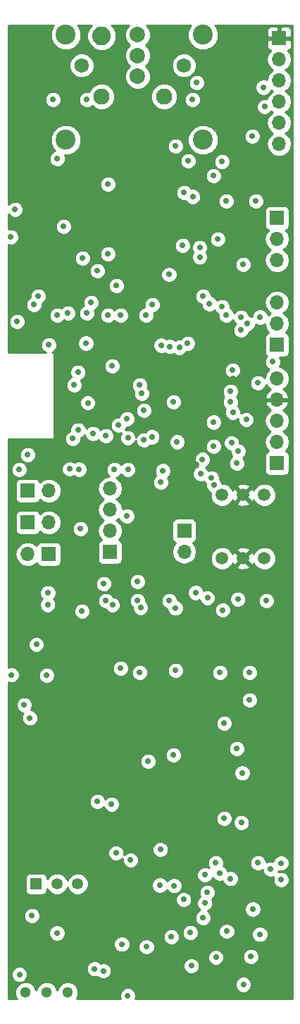
<source format=gbr>
G04 #@! TF.GenerationSoftware,KiCad,Pcbnew,(5.0.2)-1*
G04 #@! TF.CreationDate,2020-11-24T18:05:24+01:00*
G04 #@! TF.ProjectId,PCB_BLUETOOTH_V3,5043425f-424c-4554-9554-4f4f54485f56,rev?*
G04 #@! TF.SameCoordinates,Original*
G04 #@! TF.FileFunction,Copper,L3,Inr*
G04 #@! TF.FilePolarity,Positive*
%FSLAX46Y46*%
G04 Gerber Fmt 4.6, Leading zero omitted, Abs format (unit mm)*
G04 Created by KiCad (PCBNEW (5.0.2)-1) date 24/11/2020 18:05:24*
%MOMM*%
%LPD*%
G01*
G04 APERTURE LIST*
G04 #@! TA.AperFunction,ViaPad*
%ADD10R,1.700000X1.700000*%
G04 #@! TD*
G04 #@! TA.AperFunction,ViaPad*
%ADD11O,1.700000X1.700000*%
G04 #@! TD*
G04 #@! TA.AperFunction,ViaPad*
%ADD12C,1.300000*%
G04 #@! TD*
G04 #@! TA.AperFunction,ViaPad*
%ADD13R,1.350000X1.350000*%
G04 #@! TD*
G04 #@! TA.AperFunction,ViaPad*
%ADD14C,1.350000*%
G04 #@! TD*
G04 #@! TA.AperFunction,ViaPad*
%ADD15C,1.500000*%
G04 #@! TD*
G04 #@! TA.AperFunction,ViaPad*
%ADD16C,1.860000*%
G04 #@! TD*
G04 #@! TA.AperFunction,ViaPad*
%ADD17C,1.725000*%
G04 #@! TD*
G04 #@! TA.AperFunction,ViaPad*
%ADD18C,1.950000*%
G04 #@! TD*
G04 #@! TA.AperFunction,ViaPad*
%ADD19C,2.250000*%
G04 #@! TD*
G04 #@! TA.AperFunction,ViaPad*
%ADD20C,2.400000*%
G04 #@! TD*
G04 #@! TA.AperFunction,ViaPad*
%ADD21C,0.700000*%
G04 #@! TD*
G04 #@! TA.AperFunction,Conductor*
%ADD22C,0.250000*%
G04 #@! TD*
G04 #@! TA.AperFunction,Conductor*
%ADD23C,0.254000*%
G04 #@! TD*
G04 APERTURE END LIST*
D10*
G04 #@! TO.N,UART_RX_2*
G04 #@! TO.C,JP3*
X123977400Y-99034600D03*
D11*
G04 #@! TO.N,UART_TX_2*
X123977400Y-101574600D03*
G04 #@! TD*
D12*
G04 #@! TO.N,V_LDO*
G04 #@! TO.C,S1*
X107442000Y-154508200D03*
G04 #@! TO.N,Net-(C1-Pad1)*
X109982000Y-154508200D03*
G04 #@! TO.N,Net-(S1-Pad3)*
X104902000Y-154508200D03*
G04 #@! TD*
D13*
G04 #@! TO.N,VBAT_IN*
G04 #@! TO.C,J5*
X106172000Y-141478000D03*
D14*
G04 #@! TO.N,BAT_TH*
X108672000Y-141478000D03*
G04 #@! TO.N,GND*
X111172000Y-141478000D03*
G04 #@! TD*
D11*
G04 #@! TO.N,UART_TX*
G04 #@! TO.C,J1*
X115062000Y-93980000D03*
G04 #@! TO.N,UART_RX*
X115062000Y-96520000D03*
G04 #@! TO.N,GND*
X115062000Y-99060000D03*
D10*
G04 #@! TO.N,Net-(J1-Pad1)*
X115062000Y-101600000D03*
G04 #@! TD*
G04 #@! TO.N,3V3*
G04 #@! TO.C,J9*
X135382000Y-39878000D03*
D11*
G04 #@! TO.N,SPI_MOSI*
X135382000Y-42418000D03*
G04 #@! TO.N,SPI_MISO*
X135382000Y-44958000D03*
G04 #@! TO.N,SPI_CLK*
X135382000Y-47498000D03*
G04 #@! TO.N,SPI_CS*
X135382000Y-50038000D03*
G04 #@! TO.N,GND*
X135382000Y-52578000D03*
G04 #@! TD*
D10*
G04 #@! TO.N,MCLR*
G04 #@! TO.C,JP4*
X105156000Y-94234000D03*
D11*
G04 #@! TO.N,Net-(C17-Pad1)*
X107696000Y-94234000D03*
G04 #@! TD*
G04 #@! TO.N,UART_RX*
G04 #@! TO.C,JP5*
X107696000Y-98044000D03*
D10*
G04 #@! TO.N,Net-(IC2-Pad44)*
X105156000Y-98044000D03*
G04 #@! TD*
D11*
G04 #@! TO.N,Net-(IC2-Pad1)*
G04 #@! TO.C,JP8*
X105156000Y-101854000D03*
D10*
G04 #@! TO.N,UART_TX*
X107696000Y-101854000D03*
G04 #@! TD*
D15*
G04 #@! TO.N,ROTARY_IN1*
G04 #@! TO.C,S2*
X128524000Y-102362000D03*
G04 #@! TO.N,ROTARY_IN2*
X133604000Y-94742000D03*
G04 #@! TO.N,PGC*
X133604000Y-102362000D03*
G04 #@! TO.N,PGD*
X128524000Y-94742000D03*
G04 #@! TO.N,3V3*
X131064000Y-102362000D03*
X131064000Y-94742000D03*
G04 #@! TD*
D16*
G04 #@! TO.N,Net-(J4-Pad1)*
G04 #@! TO.C,J4*
X118364000Y-44450000D03*
G04 #@! TO.N,Net-(J4-Pad2)*
X118364000Y-41950000D03*
G04 #@! TO.N,GND*
X118364000Y-39450000D03*
G04 #@! TD*
D17*
G04 #@! TO.N,N/C*
G04 #@! TO.C,J3*
X111646000Y-43124000D03*
X123946000Y-43124000D03*
D18*
G04 #@! TO.N,AUDIO_OUT_P_LEFT_MONO*
X114046000Y-46874000D03*
G04 #@! TO.N,Net-(J3-PadT1)*
X121546000Y-46874000D03*
D19*
G04 #@! TO.N,GND*
X114046000Y-39624000D03*
G04 #@! TD*
D11*
G04 #@! TO.N,Net-(JP1-Pad3)*
G04 #@! TO.C,JP1*
X135128000Y-71628000D03*
G04 #@! TO.N,AUDIO_ROUTING*
X135128000Y-74168000D03*
D10*
G04 #@! TO.N,Net-(JP1-Pad1)*
X135128000Y-76708000D03*
G04 #@! TD*
G04 #@! TO.N,Net-(JP2-Pad1)*
G04 #@! TO.C,JP2*
X135128000Y-61468000D03*
D11*
G04 #@! TO.N,AUDIO_MONO_STEREO*
X135128000Y-64008000D03*
G04 #@! TO.N,Net-(JP2-Pad3)*
X135128000Y-66548000D03*
G04 #@! TD*
D10*
G04 #@! TO.N,PGC*
G04 #@! TO.C,J6*
X135128000Y-90932000D03*
D11*
G04 #@! TO.N,PGD*
X135128000Y-88392000D03*
G04 #@! TO.N,GND*
X135128000Y-85852000D03*
G04 #@! TO.N,3V3*
X135128000Y-83312000D03*
G04 #@! TO.N,Net-(J6-Pad5)*
X135128000Y-80772000D03*
G04 #@! TD*
D20*
G04 #@! TO.N,Net-(J2-Pad1)*
G04 #@! TO.C,J2*
X109728000Y-52070000D03*
G04 #@! TO.N,GND*
X109728000Y-39470000D03*
G04 #@! TO.N,Net-(J2-Pad4)*
X126228000Y-52070000D03*
G04 #@! TO.N,Net-(J2-Pad6)*
X126228000Y-39470000D03*
G04 #@! TD*
D21*
G04 #@! TO.N,GND*
X126238000Y-145542000D03*
X103124000Y-63754000D03*
X109474000Y-62484000D03*
X107696000Y-76708000D03*
X116332000Y-73152000D03*
X106426000Y-70866000D03*
X114808000Y-65786000D03*
X123952000Y-58420000D03*
X124460000Y-54610000D03*
X129794000Y-79756000D03*
X127508000Y-88900000D03*
X127508000Y-85994010D03*
X132588000Y-59436000D03*
X134620000Y-78740000D03*
X129032000Y-59436000D03*
X129540000Y-83566000D03*
X116078000Y-86360000D03*
X103886000Y-73914000D03*
X130810000Y-74930000D03*
X112156432Y-76509994D03*
X113195824Y-151673995D03*
X116484400Y-148717000D03*
X117195600Y-154914600D03*
X132217000Y-144500600D03*
X104165400Y-152349200D03*
X108686600Y-147370800D03*
X133492000Y-45770800D03*
X132156200Y-51638200D03*
X125842000Y-65024000D03*
X125842000Y-66167000D03*
X124993400Y-58902600D03*
X124383800Y-76530200D03*
X117525800Y-138607800D03*
X121056400Y-141630400D03*
X121107200Y-137337800D03*
X122758200Y-141681200D03*
X103225600Y-116357400D03*
X107442000Y-116408200D03*
X104749600Y-119964200D03*
X106197400Y-112699800D03*
X122148600Y-68249800D03*
X112379873Y-83677873D03*
X110210600Y-91617800D03*
X111328200Y-91668600D03*
X115316000Y-79248000D03*
X111201200Y-80010000D03*
X123780462Y-64763738D03*
X107569000Y-107924600D03*
X111687446Y-108719516D03*
X115341400Y-107950000D03*
X130429000Y-107264200D03*
X122910600Y-108331000D03*
X118730000Y-108264220D03*
X126771400Y-107111800D03*
X122428000Y-147828000D03*
X131089400Y-153568400D03*
X127787400Y-150291800D03*
X133629400Y-48107600D03*
X112776000Y-71628000D03*
X130479800Y-89484200D03*
X131998995Y-150195005D03*
X133070600Y-147523200D03*
X131430000Y-85699600D03*
X110577390Y-87985600D03*
G04 #@! TO.N,Net-(IC2-Pad44)*
X118618000Y-81534000D03*
X110744000Y-81534000D03*
X104129610Y-91694000D03*
G04 #@! TO.N,3V3*
X120650000Y-67564000D03*
X132080001Y-64515999D03*
X133436480Y-43444280D03*
X129489200Y-50114200D03*
X120904000Y-94996000D03*
X130556000Y-69596000D03*
X126746000Y-58775600D03*
X127609600Y-61899800D03*
X129895600Y-80772000D03*
X117551200Y-140512800D03*
X120396000Y-69265800D03*
X123977400Y-68935601D03*
X107264200Y-90805000D03*
X113766600Y-79136000D03*
X107899200Y-118668800D03*
X115214400Y-146151600D03*
X125476000Y-91059000D03*
G04 #@! TO.N,Net-(C17-Pad1)*
X115570000Y-91694000D03*
G04 #@! TO.N,VUSB*
X119430800Y-149021800D03*
X133096000Y-73380600D03*
X130962400Y-128143000D03*
G04 #@! TO.N,Net-(IC2-Pad1)*
X118872000Y-82550000D03*
X105156000Y-89916000D03*
G04 #@! TO.N,G_7SEG*
X129540000Y-82296000D03*
X132842000Y-81280000D03*
G04 #@! TO.N,ROTARY_IN1*
X127538605Y-93563817D03*
G04 #@! TO.N,ROTARY_IN2*
X127254000Y-92710000D03*
G04 #@! TO.N,PGC*
X126166519Y-90481761D03*
G04 #@! TO.N,PGD*
X130301996Y-90932000D03*
G04 #@! TO.N,MCLR*
X119126000Y-88138000D03*
X122682000Y-83566000D03*
X121158000Y-93218000D03*
X129819400Y-84836000D03*
G04 #@! TO.N,DIG2_7SEG*
X117094000Y-85598000D03*
X112999999Y-87376000D03*
X105410000Y-121539000D03*
G04 #@! TO.N,DIG1_7SEG*
X114554000Y-87630000D03*
X119126000Y-84582000D03*
X115773200Y-137769600D03*
G04 #@! TO.N,A_7SEG*
X111506001Y-98806000D03*
X114300000Y-105410000D03*
G04 #@! TO.N,Net-(IC6-Pad4)*
X127762000Y-138938000D03*
X126441200Y-140385800D03*
G04 #@! TO.N,Net-(IC6-Pad5)*
X126746000Y-142494000D03*
X128270000Y-140208000D03*
G04 #@! TO.N,Net-(IC7-Pad36)*
X119380000Y-73152000D03*
G04 #@! TO.N,UART_TX*
X117094000Y-97282000D03*
X118364000Y-105156000D03*
G04 #@! TO.N,SPI_MISO*
X128019902Y-64008000D03*
X127000000Y-71770002D03*
G04 #@! TO.N,SPI_CLK*
X128524000Y-72136000D03*
G04 #@! TO.N,SPI_MOSI*
X126238004Y-70866000D03*
G04 #@! TO.N,SPI_CS*
X129032000Y-73152000D03*
G04 #@! TO.N,Net-(D1-Pad2)*
X128778000Y-133604000D03*
X128778000Y-122174000D03*
G04 #@! TO.N,Net-(D1-Pad1)*
X132842000Y-138938000D03*
X135636000Y-138963400D03*
G04 #@! TO.N,Net-(D2-Pad2)*
X130302000Y-125222000D03*
X130845235Y-134103072D03*
G04 #@! TO.N,V_LDO*
X124841000Y-151307800D03*
G04 #@! TO.N,SEG_G*
X131826000Y-119380000D03*
X131826000Y-116078000D03*
G04 #@! TO.N,SEG_D*
X113538000Y-131572000D03*
X116332000Y-115570000D03*
G04 #@! TO.N,SEG_E*
X118618000Y-116078000D03*
X115239800Y-131902200D03*
G04 #@! TO.N,SEG_C*
X119634000Y-126746000D03*
X122936000Y-115824000D03*
G04 #@! TO.N,SEG_B*
X122682000Y-125984000D03*
X128270000Y-116078000D03*
G04 #@! TO.N,BAT_TH*
X129540000Y-140833000D03*
X123901200Y-143357600D03*
G04 #@! TO.N,VBAT_IN*
X105664000Y-145288000D03*
X129082800Y-147167600D03*
X126441200Y-143764000D03*
X111226600Y-86944200D03*
G04 #@! TO.N,SDA*
X135636000Y-140970000D03*
X117205990Y-87884000D03*
X117205990Y-91694000D03*
X121208800Y-76758800D03*
X121412000Y-91836000D03*
G04 #@! TO.N,SCL*
X120142000Y-71882000D03*
X134366000Y-139700000D03*
X130810000Y-73406000D03*
G04 #@! TO.N,JACK_IN*
X128524000Y-54686200D03*
G04 #@! TO.N,RESET_WT32i*
X129666998Y-88493600D03*
G04 #@! TO.N,AUDIO_OUT_P_LEFT*
X105918000Y-71882000D03*
G04 #@! TO.N,AUDIO_IN_P_RIGHT*
X114808000Y-73152000D03*
G04 #@! TO.N,AUDIO_IN_N_RIGHT*
X112268000Y-72898000D03*
G04 #@! TO.N,AUDIO_OUT_P_RIGHT*
X108712000Y-73152000D03*
G04 #@! TO.N,Net-(J3-PadT1)*
X108712000Y-54356000D03*
X122936000Y-52832000D03*
G04 #@! TO.N,Net-(C27-Pad2)*
X111760000Y-66294000D03*
X109982000Y-72898000D03*
G04 #@! TO.N,Net-(C28-Pad1)*
X114808000Y-57404000D03*
X127508000Y-56388000D03*
X113537998Y-67818000D03*
G04 #@! TO.N,AUDIO_MONO_STEREO*
X131064000Y-67056000D03*
G04 #@! TO.N,AUDIO_ROUTING*
X131572000Y-74168000D03*
G04 #@! TO.N,Net-(J2-Pad1)*
X124968000Y-47244000D03*
G04 #@! TO.N,AUDIO_OUT_P_LEFT_MONO*
X125476000Y-45212000D03*
X112268000Y-47244000D03*
X108204000Y-47244000D03*
G04 #@! TO.N,Net-(C1-Pad1)*
X124714000Y-147320000D03*
X114249200Y-151917400D03*
G04 #@! TO.N,Net-(D9-Pad1)*
X115824000Y-69596000D03*
G04 #@! TO.N,/DIFF2+*
X103632000Y-60452000D03*
G04 #@! TO.N,UART_RX_2*
X120091200Y-87782400D03*
X122250200Y-76911200D03*
G04 #@! TO.N,UART_TX_2*
X123393200Y-77012800D03*
X125958600Y-92202000D03*
X123116000Y-88373412D03*
G04 #@! TO.N,Net-(Q6-Pad2)*
X133858000Y-107442000D03*
G04 #@! TO.N,Net-(Q7-Pad2)*
X122174000Y-107442000D03*
G04 #@! TO.N,Net-(Q5-Pad2)*
X118364000Y-107442000D03*
G04 #@! TO.N,Net-(Q4-Pad2)*
X107594400Y-106502200D03*
G04 #@! TO.N,Net-(Q3-Pad2)*
X125363611Y-106476800D03*
G04 #@! TO.N,Net-(Q2-Pad2)*
X128615092Y-108571417D03*
G04 #@! TO.N,Net-(Q1-Pad2)*
X114554000Y-107442000D03*
G04 #@! TD*
D22*
G04 #@! TO.N,3V3*
X120904000Y-94996000D02*
X120954800Y-95046800D01*
G04 #@! TD*
D23*
G04 #@! TO.N,3V3*
G36*
X108172362Y-38430556D02*
X107893000Y-39104996D01*
X107893000Y-39835004D01*
X108172362Y-40509444D01*
X108688556Y-41025638D01*
X109362996Y-41305000D01*
X110093004Y-41305000D01*
X110767444Y-41025638D01*
X111283638Y-40509444D01*
X111563000Y-39835004D01*
X111563000Y-39104996D01*
X111283638Y-38430556D01*
X111155082Y-38302000D01*
X112878984Y-38302000D01*
X112553944Y-38627040D01*
X112286000Y-39273914D01*
X112286000Y-39974086D01*
X112553944Y-40620960D01*
X113049040Y-41116056D01*
X113695914Y-41384000D01*
X114396086Y-41384000D01*
X115042960Y-41116056D01*
X115538056Y-40620960D01*
X115806000Y-39974086D01*
X115806000Y-39273914D01*
X115538056Y-38627040D01*
X115213016Y-38302000D01*
X117298756Y-38302000D01*
X117037257Y-38563499D01*
X116799000Y-39138702D01*
X116799000Y-39761298D01*
X117037257Y-40336501D01*
X117400756Y-40700000D01*
X117037257Y-41063499D01*
X116799000Y-41638702D01*
X116799000Y-42261298D01*
X117037257Y-42836501D01*
X117400756Y-43200000D01*
X117037257Y-43563499D01*
X116799000Y-44138702D01*
X116799000Y-44761298D01*
X117037257Y-45336501D01*
X117477499Y-45776743D01*
X118052702Y-46015000D01*
X118675298Y-46015000D01*
X119250501Y-45776743D01*
X119690743Y-45336501D01*
X119823469Y-45016071D01*
X124491000Y-45016071D01*
X124491000Y-45407929D01*
X124640958Y-45769958D01*
X124918042Y-46047042D01*
X125280071Y-46197000D01*
X125671929Y-46197000D01*
X126033958Y-46047042D01*
X126311042Y-45769958D01*
X126391850Y-45574871D01*
X132507000Y-45574871D01*
X132507000Y-45966729D01*
X132656958Y-46328758D01*
X132934042Y-46605842D01*
X133296071Y-46755800D01*
X133687929Y-46755800D01*
X134049958Y-46605842D01*
X134327042Y-46328758D01*
X134421016Y-46101885D01*
X134609761Y-46228000D01*
X134311375Y-46427375D01*
X133983161Y-46918582D01*
X133933654Y-47167470D01*
X133825329Y-47122600D01*
X133433471Y-47122600D01*
X133071442Y-47272558D01*
X132794358Y-47549642D01*
X132644400Y-47911671D01*
X132644400Y-48303529D01*
X132794358Y-48665558D01*
X133071442Y-48942642D01*
X133433471Y-49092600D01*
X133825329Y-49092600D01*
X134187358Y-48942642D01*
X134461239Y-48668761D01*
X134609761Y-48768000D01*
X134311375Y-48967375D01*
X133983161Y-49458582D01*
X133867908Y-50038000D01*
X133983161Y-50617418D01*
X134311375Y-51108625D01*
X134609761Y-51308000D01*
X134311375Y-51507375D01*
X133983161Y-51998582D01*
X133867908Y-52578000D01*
X133983161Y-53157418D01*
X134311375Y-53648625D01*
X134802582Y-53976839D01*
X135235744Y-54063000D01*
X135528256Y-54063000D01*
X135961418Y-53976839D01*
X136452625Y-53648625D01*
X136780839Y-53157418D01*
X136896092Y-52578000D01*
X136780839Y-51998582D01*
X136452625Y-51507375D01*
X136154239Y-51308000D01*
X136452625Y-51108625D01*
X136780839Y-50617418D01*
X136896092Y-50038000D01*
X136780839Y-49458582D01*
X136452625Y-48967375D01*
X136154239Y-48768000D01*
X136452625Y-48568625D01*
X136780839Y-48077418D01*
X136896092Y-47498000D01*
X136780839Y-46918582D01*
X136452625Y-46427375D01*
X136154239Y-46228000D01*
X136452625Y-46028625D01*
X136780839Y-45537418D01*
X136896092Y-44958000D01*
X136780839Y-44378582D01*
X136452625Y-43887375D01*
X136154239Y-43688000D01*
X136452625Y-43488625D01*
X136780839Y-42997418D01*
X136896092Y-42418000D01*
X136780839Y-41838582D01*
X136452625Y-41347375D01*
X136430967Y-41332904D01*
X136591698Y-41266327D01*
X136770327Y-41087699D01*
X136867000Y-40854310D01*
X136867000Y-40163750D01*
X136708250Y-40005000D01*
X135509000Y-40005000D01*
X135509000Y-40025000D01*
X135255000Y-40025000D01*
X135255000Y-40005000D01*
X134055750Y-40005000D01*
X133897000Y-40163750D01*
X133897000Y-40854310D01*
X133993673Y-41087699D01*
X134172302Y-41266327D01*
X134333033Y-41332904D01*
X134311375Y-41347375D01*
X133983161Y-41838582D01*
X133867908Y-42418000D01*
X133983161Y-42997418D01*
X134311375Y-43488625D01*
X134609761Y-43688000D01*
X134311375Y-43887375D01*
X133983161Y-44378582D01*
X133885853Y-44867783D01*
X133687929Y-44785800D01*
X133296071Y-44785800D01*
X132934042Y-44935758D01*
X132656958Y-45212842D01*
X132507000Y-45574871D01*
X126391850Y-45574871D01*
X126461000Y-45407929D01*
X126461000Y-45016071D01*
X126311042Y-44654042D01*
X126033958Y-44376958D01*
X125671929Y-44227000D01*
X125280071Y-44227000D01*
X124918042Y-44376958D01*
X124640958Y-44654042D01*
X124491000Y-45016071D01*
X119823469Y-45016071D01*
X119929000Y-44761298D01*
X119929000Y-44138702D01*
X119690743Y-43563499D01*
X119327244Y-43200000D01*
X119690743Y-42836501D01*
X119695039Y-42826129D01*
X122448500Y-42826129D01*
X122448500Y-43421871D01*
X122676481Y-43972266D01*
X123097734Y-44393519D01*
X123648129Y-44621500D01*
X124243871Y-44621500D01*
X124794266Y-44393519D01*
X125215519Y-43972266D01*
X125443500Y-43421871D01*
X125443500Y-42826129D01*
X125215519Y-42275734D01*
X124794266Y-41854481D01*
X124243871Y-41626500D01*
X123648129Y-41626500D01*
X123097734Y-41854481D01*
X122676481Y-42275734D01*
X122448500Y-42826129D01*
X119695039Y-42826129D01*
X119929000Y-42261298D01*
X119929000Y-41638702D01*
X119690743Y-41063499D01*
X119327244Y-40700000D01*
X119690743Y-40336501D01*
X119929000Y-39761298D01*
X119929000Y-39138702D01*
X119690743Y-38563499D01*
X119429244Y-38302000D01*
X124800918Y-38302000D01*
X124672362Y-38430556D01*
X124393000Y-39104996D01*
X124393000Y-39835004D01*
X124672362Y-40509444D01*
X125188556Y-41025638D01*
X125862996Y-41305000D01*
X126593004Y-41305000D01*
X127267444Y-41025638D01*
X127783638Y-40509444D01*
X128063000Y-39835004D01*
X128063000Y-39104996D01*
X127978788Y-38901690D01*
X133897000Y-38901690D01*
X133897000Y-39592250D01*
X134055750Y-39751000D01*
X135255000Y-39751000D01*
X135255000Y-38551750D01*
X135509000Y-38551750D01*
X135509000Y-39751000D01*
X136708250Y-39751000D01*
X136867000Y-39592250D01*
X136867000Y-38901690D01*
X136770327Y-38668301D01*
X136591698Y-38489673D01*
X136358309Y-38393000D01*
X135667750Y-38393000D01*
X135509000Y-38551750D01*
X135255000Y-38551750D01*
X135096250Y-38393000D01*
X134405691Y-38393000D01*
X134172302Y-38489673D01*
X133993673Y-38668301D01*
X133897000Y-38901690D01*
X127978788Y-38901690D01*
X127783638Y-38430556D01*
X127655082Y-38302000D01*
X136958000Y-38302000D01*
X136958001Y-155246000D01*
X118124486Y-155246000D01*
X118180600Y-155110529D01*
X118180600Y-154718671D01*
X118030642Y-154356642D01*
X117753558Y-154079558D01*
X117391529Y-153929600D01*
X116999671Y-153929600D01*
X116637642Y-154079558D01*
X116360558Y-154356642D01*
X116210600Y-154718671D01*
X116210600Y-155110529D01*
X116266714Y-155246000D01*
X111061465Y-155246000D01*
X111071371Y-155236094D01*
X111267000Y-154763802D01*
X111267000Y-154252598D01*
X111071371Y-153780306D01*
X110709894Y-153418829D01*
X110597976Y-153372471D01*
X130104400Y-153372471D01*
X130104400Y-153764329D01*
X130254358Y-154126358D01*
X130531442Y-154403442D01*
X130893471Y-154553400D01*
X131285329Y-154553400D01*
X131647358Y-154403442D01*
X131924442Y-154126358D01*
X132074400Y-153764329D01*
X132074400Y-153372471D01*
X131924442Y-153010442D01*
X131647358Y-152733358D01*
X131285329Y-152583400D01*
X130893471Y-152583400D01*
X130531442Y-152733358D01*
X130254358Y-153010442D01*
X130104400Y-153372471D01*
X110597976Y-153372471D01*
X110237602Y-153223200D01*
X109726398Y-153223200D01*
X109254106Y-153418829D01*
X108892629Y-153780306D01*
X108712000Y-154216385D01*
X108531371Y-153780306D01*
X108169894Y-153418829D01*
X107697602Y-153223200D01*
X107186398Y-153223200D01*
X106714106Y-153418829D01*
X106352629Y-153780306D01*
X106172000Y-154216385D01*
X105991371Y-153780306D01*
X105629894Y-153418829D01*
X105157602Y-153223200D01*
X104646398Y-153223200D01*
X104174106Y-153418829D01*
X103812629Y-153780306D01*
X103617000Y-154252598D01*
X103617000Y-154763802D01*
X103812629Y-155236094D01*
X103822535Y-155246000D01*
X102818000Y-155246000D01*
X102818000Y-152153271D01*
X103180400Y-152153271D01*
X103180400Y-152545129D01*
X103330358Y-152907158D01*
X103607442Y-153184242D01*
X103969471Y-153334200D01*
X104361329Y-153334200D01*
X104723358Y-153184242D01*
X105000442Y-152907158D01*
X105150400Y-152545129D01*
X105150400Y-152153271D01*
X105000442Y-151791242D01*
X104723358Y-151514158D01*
X104636225Y-151478066D01*
X112210824Y-151478066D01*
X112210824Y-151869924D01*
X112360782Y-152231953D01*
X112637866Y-152509037D01*
X112999895Y-152658995D01*
X113391753Y-152658995D01*
X113537447Y-152598647D01*
X113691242Y-152752442D01*
X114053271Y-152902400D01*
X114445129Y-152902400D01*
X114807158Y-152752442D01*
X115084242Y-152475358D01*
X115234200Y-152113329D01*
X115234200Y-151721471D01*
X115084242Y-151359442D01*
X114836671Y-151111871D01*
X123856000Y-151111871D01*
X123856000Y-151503729D01*
X124005958Y-151865758D01*
X124283042Y-152142842D01*
X124645071Y-152292800D01*
X125036929Y-152292800D01*
X125398958Y-152142842D01*
X125676042Y-151865758D01*
X125826000Y-151503729D01*
X125826000Y-151111871D01*
X125676042Y-150749842D01*
X125398958Y-150472758D01*
X125036929Y-150322800D01*
X124645071Y-150322800D01*
X124283042Y-150472758D01*
X124005958Y-150749842D01*
X123856000Y-151111871D01*
X114836671Y-151111871D01*
X114807158Y-151082358D01*
X114445129Y-150932400D01*
X114053271Y-150932400D01*
X113907577Y-150992748D01*
X113753782Y-150838953D01*
X113391753Y-150688995D01*
X112999895Y-150688995D01*
X112637866Y-150838953D01*
X112360782Y-151116037D01*
X112210824Y-151478066D01*
X104636225Y-151478066D01*
X104361329Y-151364200D01*
X103969471Y-151364200D01*
X103607442Y-151514158D01*
X103330358Y-151791242D01*
X103180400Y-152153271D01*
X102818000Y-152153271D01*
X102818000Y-150095871D01*
X126802400Y-150095871D01*
X126802400Y-150487729D01*
X126952358Y-150849758D01*
X127229442Y-151126842D01*
X127591471Y-151276800D01*
X127983329Y-151276800D01*
X128345358Y-151126842D01*
X128622442Y-150849758D01*
X128772400Y-150487729D01*
X128772400Y-150095871D01*
X128732307Y-149999076D01*
X131013995Y-149999076D01*
X131013995Y-150390934D01*
X131163953Y-150752963D01*
X131441037Y-151030047D01*
X131803066Y-151180005D01*
X132194924Y-151180005D01*
X132556953Y-151030047D01*
X132834037Y-150752963D01*
X132983995Y-150390934D01*
X132983995Y-149999076D01*
X132834037Y-149637047D01*
X132556953Y-149359963D01*
X132194924Y-149210005D01*
X131803066Y-149210005D01*
X131441037Y-149359963D01*
X131163953Y-149637047D01*
X131013995Y-149999076D01*
X128732307Y-149999076D01*
X128622442Y-149733842D01*
X128345358Y-149456758D01*
X127983329Y-149306800D01*
X127591471Y-149306800D01*
X127229442Y-149456758D01*
X126952358Y-149733842D01*
X126802400Y-150095871D01*
X102818000Y-150095871D01*
X102818000Y-148521071D01*
X115499400Y-148521071D01*
X115499400Y-148912929D01*
X115649358Y-149274958D01*
X115926442Y-149552042D01*
X116288471Y-149702000D01*
X116680329Y-149702000D01*
X117042358Y-149552042D01*
X117319442Y-149274958D01*
X117469400Y-148912929D01*
X117469400Y-148825871D01*
X118445800Y-148825871D01*
X118445800Y-149217729D01*
X118595758Y-149579758D01*
X118872842Y-149856842D01*
X119234871Y-150006800D01*
X119626729Y-150006800D01*
X119988758Y-149856842D01*
X120265842Y-149579758D01*
X120415800Y-149217729D01*
X120415800Y-148825871D01*
X120265842Y-148463842D01*
X119988758Y-148186758D01*
X119626729Y-148036800D01*
X119234871Y-148036800D01*
X118872842Y-148186758D01*
X118595758Y-148463842D01*
X118445800Y-148825871D01*
X117469400Y-148825871D01*
X117469400Y-148521071D01*
X117319442Y-148159042D01*
X117042358Y-147881958D01*
X116680329Y-147732000D01*
X116288471Y-147732000D01*
X115926442Y-147881958D01*
X115649358Y-148159042D01*
X115499400Y-148521071D01*
X102818000Y-148521071D01*
X102818000Y-147174871D01*
X107701600Y-147174871D01*
X107701600Y-147566729D01*
X107851558Y-147928758D01*
X108128642Y-148205842D01*
X108490671Y-148355800D01*
X108882529Y-148355800D01*
X109244558Y-148205842D01*
X109521642Y-147928758D01*
X109644534Y-147632071D01*
X121443000Y-147632071D01*
X121443000Y-148023929D01*
X121592958Y-148385958D01*
X121870042Y-148663042D01*
X122232071Y-148813000D01*
X122623929Y-148813000D01*
X122985958Y-148663042D01*
X123263042Y-148385958D01*
X123413000Y-148023929D01*
X123413000Y-147632071D01*
X123263042Y-147270042D01*
X123117071Y-147124071D01*
X123729000Y-147124071D01*
X123729000Y-147515929D01*
X123878958Y-147877958D01*
X124156042Y-148155042D01*
X124518071Y-148305000D01*
X124909929Y-148305000D01*
X125271958Y-148155042D01*
X125549042Y-147877958D01*
X125699000Y-147515929D01*
X125699000Y-147124071D01*
X125635874Y-146971671D01*
X128097800Y-146971671D01*
X128097800Y-147363529D01*
X128247758Y-147725558D01*
X128524842Y-148002642D01*
X128886871Y-148152600D01*
X129278729Y-148152600D01*
X129640758Y-148002642D01*
X129917842Y-147725558D01*
X130067800Y-147363529D01*
X130067800Y-147327271D01*
X132085600Y-147327271D01*
X132085600Y-147719129D01*
X132235558Y-148081158D01*
X132512642Y-148358242D01*
X132874671Y-148508200D01*
X133266529Y-148508200D01*
X133628558Y-148358242D01*
X133905642Y-148081158D01*
X134055600Y-147719129D01*
X134055600Y-147327271D01*
X133905642Y-146965242D01*
X133628558Y-146688158D01*
X133266529Y-146538200D01*
X132874671Y-146538200D01*
X132512642Y-146688158D01*
X132235558Y-146965242D01*
X132085600Y-147327271D01*
X130067800Y-147327271D01*
X130067800Y-146971671D01*
X129917842Y-146609642D01*
X129640758Y-146332558D01*
X129278729Y-146182600D01*
X128886871Y-146182600D01*
X128524842Y-146332558D01*
X128247758Y-146609642D01*
X128097800Y-146971671D01*
X125635874Y-146971671D01*
X125549042Y-146762042D01*
X125271958Y-146484958D01*
X124909929Y-146335000D01*
X124518071Y-146335000D01*
X124156042Y-146484958D01*
X123878958Y-146762042D01*
X123729000Y-147124071D01*
X123117071Y-147124071D01*
X122985958Y-146992958D01*
X122623929Y-146843000D01*
X122232071Y-146843000D01*
X121870042Y-146992958D01*
X121592958Y-147270042D01*
X121443000Y-147632071D01*
X109644534Y-147632071D01*
X109671600Y-147566729D01*
X109671600Y-147174871D01*
X109521642Y-146812842D01*
X109244558Y-146535758D01*
X108882529Y-146385800D01*
X108490671Y-146385800D01*
X108128642Y-146535758D01*
X107851558Y-146812842D01*
X107701600Y-147174871D01*
X102818000Y-147174871D01*
X102818000Y-145092071D01*
X104679000Y-145092071D01*
X104679000Y-145483929D01*
X104828958Y-145845958D01*
X105106042Y-146123042D01*
X105468071Y-146273000D01*
X105859929Y-146273000D01*
X106221958Y-146123042D01*
X106499042Y-145845958D01*
X106649000Y-145483929D01*
X106649000Y-145346071D01*
X125253000Y-145346071D01*
X125253000Y-145737929D01*
X125402958Y-146099958D01*
X125680042Y-146377042D01*
X126042071Y-146527000D01*
X126433929Y-146527000D01*
X126795958Y-146377042D01*
X127073042Y-146099958D01*
X127223000Y-145737929D01*
X127223000Y-145346071D01*
X127073042Y-144984042D01*
X126795958Y-144706958D01*
X126767292Y-144695084D01*
X126999158Y-144599042D01*
X127276242Y-144321958D01*
X127283402Y-144304671D01*
X131232000Y-144304671D01*
X131232000Y-144696529D01*
X131381958Y-145058558D01*
X131659042Y-145335642D01*
X132021071Y-145485600D01*
X132412929Y-145485600D01*
X132774958Y-145335642D01*
X133052042Y-145058558D01*
X133202000Y-144696529D01*
X133202000Y-144304671D01*
X133052042Y-143942642D01*
X132774958Y-143665558D01*
X132412929Y-143515600D01*
X132021071Y-143515600D01*
X131659042Y-143665558D01*
X131381958Y-143942642D01*
X131232000Y-144304671D01*
X127283402Y-144304671D01*
X127426200Y-143959929D01*
X127426200Y-143568071D01*
X127320386Y-143312614D01*
X127581042Y-143051958D01*
X127731000Y-142689929D01*
X127731000Y-142298071D01*
X127581042Y-141936042D01*
X127303958Y-141658958D01*
X126941929Y-141509000D01*
X126550071Y-141509000D01*
X126188042Y-141658958D01*
X125910958Y-141936042D01*
X125761000Y-142298071D01*
X125761000Y-142689929D01*
X125866814Y-142945386D01*
X125606158Y-143206042D01*
X125456200Y-143568071D01*
X125456200Y-143959929D01*
X125606158Y-144321958D01*
X125883242Y-144599042D01*
X125911908Y-144610916D01*
X125680042Y-144706958D01*
X125402958Y-144984042D01*
X125253000Y-145346071D01*
X106649000Y-145346071D01*
X106649000Y-145092071D01*
X106499042Y-144730042D01*
X106221958Y-144452958D01*
X105859929Y-144303000D01*
X105468071Y-144303000D01*
X105106042Y-144452958D01*
X104828958Y-144730042D01*
X104679000Y-145092071D01*
X102818000Y-145092071D01*
X102818000Y-143161671D01*
X122916200Y-143161671D01*
X122916200Y-143553529D01*
X123066158Y-143915558D01*
X123343242Y-144192642D01*
X123705271Y-144342600D01*
X124097129Y-144342600D01*
X124459158Y-144192642D01*
X124736242Y-143915558D01*
X124886200Y-143553529D01*
X124886200Y-143161671D01*
X124736242Y-142799642D01*
X124459158Y-142522558D01*
X124097129Y-142372600D01*
X123705271Y-142372600D01*
X123343242Y-142522558D01*
X123066158Y-142799642D01*
X122916200Y-143161671D01*
X102818000Y-143161671D01*
X102818000Y-140803000D01*
X104849560Y-140803000D01*
X104849560Y-142153000D01*
X104898843Y-142400765D01*
X105039191Y-142610809D01*
X105249235Y-142751157D01*
X105497000Y-142800440D01*
X106847000Y-142800440D01*
X107094765Y-142751157D01*
X107304809Y-142610809D01*
X107445157Y-142400765D01*
X107494440Y-142153000D01*
X107494440Y-142058313D01*
X107561436Y-142220055D01*
X107929945Y-142588564D01*
X108411425Y-142788000D01*
X108932575Y-142788000D01*
X109414055Y-142588564D01*
X109782564Y-142220055D01*
X109922000Y-141883427D01*
X110061436Y-142220055D01*
X110429945Y-142588564D01*
X110911425Y-142788000D01*
X111432575Y-142788000D01*
X111914055Y-142588564D01*
X112282564Y-142220055D01*
X112482000Y-141738575D01*
X112482000Y-141434471D01*
X120071400Y-141434471D01*
X120071400Y-141826329D01*
X120221358Y-142188358D01*
X120498442Y-142465442D01*
X120860471Y-142615400D01*
X121252329Y-142615400D01*
X121614358Y-142465442D01*
X121891442Y-142188358D01*
X121896779Y-142175474D01*
X121923158Y-142239158D01*
X122200242Y-142516242D01*
X122562271Y-142666200D01*
X122954129Y-142666200D01*
X123316158Y-142516242D01*
X123593242Y-142239158D01*
X123743200Y-141877129D01*
X123743200Y-141485271D01*
X123593242Y-141123242D01*
X123316158Y-140846158D01*
X122954129Y-140696200D01*
X122562271Y-140696200D01*
X122200242Y-140846158D01*
X121923158Y-141123242D01*
X121917821Y-141136126D01*
X121891442Y-141072442D01*
X121614358Y-140795358D01*
X121252329Y-140645400D01*
X120860471Y-140645400D01*
X120498442Y-140795358D01*
X120221358Y-141072442D01*
X120071400Y-141434471D01*
X112482000Y-141434471D01*
X112482000Y-141217425D01*
X112282564Y-140735945D01*
X111914055Y-140367436D01*
X111485377Y-140189871D01*
X125456200Y-140189871D01*
X125456200Y-140581729D01*
X125606158Y-140943758D01*
X125883242Y-141220842D01*
X126245271Y-141370800D01*
X126637129Y-141370800D01*
X126999158Y-141220842D01*
X127276242Y-140943758D01*
X127392424Y-140663272D01*
X127434958Y-140765958D01*
X127712042Y-141043042D01*
X128074071Y-141193000D01*
X128465929Y-141193000D01*
X128599964Y-141137481D01*
X128704958Y-141390958D01*
X128982042Y-141668042D01*
X129344071Y-141818000D01*
X129735929Y-141818000D01*
X130097958Y-141668042D01*
X130375042Y-141390958D01*
X130525000Y-141028929D01*
X130525000Y-140637071D01*
X130375042Y-140275042D01*
X130097958Y-139997958D01*
X129735929Y-139848000D01*
X129344071Y-139848000D01*
X129210036Y-139903519D01*
X129105042Y-139650042D01*
X128827958Y-139372958D01*
X128674346Y-139309330D01*
X128747000Y-139133929D01*
X128747000Y-138742071D01*
X131857000Y-138742071D01*
X131857000Y-139133929D01*
X132006958Y-139495958D01*
X132284042Y-139773042D01*
X132646071Y-139923000D01*
X133037929Y-139923000D01*
X133381000Y-139780895D01*
X133381000Y-139895929D01*
X133530958Y-140257958D01*
X133808042Y-140535042D01*
X134170071Y-140685000D01*
X134561929Y-140685000D01*
X134713983Y-140622017D01*
X134651000Y-140774071D01*
X134651000Y-141165929D01*
X134800958Y-141527958D01*
X135078042Y-141805042D01*
X135440071Y-141955000D01*
X135831929Y-141955000D01*
X136193958Y-141805042D01*
X136471042Y-141527958D01*
X136621000Y-141165929D01*
X136621000Y-140774071D01*
X136471042Y-140412042D01*
X136193958Y-140134958D01*
X135831929Y-139985000D01*
X135440071Y-139985000D01*
X135288017Y-140047983D01*
X135345493Y-139909224D01*
X135440071Y-139948400D01*
X135831929Y-139948400D01*
X136193958Y-139798442D01*
X136471042Y-139521358D01*
X136621000Y-139159329D01*
X136621000Y-138767471D01*
X136471042Y-138405442D01*
X136193958Y-138128358D01*
X135831929Y-137978400D01*
X135440071Y-137978400D01*
X135078042Y-138128358D01*
X134800958Y-138405442D01*
X134656507Y-138754176D01*
X134561929Y-138715000D01*
X134170071Y-138715000D01*
X133827000Y-138857105D01*
X133827000Y-138742071D01*
X133677042Y-138380042D01*
X133399958Y-138102958D01*
X133037929Y-137953000D01*
X132646071Y-137953000D01*
X132284042Y-138102958D01*
X132006958Y-138380042D01*
X131857000Y-138742071D01*
X128747000Y-138742071D01*
X128597042Y-138380042D01*
X128319958Y-138102958D01*
X127957929Y-137953000D01*
X127566071Y-137953000D01*
X127204042Y-138102958D01*
X126926958Y-138380042D01*
X126777000Y-138742071D01*
X126777000Y-139133929D01*
X126926958Y-139495958D01*
X126969454Y-139538454D01*
X126637129Y-139400800D01*
X126245271Y-139400800D01*
X125883242Y-139550758D01*
X125606158Y-139827842D01*
X125456200Y-140189871D01*
X111485377Y-140189871D01*
X111432575Y-140168000D01*
X110911425Y-140168000D01*
X110429945Y-140367436D01*
X110061436Y-140735945D01*
X109922000Y-141072573D01*
X109782564Y-140735945D01*
X109414055Y-140367436D01*
X108932575Y-140168000D01*
X108411425Y-140168000D01*
X107929945Y-140367436D01*
X107561436Y-140735945D01*
X107494440Y-140897687D01*
X107494440Y-140803000D01*
X107445157Y-140555235D01*
X107304809Y-140345191D01*
X107094765Y-140204843D01*
X106847000Y-140155560D01*
X105497000Y-140155560D01*
X105249235Y-140204843D01*
X105039191Y-140345191D01*
X104898843Y-140555235D01*
X104849560Y-140803000D01*
X102818000Y-140803000D01*
X102818000Y-137573671D01*
X114788200Y-137573671D01*
X114788200Y-137965529D01*
X114938158Y-138327558D01*
X115215242Y-138604642D01*
X115577271Y-138754600D01*
X115969129Y-138754600D01*
X116331158Y-138604642D01*
X116552730Y-138383070D01*
X116540800Y-138411871D01*
X116540800Y-138803729D01*
X116690758Y-139165758D01*
X116967842Y-139442842D01*
X117329871Y-139592800D01*
X117721729Y-139592800D01*
X118083758Y-139442842D01*
X118360842Y-139165758D01*
X118510800Y-138803729D01*
X118510800Y-138411871D01*
X118360842Y-138049842D01*
X118083758Y-137772758D01*
X117721729Y-137622800D01*
X117329871Y-137622800D01*
X116967842Y-137772758D01*
X116746270Y-137994330D01*
X116758200Y-137965529D01*
X116758200Y-137573671D01*
X116608242Y-137211642D01*
X116538471Y-137141871D01*
X120122200Y-137141871D01*
X120122200Y-137533729D01*
X120272158Y-137895758D01*
X120549242Y-138172842D01*
X120911271Y-138322800D01*
X121303129Y-138322800D01*
X121665158Y-138172842D01*
X121942242Y-137895758D01*
X122092200Y-137533729D01*
X122092200Y-137141871D01*
X121942242Y-136779842D01*
X121665158Y-136502758D01*
X121303129Y-136352800D01*
X120911271Y-136352800D01*
X120549242Y-136502758D01*
X120272158Y-136779842D01*
X120122200Y-137141871D01*
X116538471Y-137141871D01*
X116331158Y-136934558D01*
X115969129Y-136784600D01*
X115577271Y-136784600D01*
X115215242Y-136934558D01*
X114938158Y-137211642D01*
X114788200Y-137573671D01*
X102818000Y-137573671D01*
X102818000Y-133408071D01*
X127793000Y-133408071D01*
X127793000Y-133799929D01*
X127942958Y-134161958D01*
X128220042Y-134439042D01*
X128582071Y-134589000D01*
X128973929Y-134589000D01*
X129335958Y-134439042D01*
X129613042Y-134161958D01*
X129718590Y-133907143D01*
X129860235Y-133907143D01*
X129860235Y-134299001D01*
X130010193Y-134661030D01*
X130287277Y-134938114D01*
X130649306Y-135088072D01*
X131041164Y-135088072D01*
X131403193Y-134938114D01*
X131680277Y-134661030D01*
X131830235Y-134299001D01*
X131830235Y-133907143D01*
X131680277Y-133545114D01*
X131403193Y-133268030D01*
X131041164Y-133118072D01*
X130649306Y-133118072D01*
X130287277Y-133268030D01*
X130010193Y-133545114D01*
X129860235Y-133907143D01*
X129718590Y-133907143D01*
X129763000Y-133799929D01*
X129763000Y-133408071D01*
X129613042Y-133046042D01*
X129335958Y-132768958D01*
X128973929Y-132619000D01*
X128582071Y-132619000D01*
X128220042Y-132768958D01*
X127942958Y-133046042D01*
X127793000Y-133408071D01*
X102818000Y-133408071D01*
X102818000Y-131376071D01*
X112553000Y-131376071D01*
X112553000Y-131767929D01*
X112702958Y-132129958D01*
X112980042Y-132407042D01*
X113342071Y-132557000D01*
X113733929Y-132557000D01*
X114095958Y-132407042D01*
X114298755Y-132204245D01*
X114404758Y-132460158D01*
X114681842Y-132737242D01*
X115043871Y-132887200D01*
X115435729Y-132887200D01*
X115797758Y-132737242D01*
X116074842Y-132460158D01*
X116224800Y-132098129D01*
X116224800Y-131706271D01*
X116074842Y-131344242D01*
X115797758Y-131067158D01*
X115435729Y-130917200D01*
X115043871Y-130917200D01*
X114681842Y-131067158D01*
X114479045Y-131269955D01*
X114373042Y-131014042D01*
X114095958Y-130736958D01*
X113733929Y-130587000D01*
X113342071Y-130587000D01*
X112980042Y-130736958D01*
X112702958Y-131014042D01*
X112553000Y-131376071D01*
X102818000Y-131376071D01*
X102818000Y-127947071D01*
X129977400Y-127947071D01*
X129977400Y-128338929D01*
X130127358Y-128700958D01*
X130404442Y-128978042D01*
X130766471Y-129128000D01*
X131158329Y-129128000D01*
X131520358Y-128978042D01*
X131797442Y-128700958D01*
X131947400Y-128338929D01*
X131947400Y-127947071D01*
X131797442Y-127585042D01*
X131520358Y-127307958D01*
X131158329Y-127158000D01*
X130766471Y-127158000D01*
X130404442Y-127307958D01*
X130127358Y-127585042D01*
X129977400Y-127947071D01*
X102818000Y-127947071D01*
X102818000Y-126550071D01*
X118649000Y-126550071D01*
X118649000Y-126941929D01*
X118798958Y-127303958D01*
X119076042Y-127581042D01*
X119438071Y-127731000D01*
X119829929Y-127731000D01*
X120191958Y-127581042D01*
X120469042Y-127303958D01*
X120619000Y-126941929D01*
X120619000Y-126550071D01*
X120469042Y-126188042D01*
X120191958Y-125910958D01*
X119895284Y-125788071D01*
X121697000Y-125788071D01*
X121697000Y-126179929D01*
X121846958Y-126541958D01*
X122124042Y-126819042D01*
X122486071Y-126969000D01*
X122877929Y-126969000D01*
X123239958Y-126819042D01*
X123517042Y-126541958D01*
X123667000Y-126179929D01*
X123667000Y-125788071D01*
X123517042Y-125426042D01*
X123239958Y-125148958D01*
X122943284Y-125026071D01*
X129317000Y-125026071D01*
X129317000Y-125417929D01*
X129466958Y-125779958D01*
X129744042Y-126057042D01*
X130106071Y-126207000D01*
X130497929Y-126207000D01*
X130859958Y-126057042D01*
X131137042Y-125779958D01*
X131287000Y-125417929D01*
X131287000Y-125026071D01*
X131137042Y-124664042D01*
X130859958Y-124386958D01*
X130497929Y-124237000D01*
X130106071Y-124237000D01*
X129744042Y-124386958D01*
X129466958Y-124664042D01*
X129317000Y-125026071D01*
X122943284Y-125026071D01*
X122877929Y-124999000D01*
X122486071Y-124999000D01*
X122124042Y-125148958D01*
X121846958Y-125426042D01*
X121697000Y-125788071D01*
X119895284Y-125788071D01*
X119829929Y-125761000D01*
X119438071Y-125761000D01*
X119076042Y-125910958D01*
X118798958Y-126188042D01*
X118649000Y-126550071D01*
X102818000Y-126550071D01*
X102818000Y-119768271D01*
X103764600Y-119768271D01*
X103764600Y-120160129D01*
X103914558Y-120522158D01*
X104191642Y-120799242D01*
X104553671Y-120949200D01*
X104606800Y-120949200D01*
X104574958Y-120981042D01*
X104425000Y-121343071D01*
X104425000Y-121734929D01*
X104574958Y-122096958D01*
X104852042Y-122374042D01*
X105214071Y-122524000D01*
X105605929Y-122524000D01*
X105967958Y-122374042D01*
X106245042Y-122096958D01*
X106294286Y-121978071D01*
X127793000Y-121978071D01*
X127793000Y-122369929D01*
X127942958Y-122731958D01*
X128220042Y-123009042D01*
X128582071Y-123159000D01*
X128973929Y-123159000D01*
X129335958Y-123009042D01*
X129613042Y-122731958D01*
X129763000Y-122369929D01*
X129763000Y-121978071D01*
X129613042Y-121616042D01*
X129335958Y-121338958D01*
X128973929Y-121189000D01*
X128582071Y-121189000D01*
X128220042Y-121338958D01*
X127942958Y-121616042D01*
X127793000Y-121978071D01*
X106294286Y-121978071D01*
X106395000Y-121734929D01*
X106395000Y-121343071D01*
X106245042Y-120981042D01*
X105967958Y-120703958D01*
X105605929Y-120554000D01*
X105552800Y-120554000D01*
X105584642Y-120522158D01*
X105734600Y-120160129D01*
X105734600Y-119768271D01*
X105584642Y-119406242D01*
X105362471Y-119184071D01*
X130841000Y-119184071D01*
X130841000Y-119575929D01*
X130990958Y-119937958D01*
X131268042Y-120215042D01*
X131630071Y-120365000D01*
X132021929Y-120365000D01*
X132383958Y-120215042D01*
X132661042Y-119937958D01*
X132811000Y-119575929D01*
X132811000Y-119184071D01*
X132661042Y-118822042D01*
X132383958Y-118544958D01*
X132021929Y-118395000D01*
X131630071Y-118395000D01*
X131268042Y-118544958D01*
X130990958Y-118822042D01*
X130841000Y-119184071D01*
X105362471Y-119184071D01*
X105307558Y-119129158D01*
X104945529Y-118979200D01*
X104553671Y-118979200D01*
X104191642Y-119129158D01*
X103914558Y-119406242D01*
X103764600Y-119768271D01*
X102818000Y-119768271D01*
X102818000Y-117254723D01*
X103029671Y-117342400D01*
X103421529Y-117342400D01*
X103783558Y-117192442D01*
X104060642Y-116915358D01*
X104210600Y-116553329D01*
X104210600Y-116212271D01*
X106457000Y-116212271D01*
X106457000Y-116604129D01*
X106606958Y-116966158D01*
X106884042Y-117243242D01*
X107246071Y-117393200D01*
X107637929Y-117393200D01*
X107999958Y-117243242D01*
X108277042Y-116966158D01*
X108427000Y-116604129D01*
X108427000Y-116212271D01*
X108277042Y-115850242D01*
X107999958Y-115573158D01*
X107637929Y-115423200D01*
X107246071Y-115423200D01*
X106884042Y-115573158D01*
X106606958Y-115850242D01*
X106457000Y-116212271D01*
X104210600Y-116212271D01*
X104210600Y-116161471D01*
X104060642Y-115799442D01*
X103783558Y-115522358D01*
X103425564Y-115374071D01*
X115347000Y-115374071D01*
X115347000Y-115765929D01*
X115496958Y-116127958D01*
X115774042Y-116405042D01*
X116136071Y-116555000D01*
X116527929Y-116555000D01*
X116889958Y-116405042D01*
X117167042Y-116127958D01*
X117268892Y-115882071D01*
X117633000Y-115882071D01*
X117633000Y-116273929D01*
X117782958Y-116635958D01*
X118060042Y-116913042D01*
X118422071Y-117063000D01*
X118813929Y-117063000D01*
X119175958Y-116913042D01*
X119453042Y-116635958D01*
X119603000Y-116273929D01*
X119603000Y-115882071D01*
X119497790Y-115628071D01*
X121951000Y-115628071D01*
X121951000Y-116019929D01*
X122100958Y-116381958D01*
X122378042Y-116659042D01*
X122740071Y-116809000D01*
X123131929Y-116809000D01*
X123493958Y-116659042D01*
X123771042Y-116381958D01*
X123921000Y-116019929D01*
X123921000Y-115882071D01*
X127285000Y-115882071D01*
X127285000Y-116273929D01*
X127434958Y-116635958D01*
X127712042Y-116913042D01*
X128074071Y-117063000D01*
X128465929Y-117063000D01*
X128827958Y-116913042D01*
X129105042Y-116635958D01*
X129255000Y-116273929D01*
X129255000Y-115882071D01*
X130841000Y-115882071D01*
X130841000Y-116273929D01*
X130990958Y-116635958D01*
X131268042Y-116913042D01*
X131630071Y-117063000D01*
X132021929Y-117063000D01*
X132383958Y-116913042D01*
X132661042Y-116635958D01*
X132811000Y-116273929D01*
X132811000Y-115882071D01*
X132661042Y-115520042D01*
X132383958Y-115242958D01*
X132021929Y-115093000D01*
X131630071Y-115093000D01*
X131268042Y-115242958D01*
X130990958Y-115520042D01*
X130841000Y-115882071D01*
X129255000Y-115882071D01*
X129105042Y-115520042D01*
X128827958Y-115242958D01*
X128465929Y-115093000D01*
X128074071Y-115093000D01*
X127712042Y-115242958D01*
X127434958Y-115520042D01*
X127285000Y-115882071D01*
X123921000Y-115882071D01*
X123921000Y-115628071D01*
X123771042Y-115266042D01*
X123493958Y-114988958D01*
X123131929Y-114839000D01*
X122740071Y-114839000D01*
X122378042Y-114988958D01*
X122100958Y-115266042D01*
X121951000Y-115628071D01*
X119497790Y-115628071D01*
X119453042Y-115520042D01*
X119175958Y-115242958D01*
X118813929Y-115093000D01*
X118422071Y-115093000D01*
X118060042Y-115242958D01*
X117782958Y-115520042D01*
X117633000Y-115882071D01*
X117268892Y-115882071D01*
X117317000Y-115765929D01*
X117317000Y-115374071D01*
X117167042Y-115012042D01*
X116889958Y-114734958D01*
X116527929Y-114585000D01*
X116136071Y-114585000D01*
X115774042Y-114734958D01*
X115496958Y-115012042D01*
X115347000Y-115374071D01*
X103425564Y-115374071D01*
X103421529Y-115372400D01*
X103029671Y-115372400D01*
X102818000Y-115460077D01*
X102818000Y-112503871D01*
X105212400Y-112503871D01*
X105212400Y-112895729D01*
X105362358Y-113257758D01*
X105639442Y-113534842D01*
X106001471Y-113684800D01*
X106393329Y-113684800D01*
X106755358Y-113534842D01*
X107032442Y-113257758D01*
X107182400Y-112895729D01*
X107182400Y-112503871D01*
X107032442Y-112141842D01*
X106755358Y-111864758D01*
X106393329Y-111714800D01*
X106001471Y-111714800D01*
X105639442Y-111864758D01*
X105362358Y-112141842D01*
X105212400Y-112503871D01*
X102818000Y-112503871D01*
X102818000Y-107728671D01*
X106584000Y-107728671D01*
X106584000Y-108120529D01*
X106733958Y-108482558D01*
X107011042Y-108759642D01*
X107373071Y-108909600D01*
X107764929Y-108909600D01*
X108126958Y-108759642D01*
X108363013Y-108523587D01*
X110702446Y-108523587D01*
X110702446Y-108915445D01*
X110852404Y-109277474D01*
X111129488Y-109554558D01*
X111491517Y-109704516D01*
X111883375Y-109704516D01*
X112245404Y-109554558D01*
X112522488Y-109277474D01*
X112672446Y-108915445D01*
X112672446Y-108523587D01*
X112522488Y-108161558D01*
X112245404Y-107884474D01*
X111883375Y-107734516D01*
X111491517Y-107734516D01*
X111129488Y-107884474D01*
X110852404Y-108161558D01*
X110702446Y-108523587D01*
X108363013Y-108523587D01*
X108404042Y-108482558D01*
X108554000Y-108120529D01*
X108554000Y-107728671D01*
X108404042Y-107366642D01*
X108283471Y-107246071D01*
X113569000Y-107246071D01*
X113569000Y-107637929D01*
X113718958Y-107999958D01*
X113996042Y-108277042D01*
X114358071Y-108427000D01*
X114472824Y-108427000D01*
X114506358Y-108507958D01*
X114783442Y-108785042D01*
X115145471Y-108935000D01*
X115537329Y-108935000D01*
X115899358Y-108785042D01*
X116176442Y-108507958D01*
X116326400Y-108145929D01*
X116326400Y-107754071D01*
X116176442Y-107392042D01*
X116030471Y-107246071D01*
X117379000Y-107246071D01*
X117379000Y-107637929D01*
X117528958Y-107999958D01*
X117745000Y-108216000D01*
X117745000Y-108460149D01*
X117894958Y-108822178D01*
X118172042Y-109099262D01*
X118534071Y-109249220D01*
X118925929Y-109249220D01*
X119287958Y-109099262D01*
X119565042Y-108822178D01*
X119715000Y-108460149D01*
X119715000Y-108068291D01*
X119565042Y-107706262D01*
X119349000Y-107490220D01*
X119349000Y-107246071D01*
X121189000Y-107246071D01*
X121189000Y-107637929D01*
X121338958Y-107999958D01*
X121616042Y-108277042D01*
X121925600Y-108405266D01*
X121925600Y-108526929D01*
X122075558Y-108888958D01*
X122352642Y-109166042D01*
X122714671Y-109316000D01*
X123106529Y-109316000D01*
X123468558Y-109166042D01*
X123745642Y-108888958D01*
X123895600Y-108526929D01*
X123895600Y-108375488D01*
X127630092Y-108375488D01*
X127630092Y-108767346D01*
X127780050Y-109129375D01*
X128057134Y-109406459D01*
X128419163Y-109556417D01*
X128811021Y-109556417D01*
X129173050Y-109406459D01*
X129450134Y-109129375D01*
X129600092Y-108767346D01*
X129600092Y-108375488D01*
X129450134Y-108013459D01*
X129173050Y-107736375D01*
X128811021Y-107586417D01*
X128419163Y-107586417D01*
X128057134Y-107736375D01*
X127780050Y-108013459D01*
X127630092Y-108375488D01*
X123895600Y-108375488D01*
X123895600Y-108135071D01*
X123745642Y-107773042D01*
X123468558Y-107495958D01*
X123159000Y-107367734D01*
X123159000Y-107246071D01*
X123009042Y-106884042D01*
X122731958Y-106606958D01*
X122369929Y-106457000D01*
X121978071Y-106457000D01*
X121616042Y-106606958D01*
X121338958Y-106884042D01*
X121189000Y-107246071D01*
X119349000Y-107246071D01*
X119199042Y-106884042D01*
X118921958Y-106606958D01*
X118559929Y-106457000D01*
X118168071Y-106457000D01*
X117806042Y-106606958D01*
X117528958Y-106884042D01*
X117379000Y-107246071D01*
X116030471Y-107246071D01*
X115899358Y-107114958D01*
X115537329Y-106965000D01*
X115422576Y-106965000D01*
X115389042Y-106884042D01*
X115111958Y-106606958D01*
X114749929Y-106457000D01*
X114358071Y-106457000D01*
X113996042Y-106606958D01*
X113718958Y-106884042D01*
X113569000Y-107246071D01*
X108283471Y-107246071D01*
X108263500Y-107226100D01*
X108429442Y-107060158D01*
X108579400Y-106698129D01*
X108579400Y-106306271D01*
X108429442Y-105944242D01*
X108152358Y-105667158D01*
X107790329Y-105517200D01*
X107398471Y-105517200D01*
X107036442Y-105667158D01*
X106759358Y-105944242D01*
X106609400Y-106306271D01*
X106609400Y-106698129D01*
X106759358Y-107060158D01*
X106899900Y-107200700D01*
X106733958Y-107366642D01*
X106584000Y-107728671D01*
X102818000Y-107728671D01*
X102818000Y-105214071D01*
X113315000Y-105214071D01*
X113315000Y-105605929D01*
X113464958Y-105967958D01*
X113742042Y-106245042D01*
X114104071Y-106395000D01*
X114495929Y-106395000D01*
X114771459Y-106280871D01*
X124378611Y-106280871D01*
X124378611Y-106672729D01*
X124528569Y-107034758D01*
X124805653Y-107311842D01*
X125167682Y-107461800D01*
X125559540Y-107461800D01*
X125807649Y-107359029D01*
X125936358Y-107669758D01*
X126213442Y-107946842D01*
X126575471Y-108096800D01*
X126967329Y-108096800D01*
X127329358Y-107946842D01*
X127606442Y-107669758D01*
X127756400Y-107307729D01*
X127756400Y-107068271D01*
X129444000Y-107068271D01*
X129444000Y-107460129D01*
X129593958Y-107822158D01*
X129871042Y-108099242D01*
X130233071Y-108249200D01*
X130624929Y-108249200D01*
X130986958Y-108099242D01*
X131264042Y-107822158D01*
X131414000Y-107460129D01*
X131414000Y-107246071D01*
X132873000Y-107246071D01*
X132873000Y-107637929D01*
X133022958Y-107999958D01*
X133300042Y-108277042D01*
X133662071Y-108427000D01*
X134053929Y-108427000D01*
X134415958Y-108277042D01*
X134693042Y-107999958D01*
X134843000Y-107637929D01*
X134843000Y-107246071D01*
X134693042Y-106884042D01*
X134415958Y-106606958D01*
X134053929Y-106457000D01*
X133662071Y-106457000D01*
X133300042Y-106606958D01*
X133022958Y-106884042D01*
X132873000Y-107246071D01*
X131414000Y-107246071D01*
X131414000Y-107068271D01*
X131264042Y-106706242D01*
X130986958Y-106429158D01*
X130624929Y-106279200D01*
X130233071Y-106279200D01*
X129871042Y-106429158D01*
X129593958Y-106706242D01*
X129444000Y-107068271D01*
X127756400Y-107068271D01*
X127756400Y-106915871D01*
X127606442Y-106553842D01*
X127329358Y-106276758D01*
X126967329Y-106126800D01*
X126575471Y-106126800D01*
X126327362Y-106229571D01*
X126198653Y-105918842D01*
X125921569Y-105641758D01*
X125559540Y-105491800D01*
X125167682Y-105491800D01*
X124805653Y-105641758D01*
X124528569Y-105918842D01*
X124378611Y-106280871D01*
X114771459Y-106280871D01*
X114857958Y-106245042D01*
X115135042Y-105967958D01*
X115285000Y-105605929D01*
X115285000Y-105214071D01*
X115179790Y-104960071D01*
X117379000Y-104960071D01*
X117379000Y-105351929D01*
X117528958Y-105713958D01*
X117806042Y-105991042D01*
X118168071Y-106141000D01*
X118559929Y-106141000D01*
X118921958Y-105991042D01*
X119199042Y-105713958D01*
X119349000Y-105351929D01*
X119349000Y-104960071D01*
X119199042Y-104598042D01*
X118921958Y-104320958D01*
X118559929Y-104171000D01*
X118168071Y-104171000D01*
X117806042Y-104320958D01*
X117528958Y-104598042D01*
X117379000Y-104960071D01*
X115179790Y-104960071D01*
X115135042Y-104852042D01*
X114857958Y-104574958D01*
X114495929Y-104425000D01*
X114104071Y-104425000D01*
X113742042Y-104574958D01*
X113464958Y-104852042D01*
X113315000Y-105214071D01*
X102818000Y-105214071D01*
X102818000Y-101854000D01*
X103641908Y-101854000D01*
X103757161Y-102433418D01*
X104085375Y-102924625D01*
X104576582Y-103252839D01*
X105009744Y-103339000D01*
X105302256Y-103339000D01*
X105735418Y-103252839D01*
X106226625Y-102924625D01*
X106238816Y-102906381D01*
X106247843Y-102951765D01*
X106388191Y-103161809D01*
X106598235Y-103302157D01*
X106846000Y-103351440D01*
X108546000Y-103351440D01*
X108793765Y-103302157D01*
X109003809Y-103161809D01*
X109144157Y-102951765D01*
X109193440Y-102704000D01*
X109193440Y-101004000D01*
X109144157Y-100756235D01*
X109003809Y-100546191D01*
X108793765Y-100405843D01*
X108546000Y-100356560D01*
X106846000Y-100356560D01*
X106598235Y-100405843D01*
X106388191Y-100546191D01*
X106247843Y-100756235D01*
X106238816Y-100801619D01*
X106226625Y-100783375D01*
X105735418Y-100455161D01*
X105302256Y-100369000D01*
X105009744Y-100369000D01*
X104576582Y-100455161D01*
X104085375Y-100783375D01*
X103757161Y-101274582D01*
X103641908Y-101854000D01*
X102818000Y-101854000D01*
X102818000Y-97194000D01*
X103658560Y-97194000D01*
X103658560Y-98894000D01*
X103707843Y-99141765D01*
X103848191Y-99351809D01*
X104058235Y-99492157D01*
X104306000Y-99541440D01*
X106006000Y-99541440D01*
X106253765Y-99492157D01*
X106463809Y-99351809D01*
X106604157Y-99141765D01*
X106613184Y-99096381D01*
X106625375Y-99114625D01*
X107116582Y-99442839D01*
X107549744Y-99529000D01*
X107842256Y-99529000D01*
X108275418Y-99442839D01*
X108766625Y-99114625D01*
X109094839Y-98623418D01*
X109097493Y-98610071D01*
X110521001Y-98610071D01*
X110521001Y-99001929D01*
X110670959Y-99363958D01*
X110948043Y-99641042D01*
X111310072Y-99791000D01*
X111701930Y-99791000D01*
X112063959Y-99641042D01*
X112341043Y-99363958D01*
X112491001Y-99001929D01*
X112491001Y-98610071D01*
X112341043Y-98248042D01*
X112063959Y-97970958D01*
X111701930Y-97821000D01*
X111310072Y-97821000D01*
X110948043Y-97970958D01*
X110670959Y-98248042D01*
X110521001Y-98610071D01*
X109097493Y-98610071D01*
X109210092Y-98044000D01*
X109094839Y-97464582D01*
X108766625Y-96973375D01*
X108275418Y-96645161D01*
X107842256Y-96559000D01*
X107549744Y-96559000D01*
X107116582Y-96645161D01*
X106625375Y-96973375D01*
X106613184Y-96991619D01*
X106604157Y-96946235D01*
X106463809Y-96736191D01*
X106253765Y-96595843D01*
X106006000Y-96546560D01*
X104306000Y-96546560D01*
X104058235Y-96595843D01*
X103848191Y-96736191D01*
X103707843Y-96946235D01*
X103658560Y-97194000D01*
X102818000Y-97194000D01*
X102818000Y-93384000D01*
X103658560Y-93384000D01*
X103658560Y-95084000D01*
X103707843Y-95331765D01*
X103848191Y-95541809D01*
X104058235Y-95682157D01*
X104306000Y-95731440D01*
X106006000Y-95731440D01*
X106253765Y-95682157D01*
X106463809Y-95541809D01*
X106604157Y-95331765D01*
X106613184Y-95286381D01*
X106625375Y-95304625D01*
X107116582Y-95632839D01*
X107549744Y-95719000D01*
X107842256Y-95719000D01*
X108275418Y-95632839D01*
X108766625Y-95304625D01*
X109094839Y-94813418D01*
X109210092Y-94234000D01*
X109159569Y-93980000D01*
X113547908Y-93980000D01*
X113663161Y-94559418D01*
X113991375Y-95050625D01*
X114289761Y-95250000D01*
X113991375Y-95449375D01*
X113663161Y-95940582D01*
X113547908Y-96520000D01*
X113663161Y-97099418D01*
X113991375Y-97590625D01*
X114289761Y-97790000D01*
X113991375Y-97989375D01*
X113663161Y-98480582D01*
X113547908Y-99060000D01*
X113663161Y-99639418D01*
X113991375Y-100130625D01*
X114009619Y-100142816D01*
X113964235Y-100151843D01*
X113754191Y-100292191D01*
X113613843Y-100502235D01*
X113564560Y-100750000D01*
X113564560Y-102450000D01*
X113613843Y-102697765D01*
X113754191Y-102907809D01*
X113964235Y-103048157D01*
X114212000Y-103097440D01*
X115912000Y-103097440D01*
X116159765Y-103048157D01*
X116369809Y-102907809D01*
X116510157Y-102697765D01*
X116559440Y-102450000D01*
X116559440Y-101574600D01*
X122463308Y-101574600D01*
X122578561Y-102154018D01*
X122906775Y-102645225D01*
X123397982Y-102973439D01*
X123831144Y-103059600D01*
X124123656Y-103059600D01*
X124556818Y-102973439D01*
X125048025Y-102645225D01*
X125376239Y-102154018D01*
X125389667Y-102086506D01*
X127139000Y-102086506D01*
X127139000Y-102637494D01*
X127349853Y-103146540D01*
X127739460Y-103536147D01*
X128248506Y-103747000D01*
X128799494Y-103747000D01*
X129308540Y-103536147D01*
X129511170Y-103333517D01*
X130272088Y-103333517D01*
X130340077Y-103574460D01*
X130859171Y-103759201D01*
X131409448Y-103731230D01*
X131787923Y-103574460D01*
X131855912Y-103333517D01*
X131064000Y-102541605D01*
X130272088Y-103333517D01*
X129511170Y-103333517D01*
X129698147Y-103146540D01*
X129787397Y-102931070D01*
X129851540Y-103085923D01*
X130092483Y-103153912D01*
X130884395Y-102362000D01*
X131243605Y-102362000D01*
X132035517Y-103153912D01*
X132276460Y-103085923D01*
X132335745Y-102919342D01*
X132429853Y-103146540D01*
X132819460Y-103536147D01*
X133328506Y-103747000D01*
X133879494Y-103747000D01*
X134388540Y-103536147D01*
X134778147Y-103146540D01*
X134989000Y-102637494D01*
X134989000Y-102086506D01*
X134778147Y-101577460D01*
X134388540Y-101187853D01*
X133879494Y-100977000D01*
X133328506Y-100977000D01*
X132819460Y-101187853D01*
X132429853Y-101577460D01*
X132340603Y-101792930D01*
X132276460Y-101638077D01*
X132035517Y-101570088D01*
X131243605Y-102362000D01*
X130884395Y-102362000D01*
X130092483Y-101570088D01*
X129851540Y-101638077D01*
X129792255Y-101804658D01*
X129698147Y-101577460D01*
X129511170Y-101390483D01*
X130272088Y-101390483D01*
X131064000Y-102182395D01*
X131855912Y-101390483D01*
X131787923Y-101149540D01*
X131268829Y-100964799D01*
X130718552Y-100992770D01*
X130340077Y-101149540D01*
X130272088Y-101390483D01*
X129511170Y-101390483D01*
X129308540Y-101187853D01*
X128799494Y-100977000D01*
X128248506Y-100977000D01*
X127739460Y-101187853D01*
X127349853Y-101577460D01*
X127139000Y-102086506D01*
X125389667Y-102086506D01*
X125491492Y-101574600D01*
X125376239Y-100995182D01*
X125048025Y-100503975D01*
X125029781Y-100491784D01*
X125075165Y-100482757D01*
X125285209Y-100342409D01*
X125425557Y-100132365D01*
X125474840Y-99884600D01*
X125474840Y-98184600D01*
X125425557Y-97936835D01*
X125285209Y-97726791D01*
X125075165Y-97586443D01*
X124827400Y-97537160D01*
X123127400Y-97537160D01*
X122879635Y-97586443D01*
X122669591Y-97726791D01*
X122529243Y-97936835D01*
X122479960Y-98184600D01*
X122479960Y-99884600D01*
X122529243Y-100132365D01*
X122669591Y-100342409D01*
X122879635Y-100482757D01*
X122925019Y-100491784D01*
X122906775Y-100503975D01*
X122578561Y-100995182D01*
X122463308Y-101574600D01*
X116559440Y-101574600D01*
X116559440Y-100750000D01*
X116510157Y-100502235D01*
X116369809Y-100292191D01*
X116159765Y-100151843D01*
X116114381Y-100142816D01*
X116132625Y-100130625D01*
X116460839Y-99639418D01*
X116576092Y-99060000D01*
X116460839Y-98480582D01*
X116132625Y-97989375D01*
X115834239Y-97790000D01*
X116132625Y-97590625D01*
X116146857Y-97569325D01*
X116258958Y-97839958D01*
X116536042Y-98117042D01*
X116898071Y-98267000D01*
X117289929Y-98267000D01*
X117651958Y-98117042D01*
X117929042Y-97839958D01*
X118079000Y-97477929D01*
X118079000Y-97086071D01*
X117929042Y-96724042D01*
X117651958Y-96446958D01*
X117289929Y-96297000D01*
X116898071Y-96297000D01*
X116559620Y-96437191D01*
X116460839Y-95940582D01*
X116132625Y-95449375D01*
X115834239Y-95250000D01*
X116132625Y-95050625D01*
X116460839Y-94559418D01*
X116576092Y-93980000D01*
X116460839Y-93400582D01*
X116207927Y-93022071D01*
X120173000Y-93022071D01*
X120173000Y-93413929D01*
X120322958Y-93775958D01*
X120600042Y-94053042D01*
X120962071Y-94203000D01*
X121353929Y-94203000D01*
X121715958Y-94053042D01*
X121993042Y-93775958D01*
X122143000Y-93413929D01*
X122143000Y-93022071D01*
X121993042Y-92660042D01*
X121987000Y-92654000D01*
X122247042Y-92393958D01*
X122397000Y-92031929D01*
X122397000Y-92006071D01*
X124973600Y-92006071D01*
X124973600Y-92397929D01*
X125123558Y-92759958D01*
X125400642Y-93037042D01*
X125762671Y-93187000D01*
X126154529Y-93187000D01*
X126351610Y-93105366D01*
X126418958Y-93267958D01*
X126553605Y-93402605D01*
X126553605Y-93759746D01*
X126703563Y-94121775D01*
X126980647Y-94398859D01*
X127139726Y-94464752D01*
X127139000Y-94466506D01*
X127139000Y-95017494D01*
X127349853Y-95526540D01*
X127739460Y-95916147D01*
X128248506Y-96127000D01*
X128799494Y-96127000D01*
X129308540Y-95916147D01*
X129511170Y-95713517D01*
X130272088Y-95713517D01*
X130340077Y-95954460D01*
X130859171Y-96139201D01*
X131409448Y-96111230D01*
X131787923Y-95954460D01*
X131855912Y-95713517D01*
X131064000Y-94921605D01*
X130272088Y-95713517D01*
X129511170Y-95713517D01*
X129698147Y-95526540D01*
X129787397Y-95311070D01*
X129851540Y-95465923D01*
X130092483Y-95533912D01*
X130884395Y-94742000D01*
X131243605Y-94742000D01*
X132035517Y-95533912D01*
X132276460Y-95465923D01*
X132335745Y-95299342D01*
X132429853Y-95526540D01*
X132819460Y-95916147D01*
X133328506Y-96127000D01*
X133879494Y-96127000D01*
X134388540Y-95916147D01*
X134778147Y-95526540D01*
X134989000Y-95017494D01*
X134989000Y-94466506D01*
X134778147Y-93957460D01*
X134388540Y-93567853D01*
X133879494Y-93357000D01*
X133328506Y-93357000D01*
X132819460Y-93567853D01*
X132429853Y-93957460D01*
X132340603Y-94172930D01*
X132276460Y-94018077D01*
X132035517Y-93950088D01*
X131243605Y-94742000D01*
X130884395Y-94742000D01*
X130092483Y-93950088D01*
X129851540Y-94018077D01*
X129792255Y-94184658D01*
X129698147Y-93957460D01*
X129511170Y-93770483D01*
X130272088Y-93770483D01*
X131064000Y-94562395D01*
X131855912Y-93770483D01*
X131787923Y-93529540D01*
X131268829Y-93344799D01*
X130718552Y-93372770D01*
X130340077Y-93529540D01*
X130272088Y-93770483D01*
X129511170Y-93770483D01*
X129308540Y-93567853D01*
X128799494Y-93357000D01*
X128519095Y-93357000D01*
X128373647Y-93005859D01*
X128239000Y-92871212D01*
X128239000Y-92514071D01*
X128089042Y-92152042D01*
X127811958Y-91874958D01*
X127449929Y-91725000D01*
X127058071Y-91725000D01*
X126860990Y-91806634D01*
X126793642Y-91644042D01*
X126541991Y-91392391D01*
X126724477Y-91316803D01*
X127001561Y-91039719D01*
X127151519Y-90677690D01*
X127151519Y-90285832D01*
X127001561Y-89923803D01*
X126724477Y-89646719D01*
X126362448Y-89496761D01*
X125970590Y-89496761D01*
X125608561Y-89646719D01*
X125331477Y-89923803D01*
X125181519Y-90285832D01*
X125181519Y-90677690D01*
X125331477Y-91039719D01*
X125583128Y-91291370D01*
X125400642Y-91366958D01*
X125123558Y-91644042D01*
X124973600Y-92006071D01*
X122397000Y-92006071D01*
X122397000Y-91640071D01*
X122247042Y-91278042D01*
X121969958Y-91000958D01*
X121607929Y-90851000D01*
X121216071Y-90851000D01*
X120854042Y-91000958D01*
X120576958Y-91278042D01*
X120427000Y-91640071D01*
X120427000Y-92031929D01*
X120576958Y-92393958D01*
X120583000Y-92400000D01*
X120322958Y-92660042D01*
X120173000Y-93022071D01*
X116207927Y-93022071D01*
X116132625Y-92909375D01*
X115779458Y-92673396D01*
X116127958Y-92529042D01*
X116387995Y-92269005D01*
X116648032Y-92529042D01*
X117010061Y-92679000D01*
X117401919Y-92679000D01*
X117763948Y-92529042D01*
X118041032Y-92251958D01*
X118190990Y-91889929D01*
X118190990Y-91498071D01*
X118041032Y-91136042D01*
X117763948Y-90858958D01*
X117401919Y-90709000D01*
X117010061Y-90709000D01*
X116648032Y-90858958D01*
X116387995Y-91118995D01*
X116127958Y-90858958D01*
X115765929Y-90709000D01*
X115374071Y-90709000D01*
X115012042Y-90858958D01*
X114734958Y-91136042D01*
X114585000Y-91498071D01*
X114585000Y-91889929D01*
X114734958Y-92251958D01*
X114978000Y-92495000D01*
X114915744Y-92495000D01*
X114482582Y-92581161D01*
X113991375Y-92909375D01*
X113663161Y-93400582D01*
X113547908Y-93980000D01*
X109159569Y-93980000D01*
X109094839Y-93654582D01*
X108766625Y-93163375D01*
X108275418Y-92835161D01*
X107842256Y-92749000D01*
X107549744Y-92749000D01*
X107116582Y-92835161D01*
X106625375Y-93163375D01*
X106613184Y-93181619D01*
X106604157Y-93136235D01*
X106463809Y-92926191D01*
X106253765Y-92785843D01*
X106006000Y-92736560D01*
X104306000Y-92736560D01*
X104058235Y-92785843D01*
X103848191Y-92926191D01*
X103707843Y-93136235D01*
X103658560Y-93384000D01*
X102818000Y-93384000D01*
X102818000Y-91498071D01*
X103144610Y-91498071D01*
X103144610Y-91889929D01*
X103294568Y-92251958D01*
X103571652Y-92529042D01*
X103933681Y-92679000D01*
X104325539Y-92679000D01*
X104687568Y-92529042D01*
X104964652Y-92251958D01*
X105114610Y-91889929D01*
X105114610Y-91498071D01*
X105083047Y-91421871D01*
X109225600Y-91421871D01*
X109225600Y-91813729D01*
X109375558Y-92175758D01*
X109652642Y-92452842D01*
X110014671Y-92602800D01*
X110406529Y-92602800D01*
X110733828Y-92467228D01*
X110770242Y-92503642D01*
X111132271Y-92653600D01*
X111524129Y-92653600D01*
X111886158Y-92503642D01*
X112163242Y-92226558D01*
X112313200Y-91864529D01*
X112313200Y-91472671D01*
X112163242Y-91110642D01*
X111886158Y-90833558D01*
X111524129Y-90683600D01*
X111132271Y-90683600D01*
X110804972Y-90819172D01*
X110768558Y-90782758D01*
X110406529Y-90632800D01*
X110014671Y-90632800D01*
X109652642Y-90782758D01*
X109375558Y-91059842D01*
X109225600Y-91421871D01*
X105083047Y-91421871D01*
X104964652Y-91136042D01*
X104687568Y-90858958D01*
X104325539Y-90709000D01*
X103933681Y-90709000D01*
X103571652Y-90858958D01*
X103294568Y-91136042D01*
X103144610Y-91498071D01*
X102818000Y-91498071D01*
X102818000Y-89720071D01*
X104171000Y-89720071D01*
X104171000Y-90111929D01*
X104320958Y-90473958D01*
X104598042Y-90751042D01*
X104960071Y-90901000D01*
X105351929Y-90901000D01*
X105713958Y-90751042D01*
X105991042Y-90473958D01*
X106141000Y-90111929D01*
X106141000Y-89720071D01*
X105991042Y-89358042D01*
X105713958Y-89080958D01*
X105351929Y-88931000D01*
X104960071Y-88931000D01*
X104598042Y-89080958D01*
X104320958Y-89358042D01*
X104171000Y-89720071D01*
X102818000Y-89720071D01*
X102818000Y-88034661D01*
X108204000Y-88034661D01*
X108252601Y-88024994D01*
X108293803Y-87997464D01*
X108321333Y-87956262D01*
X108331000Y-87907661D01*
X108331000Y-87789671D01*
X109592390Y-87789671D01*
X109592390Y-88181529D01*
X109742348Y-88543558D01*
X110019432Y-88820642D01*
X110381461Y-88970600D01*
X110773319Y-88970600D01*
X111135348Y-88820642D01*
X111412432Y-88543558D01*
X111562390Y-88181529D01*
X111562390Y-87871267D01*
X111784558Y-87779242D01*
X112014999Y-87548801D01*
X112014999Y-87571929D01*
X112164957Y-87933958D01*
X112442041Y-88211042D01*
X112804070Y-88361000D01*
X113195928Y-88361000D01*
X113557957Y-88211042D01*
X113678563Y-88090436D01*
X113718958Y-88187958D01*
X113996042Y-88465042D01*
X114358071Y-88615000D01*
X114749929Y-88615000D01*
X115111958Y-88465042D01*
X115389042Y-88187958D01*
X115539000Y-87825929D01*
X115539000Y-87434071D01*
X115389042Y-87072042D01*
X115111958Y-86794958D01*
X114749929Y-86645000D01*
X114358071Y-86645000D01*
X113996042Y-86794958D01*
X113875436Y-86915564D01*
X113835041Y-86818042D01*
X113557957Y-86540958D01*
X113195928Y-86391000D01*
X112804070Y-86391000D01*
X112442041Y-86540958D01*
X112211600Y-86771399D01*
X112211600Y-86748271D01*
X112061642Y-86386242D01*
X111839471Y-86164071D01*
X115093000Y-86164071D01*
X115093000Y-86555929D01*
X115242958Y-86917958D01*
X115520042Y-87195042D01*
X115882071Y-87345000D01*
X116273929Y-87345000D01*
X116407188Y-87289802D01*
X116370948Y-87326042D01*
X116220990Y-87688071D01*
X116220990Y-88079929D01*
X116370948Y-88441958D01*
X116648032Y-88719042D01*
X117010061Y-88869000D01*
X117401919Y-88869000D01*
X117763948Y-88719042D01*
X118041032Y-88441958D01*
X118141000Y-88200615D01*
X118141000Y-88333929D01*
X118290958Y-88695958D01*
X118568042Y-88973042D01*
X118930071Y-89123000D01*
X119321929Y-89123000D01*
X119683958Y-88973042D01*
X119891261Y-88765739D01*
X119895271Y-88767400D01*
X120287129Y-88767400D01*
X120649158Y-88617442D01*
X120926242Y-88340358D01*
X120993707Y-88177483D01*
X122131000Y-88177483D01*
X122131000Y-88569341D01*
X122280958Y-88931370D01*
X122558042Y-89208454D01*
X122920071Y-89358412D01*
X123311929Y-89358412D01*
X123673958Y-89208454D01*
X123951042Y-88931370D01*
X124045192Y-88704071D01*
X126523000Y-88704071D01*
X126523000Y-89095929D01*
X126672958Y-89457958D01*
X126950042Y-89735042D01*
X127312071Y-89885000D01*
X127703929Y-89885000D01*
X128065958Y-89735042D01*
X128343042Y-89457958D01*
X128493000Y-89095929D01*
X128493000Y-88704071D01*
X128343042Y-88342042D01*
X128298671Y-88297671D01*
X128681998Y-88297671D01*
X128681998Y-88689529D01*
X128831956Y-89051558D01*
X129109040Y-89328642D01*
X129471069Y-89478600D01*
X129494800Y-89478600D01*
X129494800Y-89680129D01*
X129644758Y-90042158D01*
X129721798Y-90119198D01*
X129466954Y-90374042D01*
X129316996Y-90736071D01*
X129316996Y-91127929D01*
X129466954Y-91489958D01*
X129744038Y-91767042D01*
X130106067Y-91917000D01*
X130497925Y-91917000D01*
X130859954Y-91767042D01*
X131137038Y-91489958D01*
X131286996Y-91127929D01*
X131286996Y-90736071D01*
X131137038Y-90374042D01*
X131059998Y-90297002D01*
X131314842Y-90042158D01*
X131464800Y-89680129D01*
X131464800Y-89288271D01*
X131314842Y-88926242D01*
X131037758Y-88649158D01*
X130675729Y-88499200D01*
X130651998Y-88499200D01*
X130651998Y-88297671D01*
X130502040Y-87935642D01*
X130224956Y-87658558D01*
X129862927Y-87508600D01*
X129471069Y-87508600D01*
X129109040Y-87658558D01*
X128831956Y-87935642D01*
X128681998Y-88297671D01*
X128298671Y-88297671D01*
X128065958Y-88064958D01*
X127703929Y-87915000D01*
X127312071Y-87915000D01*
X126950042Y-88064958D01*
X126672958Y-88342042D01*
X126523000Y-88704071D01*
X124045192Y-88704071D01*
X124101000Y-88569341D01*
X124101000Y-88177483D01*
X123951042Y-87815454D01*
X123673958Y-87538370D01*
X123311929Y-87388412D01*
X122920071Y-87388412D01*
X122558042Y-87538370D01*
X122280958Y-87815454D01*
X122131000Y-88177483D01*
X120993707Y-88177483D01*
X121076200Y-87978329D01*
X121076200Y-87586471D01*
X120926242Y-87224442D01*
X120649158Y-86947358D01*
X120287129Y-86797400D01*
X119895271Y-86797400D01*
X119533242Y-86947358D01*
X119325939Y-87154661D01*
X119321929Y-87153000D01*
X118930071Y-87153000D01*
X118568042Y-87302958D01*
X118290958Y-87580042D01*
X118190990Y-87821385D01*
X118190990Y-87688071D01*
X118041032Y-87326042D01*
X117763948Y-87048958D01*
X117401919Y-86899000D01*
X117010061Y-86899000D01*
X116876802Y-86954198D01*
X116913042Y-86917958D01*
X117051787Y-86583000D01*
X117289929Y-86583000D01*
X117651958Y-86433042D01*
X117929042Y-86155958D01*
X118077280Y-85798081D01*
X126523000Y-85798081D01*
X126523000Y-86189939D01*
X126672958Y-86551968D01*
X126950042Y-86829052D01*
X127312071Y-86979010D01*
X127703929Y-86979010D01*
X128065958Y-86829052D01*
X128343042Y-86551968D01*
X128493000Y-86189939D01*
X128493000Y-85798081D01*
X128343042Y-85436052D01*
X128065958Y-85158968D01*
X127703929Y-85009010D01*
X127312071Y-85009010D01*
X126950042Y-85158968D01*
X126672958Y-85436052D01*
X126523000Y-85798081D01*
X118077280Y-85798081D01*
X118079000Y-85793929D01*
X118079000Y-85402071D01*
X117929042Y-85040042D01*
X117651958Y-84762958D01*
X117289929Y-84613000D01*
X116898071Y-84613000D01*
X116536042Y-84762958D01*
X116258958Y-85040042D01*
X116120213Y-85375000D01*
X115882071Y-85375000D01*
X115520042Y-85524958D01*
X115242958Y-85802042D01*
X115093000Y-86164071D01*
X111839471Y-86164071D01*
X111784558Y-86109158D01*
X111422529Y-85959200D01*
X111030671Y-85959200D01*
X110668642Y-86109158D01*
X110391558Y-86386242D01*
X110241600Y-86748271D01*
X110241600Y-87058533D01*
X110019432Y-87150558D01*
X109742348Y-87427642D01*
X109592390Y-87789671D01*
X108331000Y-87789671D01*
X108331000Y-83481944D01*
X111394873Y-83481944D01*
X111394873Y-83873802D01*
X111544831Y-84235831D01*
X111821915Y-84512915D01*
X112183944Y-84662873D01*
X112575802Y-84662873D01*
X112937831Y-84512915D01*
X113064675Y-84386071D01*
X118141000Y-84386071D01*
X118141000Y-84777929D01*
X118290958Y-85139958D01*
X118568042Y-85417042D01*
X118930071Y-85567000D01*
X119321929Y-85567000D01*
X119683958Y-85417042D01*
X119961042Y-85139958D01*
X120111000Y-84777929D01*
X120111000Y-84386071D01*
X119961042Y-84024042D01*
X119683958Y-83746958D01*
X119321929Y-83597000D01*
X118930071Y-83597000D01*
X118568042Y-83746958D01*
X118290958Y-84024042D01*
X118141000Y-84386071D01*
X113064675Y-84386071D01*
X113214915Y-84235831D01*
X113364873Y-83873802D01*
X113364873Y-83481944D01*
X113214915Y-83119915D01*
X112937831Y-82842831D01*
X112575802Y-82692873D01*
X112183944Y-82692873D01*
X111821915Y-82842831D01*
X111544831Y-83119915D01*
X111394873Y-83481944D01*
X108331000Y-83481944D01*
X108331000Y-81338071D01*
X109759000Y-81338071D01*
X109759000Y-81729929D01*
X109908958Y-82091958D01*
X110186042Y-82369042D01*
X110548071Y-82519000D01*
X110939929Y-82519000D01*
X111301958Y-82369042D01*
X111579042Y-82091958D01*
X111729000Y-81729929D01*
X111729000Y-81338071D01*
X117633000Y-81338071D01*
X117633000Y-81729929D01*
X117782958Y-82091958D01*
X117933298Y-82242298D01*
X117887000Y-82354071D01*
X117887000Y-82745929D01*
X118036958Y-83107958D01*
X118314042Y-83385042D01*
X118676071Y-83535000D01*
X119067929Y-83535000D01*
X119429958Y-83385042D01*
X119444929Y-83370071D01*
X121697000Y-83370071D01*
X121697000Y-83761929D01*
X121846958Y-84123958D01*
X122124042Y-84401042D01*
X122486071Y-84551000D01*
X122877929Y-84551000D01*
X123239958Y-84401042D01*
X123517042Y-84123958D01*
X123667000Y-83761929D01*
X123667000Y-83370071D01*
X123517042Y-83008042D01*
X123239958Y-82730958D01*
X122877929Y-82581000D01*
X122486071Y-82581000D01*
X122124042Y-82730958D01*
X121846958Y-83008042D01*
X121697000Y-83370071D01*
X119444929Y-83370071D01*
X119707042Y-83107958D01*
X119857000Y-82745929D01*
X119857000Y-82354071D01*
X119751790Y-82100071D01*
X128555000Y-82100071D01*
X128555000Y-82491929D01*
X128704958Y-82853958D01*
X128782000Y-82931000D01*
X128704958Y-83008042D01*
X128555000Y-83370071D01*
X128555000Y-83761929D01*
X128704958Y-84123958D01*
X128947654Y-84366654D01*
X128834400Y-84640071D01*
X128834400Y-85031929D01*
X128984358Y-85393958D01*
X129261442Y-85671042D01*
X129623471Y-85821000D01*
X130015329Y-85821000D01*
X130377358Y-85671042D01*
X130445000Y-85603400D01*
X130445000Y-85895529D01*
X130594958Y-86257558D01*
X130872042Y-86534642D01*
X131234071Y-86684600D01*
X131625929Y-86684600D01*
X131987958Y-86534642D01*
X132265042Y-86257558D01*
X132415000Y-85895529D01*
X132415000Y-85852000D01*
X133613908Y-85852000D01*
X133729161Y-86431418D01*
X134057375Y-86922625D01*
X134355761Y-87122000D01*
X134057375Y-87321375D01*
X133729161Y-87812582D01*
X133613908Y-88392000D01*
X133729161Y-88971418D01*
X134057375Y-89462625D01*
X134075619Y-89474816D01*
X134030235Y-89483843D01*
X133820191Y-89624191D01*
X133679843Y-89834235D01*
X133630560Y-90082000D01*
X133630560Y-91782000D01*
X133679843Y-92029765D01*
X133820191Y-92239809D01*
X134030235Y-92380157D01*
X134278000Y-92429440D01*
X135978000Y-92429440D01*
X136225765Y-92380157D01*
X136435809Y-92239809D01*
X136576157Y-92029765D01*
X136625440Y-91782000D01*
X136625440Y-90082000D01*
X136576157Y-89834235D01*
X136435809Y-89624191D01*
X136225765Y-89483843D01*
X136180381Y-89474816D01*
X136198625Y-89462625D01*
X136526839Y-88971418D01*
X136642092Y-88392000D01*
X136526839Y-87812582D01*
X136198625Y-87321375D01*
X135900239Y-87122000D01*
X136198625Y-86922625D01*
X136526839Y-86431418D01*
X136642092Y-85852000D01*
X136526839Y-85272582D01*
X136198625Y-84781375D01*
X135879522Y-84568157D01*
X136009358Y-84507183D01*
X136399645Y-84078924D01*
X136569476Y-83668890D01*
X136448155Y-83439000D01*
X135255000Y-83439000D01*
X135255000Y-83459000D01*
X135001000Y-83459000D01*
X135001000Y-83439000D01*
X133807845Y-83439000D01*
X133686524Y-83668890D01*
X133856355Y-84078924D01*
X134246642Y-84507183D01*
X134376478Y-84568157D01*
X134057375Y-84781375D01*
X133729161Y-85272582D01*
X133613908Y-85852000D01*
X132415000Y-85852000D01*
X132415000Y-85503671D01*
X132265042Y-85141642D01*
X131987958Y-84864558D01*
X131625929Y-84714600D01*
X131234071Y-84714600D01*
X130872042Y-84864558D01*
X130804400Y-84932200D01*
X130804400Y-84640071D01*
X130654442Y-84278042D01*
X130411746Y-84035346D01*
X130525000Y-83761929D01*
X130525000Y-83370071D01*
X130375042Y-83008042D01*
X130298000Y-82931000D01*
X130375042Y-82853958D01*
X130525000Y-82491929D01*
X130525000Y-82100071D01*
X130375042Y-81738042D01*
X130097958Y-81460958D01*
X129735929Y-81311000D01*
X129344071Y-81311000D01*
X128982042Y-81460958D01*
X128704958Y-81738042D01*
X128555000Y-82100071D01*
X119751790Y-82100071D01*
X119707042Y-81992042D01*
X119556702Y-81841702D01*
X119603000Y-81729929D01*
X119603000Y-81338071D01*
X119453042Y-80976042D01*
X119175958Y-80698958D01*
X118813929Y-80549000D01*
X118422071Y-80549000D01*
X118060042Y-80698958D01*
X117782958Y-80976042D01*
X117633000Y-81338071D01*
X111729000Y-81338071D01*
X111579042Y-80976042D01*
X111539166Y-80936166D01*
X111759158Y-80845042D01*
X112036242Y-80567958D01*
X112186200Y-80205929D01*
X112186200Y-79814071D01*
X112036242Y-79452042D01*
X111759158Y-79174958D01*
X111462484Y-79052071D01*
X114331000Y-79052071D01*
X114331000Y-79443929D01*
X114480958Y-79805958D01*
X114758042Y-80083042D01*
X115120071Y-80233000D01*
X115511929Y-80233000D01*
X115873958Y-80083042D01*
X116151042Y-79805958D01*
X116252892Y-79560071D01*
X128809000Y-79560071D01*
X128809000Y-79951929D01*
X128958958Y-80313958D01*
X129236042Y-80591042D01*
X129598071Y-80741000D01*
X129989929Y-80741000D01*
X130351958Y-80591042D01*
X130629042Y-80313958D01*
X130779000Y-79951929D01*
X130779000Y-79560071D01*
X130629042Y-79198042D01*
X130351958Y-78920958D01*
X129989929Y-78771000D01*
X129598071Y-78771000D01*
X129236042Y-78920958D01*
X128958958Y-79198042D01*
X128809000Y-79560071D01*
X116252892Y-79560071D01*
X116301000Y-79443929D01*
X116301000Y-79052071D01*
X116151042Y-78690042D01*
X115873958Y-78412958D01*
X115511929Y-78263000D01*
X115120071Y-78263000D01*
X114758042Y-78412958D01*
X114480958Y-78690042D01*
X114331000Y-79052071D01*
X111462484Y-79052071D01*
X111397129Y-79025000D01*
X111005271Y-79025000D01*
X110643242Y-79174958D01*
X110366158Y-79452042D01*
X110216200Y-79814071D01*
X110216200Y-80205929D01*
X110366158Y-80567958D01*
X110406034Y-80607834D01*
X110186042Y-80698958D01*
X109908958Y-80976042D01*
X109759000Y-81338071D01*
X108331000Y-81338071D01*
X108331000Y-77747661D01*
X108321333Y-77699060D01*
X108293803Y-77657858D01*
X108252601Y-77630328D01*
X108204000Y-77620661D01*
X108066570Y-77620661D01*
X108253958Y-77543042D01*
X108531042Y-77265958D01*
X108681000Y-76903929D01*
X108681000Y-76512071D01*
X108598983Y-76314065D01*
X111171432Y-76314065D01*
X111171432Y-76705923D01*
X111321390Y-77067952D01*
X111598474Y-77345036D01*
X111960503Y-77494994D01*
X112352361Y-77494994D01*
X112714390Y-77345036D01*
X112991474Y-77067952D01*
X113141432Y-76705923D01*
X113141432Y-76562871D01*
X120223800Y-76562871D01*
X120223800Y-76954729D01*
X120373758Y-77316758D01*
X120650842Y-77593842D01*
X121012871Y-77743800D01*
X121404729Y-77743800D01*
X121606304Y-77660304D01*
X121692242Y-77746242D01*
X122054271Y-77896200D01*
X122446129Y-77896200D01*
X122755467Y-77768067D01*
X122835242Y-77847842D01*
X123197271Y-77997800D01*
X123589129Y-77997800D01*
X123951158Y-77847842D01*
X124228242Y-77570758D01*
X124251255Y-77515200D01*
X124579729Y-77515200D01*
X124941758Y-77365242D01*
X125218842Y-77088158D01*
X125368800Y-76726129D01*
X125368800Y-76334271D01*
X125218842Y-75972242D01*
X124941758Y-75695158D01*
X124579729Y-75545200D01*
X124187871Y-75545200D01*
X123825842Y-75695158D01*
X123548758Y-75972242D01*
X123525745Y-76027800D01*
X123197271Y-76027800D01*
X122887933Y-76155933D01*
X122808158Y-76076158D01*
X122446129Y-75926200D01*
X122054271Y-75926200D01*
X121852696Y-76009696D01*
X121766758Y-75923758D01*
X121404729Y-75773800D01*
X121012871Y-75773800D01*
X120650842Y-75923758D01*
X120373758Y-76200842D01*
X120223800Y-76562871D01*
X113141432Y-76562871D01*
X113141432Y-76314065D01*
X112991474Y-75952036D01*
X112714390Y-75674952D01*
X112352361Y-75524994D01*
X111960503Y-75524994D01*
X111598474Y-75674952D01*
X111321390Y-75952036D01*
X111171432Y-76314065D01*
X108598983Y-76314065D01*
X108531042Y-76150042D01*
X108253958Y-75872958D01*
X107891929Y-75723000D01*
X107500071Y-75723000D01*
X107138042Y-75872958D01*
X106860958Y-76150042D01*
X106711000Y-76512071D01*
X106711000Y-76903929D01*
X106860958Y-77265958D01*
X107138042Y-77543042D01*
X107325430Y-77620661D01*
X102818000Y-77620661D01*
X102818000Y-73718071D01*
X102901000Y-73718071D01*
X102901000Y-74109929D01*
X103050958Y-74471958D01*
X103328042Y-74749042D01*
X103690071Y-74899000D01*
X104081929Y-74899000D01*
X104443958Y-74749042D01*
X104721042Y-74471958D01*
X104871000Y-74109929D01*
X104871000Y-73718071D01*
X104721042Y-73356042D01*
X104443958Y-73078958D01*
X104147284Y-72956071D01*
X107727000Y-72956071D01*
X107727000Y-73347929D01*
X107876958Y-73709958D01*
X108154042Y-73987042D01*
X108516071Y-74137000D01*
X108907929Y-74137000D01*
X109269958Y-73987042D01*
X109494693Y-73762307D01*
X109786071Y-73883000D01*
X110177929Y-73883000D01*
X110539958Y-73733042D01*
X110817042Y-73455958D01*
X110967000Y-73093929D01*
X110967000Y-72702071D01*
X111283000Y-72702071D01*
X111283000Y-73093929D01*
X111432958Y-73455958D01*
X111710042Y-73733042D01*
X112072071Y-73883000D01*
X112463929Y-73883000D01*
X112825958Y-73733042D01*
X113103042Y-73455958D01*
X113253000Y-73093929D01*
X113253000Y-72956071D01*
X113823000Y-72956071D01*
X113823000Y-73347929D01*
X113972958Y-73709958D01*
X114250042Y-73987042D01*
X114612071Y-74137000D01*
X115003929Y-74137000D01*
X115365958Y-73987042D01*
X115570000Y-73783000D01*
X115774042Y-73987042D01*
X116136071Y-74137000D01*
X116527929Y-74137000D01*
X116889958Y-73987042D01*
X117167042Y-73709958D01*
X117317000Y-73347929D01*
X117317000Y-72956071D01*
X118395000Y-72956071D01*
X118395000Y-73347929D01*
X118544958Y-73709958D01*
X118822042Y-73987042D01*
X119184071Y-74137000D01*
X119575929Y-74137000D01*
X119937958Y-73987042D01*
X120215042Y-73709958D01*
X120365000Y-73347929D01*
X120365000Y-72956071D01*
X120328105Y-72867000D01*
X120337929Y-72867000D01*
X120699958Y-72717042D01*
X120977042Y-72439958D01*
X121127000Y-72077929D01*
X121127000Y-71686071D01*
X120977042Y-71324042D01*
X120699958Y-71046958D01*
X120337929Y-70897000D01*
X119946071Y-70897000D01*
X119584042Y-71046958D01*
X119306958Y-71324042D01*
X119157000Y-71686071D01*
X119157000Y-72077929D01*
X119193895Y-72167000D01*
X119184071Y-72167000D01*
X118822042Y-72316958D01*
X118544958Y-72594042D01*
X118395000Y-72956071D01*
X117317000Y-72956071D01*
X117167042Y-72594042D01*
X116889958Y-72316958D01*
X116527929Y-72167000D01*
X116136071Y-72167000D01*
X115774042Y-72316958D01*
X115570000Y-72521000D01*
X115365958Y-72316958D01*
X115003929Y-72167000D01*
X114612071Y-72167000D01*
X114250042Y-72316958D01*
X113972958Y-72594042D01*
X113823000Y-72956071D01*
X113253000Y-72956071D01*
X113253000Y-72702071D01*
X113180346Y-72526670D01*
X113333958Y-72463042D01*
X113611042Y-72185958D01*
X113761000Y-71823929D01*
X113761000Y-71432071D01*
X113611042Y-71070042D01*
X113333958Y-70792958D01*
X113037284Y-70670071D01*
X125253004Y-70670071D01*
X125253004Y-71061929D01*
X125402962Y-71423958D01*
X125680046Y-71701042D01*
X126015000Y-71839785D01*
X126015000Y-71965931D01*
X126164958Y-72327960D01*
X126442042Y-72605044D01*
X126804071Y-72755002D01*
X127195929Y-72755002D01*
X127557958Y-72605044D01*
X127624546Y-72538456D01*
X127688958Y-72693958D01*
X127966042Y-72971042D01*
X128047000Y-73004576D01*
X128047000Y-73347929D01*
X128196958Y-73709958D01*
X128474042Y-73987042D01*
X128836071Y-74137000D01*
X129227929Y-74137000D01*
X129589958Y-73987042D01*
X129867042Y-73709958D01*
X129868395Y-73706692D01*
X129974958Y-73963958D01*
X130179000Y-74168000D01*
X129974958Y-74372042D01*
X129825000Y-74734071D01*
X129825000Y-75125929D01*
X129974958Y-75487958D01*
X130252042Y-75765042D01*
X130614071Y-75915000D01*
X131005929Y-75915000D01*
X131367958Y-75765042D01*
X131645042Y-75487958D01*
X131787071Y-75145071D01*
X132129958Y-75003042D01*
X132407042Y-74725958D01*
X132557000Y-74363929D01*
X132557000Y-74223495D01*
X132900071Y-74365600D01*
X133291929Y-74365600D01*
X133625712Y-74227342D01*
X133729161Y-74747418D01*
X134057375Y-75238625D01*
X134075619Y-75250816D01*
X134030235Y-75259843D01*
X133820191Y-75400191D01*
X133679843Y-75610235D01*
X133630560Y-75858000D01*
X133630560Y-77558000D01*
X133679843Y-77805765D01*
X133820191Y-78015809D01*
X133898720Y-78068280D01*
X133784958Y-78182042D01*
X133635000Y-78544071D01*
X133635000Y-78935929D01*
X133784958Y-79297958D01*
X134062042Y-79575042D01*
X134175877Y-79622194D01*
X134057375Y-79701375D01*
X133729161Y-80192582D01*
X133632671Y-80677671D01*
X133399958Y-80444958D01*
X133037929Y-80295000D01*
X132646071Y-80295000D01*
X132284042Y-80444958D01*
X132006958Y-80722042D01*
X131857000Y-81084071D01*
X131857000Y-81475929D01*
X132006958Y-81837958D01*
X132284042Y-82115042D01*
X132646071Y-82265000D01*
X133037929Y-82265000D01*
X133399958Y-82115042D01*
X133677042Y-81837958D01*
X133821396Y-81489458D01*
X134057375Y-81842625D01*
X134376478Y-82055843D01*
X134246642Y-82116817D01*
X133856355Y-82545076D01*
X133686524Y-82955110D01*
X133807845Y-83185000D01*
X135001000Y-83185000D01*
X135001000Y-83165000D01*
X135255000Y-83165000D01*
X135255000Y-83185000D01*
X136448155Y-83185000D01*
X136569476Y-82955110D01*
X136399645Y-82545076D01*
X136009358Y-82116817D01*
X135879522Y-82055843D01*
X136198625Y-81842625D01*
X136526839Y-81351418D01*
X136642092Y-80772000D01*
X136526839Y-80192582D01*
X136198625Y-79701375D01*
X135707418Y-79373161D01*
X135434188Y-79318812D01*
X135455042Y-79297958D01*
X135605000Y-78935929D01*
X135605000Y-78544071D01*
X135464734Y-78205440D01*
X135978000Y-78205440D01*
X136225765Y-78156157D01*
X136435809Y-78015809D01*
X136576157Y-77805765D01*
X136625440Y-77558000D01*
X136625440Y-75858000D01*
X136576157Y-75610235D01*
X136435809Y-75400191D01*
X136225765Y-75259843D01*
X136180381Y-75250816D01*
X136198625Y-75238625D01*
X136526839Y-74747418D01*
X136642092Y-74168000D01*
X136526839Y-73588582D01*
X136198625Y-73097375D01*
X135900239Y-72898000D01*
X136198625Y-72698625D01*
X136526839Y-72207418D01*
X136642092Y-71628000D01*
X136526839Y-71048582D01*
X136198625Y-70557375D01*
X135707418Y-70229161D01*
X135274256Y-70143000D01*
X134981744Y-70143000D01*
X134548582Y-70229161D01*
X134057375Y-70557375D01*
X133729161Y-71048582D01*
X133613908Y-71628000D01*
X133729161Y-72207418D01*
X134057375Y-72698625D01*
X134355761Y-72898000D01*
X134057375Y-73097375D01*
X134049637Y-73108955D01*
X133931042Y-72822642D01*
X133653958Y-72545558D01*
X133291929Y-72395600D01*
X132900071Y-72395600D01*
X132538042Y-72545558D01*
X132260958Y-72822642D01*
X132111000Y-73184671D01*
X132111000Y-73325105D01*
X131787071Y-73190929D01*
X131645042Y-72848042D01*
X131367958Y-72570958D01*
X131005929Y-72421000D01*
X130614071Y-72421000D01*
X130252042Y-72570958D01*
X129974958Y-72848042D01*
X129973605Y-72851308D01*
X129867042Y-72594042D01*
X129589958Y-72316958D01*
X129509000Y-72283424D01*
X129509000Y-71940071D01*
X129359042Y-71578042D01*
X129081958Y-71300958D01*
X128719929Y-71151000D01*
X128328071Y-71151000D01*
X127966042Y-71300958D01*
X127899454Y-71367546D01*
X127835042Y-71212044D01*
X127557958Y-70934960D01*
X127223004Y-70796217D01*
X127223004Y-70670071D01*
X127073046Y-70308042D01*
X126795962Y-70030958D01*
X126433933Y-69881000D01*
X126042075Y-69881000D01*
X125680046Y-70030958D01*
X125402962Y-70308042D01*
X125253004Y-70670071D01*
X113037284Y-70670071D01*
X112971929Y-70643000D01*
X112580071Y-70643000D01*
X112218042Y-70792958D01*
X111940958Y-71070042D01*
X111791000Y-71432071D01*
X111791000Y-71823929D01*
X111863654Y-71999330D01*
X111710042Y-72062958D01*
X111432958Y-72340042D01*
X111283000Y-72702071D01*
X110967000Y-72702071D01*
X110817042Y-72340042D01*
X110539958Y-72062958D01*
X110177929Y-71913000D01*
X109786071Y-71913000D01*
X109424042Y-72062958D01*
X109199307Y-72287693D01*
X108907929Y-72167000D01*
X108516071Y-72167000D01*
X108154042Y-72316958D01*
X107876958Y-72594042D01*
X107727000Y-72956071D01*
X104147284Y-72956071D01*
X104081929Y-72929000D01*
X103690071Y-72929000D01*
X103328042Y-73078958D01*
X103050958Y-73356042D01*
X102901000Y-73718071D01*
X102818000Y-73718071D01*
X102818000Y-71686071D01*
X104933000Y-71686071D01*
X104933000Y-72077929D01*
X105082958Y-72439958D01*
X105360042Y-72717042D01*
X105722071Y-72867000D01*
X106113929Y-72867000D01*
X106475958Y-72717042D01*
X106753042Y-72439958D01*
X106903000Y-72077929D01*
X106903000Y-71734576D01*
X106983958Y-71701042D01*
X107261042Y-71423958D01*
X107411000Y-71061929D01*
X107411000Y-70670071D01*
X107261042Y-70308042D01*
X106983958Y-70030958D01*
X106621929Y-69881000D01*
X106230071Y-69881000D01*
X105868042Y-70030958D01*
X105590958Y-70308042D01*
X105441000Y-70670071D01*
X105441000Y-71013424D01*
X105360042Y-71046958D01*
X105082958Y-71324042D01*
X104933000Y-71686071D01*
X102818000Y-71686071D01*
X102818000Y-69400071D01*
X114839000Y-69400071D01*
X114839000Y-69791929D01*
X114988958Y-70153958D01*
X115266042Y-70431042D01*
X115628071Y-70581000D01*
X116019929Y-70581000D01*
X116381958Y-70431042D01*
X116659042Y-70153958D01*
X116809000Y-69791929D01*
X116809000Y-69400071D01*
X116659042Y-69038042D01*
X116381958Y-68760958D01*
X116019929Y-68611000D01*
X115628071Y-68611000D01*
X115266042Y-68760958D01*
X114988958Y-69038042D01*
X114839000Y-69400071D01*
X102818000Y-69400071D01*
X102818000Y-67622071D01*
X112552998Y-67622071D01*
X112552998Y-68013929D01*
X112702956Y-68375958D01*
X112980040Y-68653042D01*
X113342069Y-68803000D01*
X113733927Y-68803000D01*
X114095956Y-68653042D01*
X114373040Y-68375958D01*
X114506453Y-68053871D01*
X121163600Y-68053871D01*
X121163600Y-68445729D01*
X121313558Y-68807758D01*
X121590642Y-69084842D01*
X121952671Y-69234800D01*
X122344529Y-69234800D01*
X122706558Y-69084842D01*
X122983642Y-68807758D01*
X123133600Y-68445729D01*
X123133600Y-68053871D01*
X122983642Y-67691842D01*
X122706558Y-67414758D01*
X122344529Y-67264800D01*
X121952671Y-67264800D01*
X121590642Y-67414758D01*
X121313558Y-67691842D01*
X121163600Y-68053871D01*
X114506453Y-68053871D01*
X114522998Y-68013929D01*
X114522998Y-67622071D01*
X114373040Y-67260042D01*
X114095956Y-66982958D01*
X113733927Y-66833000D01*
X113342069Y-66833000D01*
X112980040Y-66982958D01*
X112702956Y-67260042D01*
X112552998Y-67622071D01*
X102818000Y-67622071D01*
X102818000Y-66098071D01*
X110775000Y-66098071D01*
X110775000Y-66489929D01*
X110924958Y-66851958D01*
X111202042Y-67129042D01*
X111564071Y-67279000D01*
X111955929Y-67279000D01*
X112317958Y-67129042D01*
X112595042Y-66851958D01*
X112745000Y-66489929D01*
X112745000Y-66098071D01*
X112595042Y-65736042D01*
X112449071Y-65590071D01*
X113823000Y-65590071D01*
X113823000Y-65981929D01*
X113972958Y-66343958D01*
X114250042Y-66621042D01*
X114612071Y-66771000D01*
X115003929Y-66771000D01*
X115365958Y-66621042D01*
X115643042Y-66343958D01*
X115793000Y-65981929D01*
X115793000Y-65590071D01*
X115643042Y-65228042D01*
X115365958Y-64950958D01*
X115003929Y-64801000D01*
X114612071Y-64801000D01*
X114250042Y-64950958D01*
X113972958Y-65228042D01*
X113823000Y-65590071D01*
X112449071Y-65590071D01*
X112317958Y-65458958D01*
X111955929Y-65309000D01*
X111564071Y-65309000D01*
X111202042Y-65458958D01*
X110924958Y-65736042D01*
X110775000Y-66098071D01*
X102818000Y-66098071D01*
X102818000Y-64693407D01*
X102928071Y-64739000D01*
X103319929Y-64739000D01*
X103681958Y-64589042D01*
X103703191Y-64567809D01*
X122795462Y-64567809D01*
X122795462Y-64959667D01*
X122945420Y-65321696D01*
X123222504Y-65598780D01*
X123584533Y-65748738D01*
X123976391Y-65748738D01*
X124338420Y-65598780D01*
X124615504Y-65321696D01*
X124765462Y-64959667D01*
X124765462Y-64828071D01*
X124857000Y-64828071D01*
X124857000Y-65219929D01*
X125006958Y-65581958D01*
X125020500Y-65595500D01*
X125006958Y-65609042D01*
X124857000Y-65971071D01*
X124857000Y-66362929D01*
X125006958Y-66724958D01*
X125284042Y-67002042D01*
X125646071Y-67152000D01*
X126037929Y-67152000D01*
X126399958Y-67002042D01*
X126541929Y-66860071D01*
X130079000Y-66860071D01*
X130079000Y-67251929D01*
X130228958Y-67613958D01*
X130506042Y-67891042D01*
X130868071Y-68041000D01*
X131259929Y-68041000D01*
X131621958Y-67891042D01*
X131899042Y-67613958D01*
X132049000Y-67251929D01*
X132049000Y-66860071D01*
X131899042Y-66498042D01*
X131621958Y-66220958D01*
X131259929Y-66071000D01*
X130868071Y-66071000D01*
X130506042Y-66220958D01*
X130228958Y-66498042D01*
X130079000Y-66860071D01*
X126541929Y-66860071D01*
X126677042Y-66724958D01*
X126827000Y-66362929D01*
X126827000Y-65971071D01*
X126677042Y-65609042D01*
X126663500Y-65595500D01*
X126677042Y-65581958D01*
X126827000Y-65219929D01*
X126827000Y-64828071D01*
X126677042Y-64466042D01*
X126399958Y-64188958D01*
X126037929Y-64039000D01*
X125646071Y-64039000D01*
X125284042Y-64188958D01*
X125006958Y-64466042D01*
X124857000Y-64828071D01*
X124765462Y-64828071D01*
X124765462Y-64567809D01*
X124615504Y-64205780D01*
X124338420Y-63928696D01*
X124056864Y-63812071D01*
X127034902Y-63812071D01*
X127034902Y-64203929D01*
X127184860Y-64565958D01*
X127461944Y-64843042D01*
X127823973Y-64993000D01*
X128215831Y-64993000D01*
X128577860Y-64843042D01*
X128854944Y-64565958D01*
X129004902Y-64203929D01*
X129004902Y-64008000D01*
X133613908Y-64008000D01*
X133729161Y-64587418D01*
X134057375Y-65078625D01*
X134355761Y-65278000D01*
X134057375Y-65477375D01*
X133729161Y-65968582D01*
X133613908Y-66548000D01*
X133729161Y-67127418D01*
X134057375Y-67618625D01*
X134548582Y-67946839D01*
X134981744Y-68033000D01*
X135274256Y-68033000D01*
X135707418Y-67946839D01*
X136198625Y-67618625D01*
X136526839Y-67127418D01*
X136642092Y-66548000D01*
X136526839Y-65968582D01*
X136198625Y-65477375D01*
X135900239Y-65278000D01*
X136198625Y-65078625D01*
X136526839Y-64587418D01*
X136642092Y-64008000D01*
X136526839Y-63428582D01*
X136198625Y-62937375D01*
X136180381Y-62925184D01*
X136225765Y-62916157D01*
X136435809Y-62775809D01*
X136576157Y-62565765D01*
X136625440Y-62318000D01*
X136625440Y-60618000D01*
X136576157Y-60370235D01*
X136435809Y-60160191D01*
X136225765Y-60019843D01*
X135978000Y-59970560D01*
X134278000Y-59970560D01*
X134030235Y-60019843D01*
X133820191Y-60160191D01*
X133679843Y-60370235D01*
X133630560Y-60618000D01*
X133630560Y-62318000D01*
X133679843Y-62565765D01*
X133820191Y-62775809D01*
X134030235Y-62916157D01*
X134075619Y-62925184D01*
X134057375Y-62937375D01*
X133729161Y-63428582D01*
X133613908Y-64008000D01*
X129004902Y-64008000D01*
X129004902Y-63812071D01*
X128854944Y-63450042D01*
X128577860Y-63172958D01*
X128215831Y-63023000D01*
X127823973Y-63023000D01*
X127461944Y-63172958D01*
X127184860Y-63450042D01*
X127034902Y-63812071D01*
X124056864Y-63812071D01*
X123976391Y-63778738D01*
X123584533Y-63778738D01*
X123222504Y-63928696D01*
X122945420Y-64205780D01*
X122795462Y-64567809D01*
X103703191Y-64567809D01*
X103959042Y-64311958D01*
X104109000Y-63949929D01*
X104109000Y-63558071D01*
X103959042Y-63196042D01*
X103681958Y-62918958D01*
X103319929Y-62769000D01*
X102928071Y-62769000D01*
X102818000Y-62814593D01*
X102818000Y-62288071D01*
X108489000Y-62288071D01*
X108489000Y-62679929D01*
X108638958Y-63041958D01*
X108916042Y-63319042D01*
X109278071Y-63469000D01*
X109669929Y-63469000D01*
X110031958Y-63319042D01*
X110309042Y-63041958D01*
X110459000Y-62679929D01*
X110459000Y-62288071D01*
X110309042Y-61926042D01*
X110031958Y-61648958D01*
X109669929Y-61499000D01*
X109278071Y-61499000D01*
X108916042Y-61648958D01*
X108638958Y-61926042D01*
X108489000Y-62288071D01*
X102818000Y-62288071D01*
X102818000Y-61031000D01*
X103074042Y-61287042D01*
X103436071Y-61437000D01*
X103827929Y-61437000D01*
X104189958Y-61287042D01*
X104467042Y-61009958D01*
X104617000Y-60647929D01*
X104617000Y-60256071D01*
X104467042Y-59894042D01*
X104189958Y-59616958D01*
X103827929Y-59467000D01*
X103436071Y-59467000D01*
X103074042Y-59616958D01*
X102818000Y-59873000D01*
X102818000Y-57208071D01*
X113823000Y-57208071D01*
X113823000Y-57599929D01*
X113972958Y-57961958D01*
X114250042Y-58239042D01*
X114612071Y-58389000D01*
X115003929Y-58389000D01*
X115365958Y-58239042D01*
X115380929Y-58224071D01*
X122967000Y-58224071D01*
X122967000Y-58615929D01*
X123116958Y-58977958D01*
X123394042Y-59255042D01*
X123756071Y-59405000D01*
X124135345Y-59405000D01*
X124158358Y-59460558D01*
X124435442Y-59737642D01*
X124797471Y-59887600D01*
X125189329Y-59887600D01*
X125551358Y-59737642D01*
X125828442Y-59460558D01*
X125919771Y-59240071D01*
X128047000Y-59240071D01*
X128047000Y-59631929D01*
X128196958Y-59993958D01*
X128474042Y-60271042D01*
X128836071Y-60421000D01*
X129227929Y-60421000D01*
X129589958Y-60271042D01*
X129867042Y-59993958D01*
X130017000Y-59631929D01*
X130017000Y-59240071D01*
X131603000Y-59240071D01*
X131603000Y-59631929D01*
X131752958Y-59993958D01*
X132030042Y-60271042D01*
X132392071Y-60421000D01*
X132783929Y-60421000D01*
X133145958Y-60271042D01*
X133423042Y-59993958D01*
X133573000Y-59631929D01*
X133573000Y-59240071D01*
X133423042Y-58878042D01*
X133145958Y-58600958D01*
X132783929Y-58451000D01*
X132392071Y-58451000D01*
X132030042Y-58600958D01*
X131752958Y-58878042D01*
X131603000Y-59240071D01*
X130017000Y-59240071D01*
X129867042Y-58878042D01*
X129589958Y-58600958D01*
X129227929Y-58451000D01*
X128836071Y-58451000D01*
X128474042Y-58600958D01*
X128196958Y-58878042D01*
X128047000Y-59240071D01*
X125919771Y-59240071D01*
X125978400Y-59098529D01*
X125978400Y-58706671D01*
X125828442Y-58344642D01*
X125551358Y-58067558D01*
X125189329Y-57917600D01*
X124810055Y-57917600D01*
X124787042Y-57862042D01*
X124509958Y-57584958D01*
X124147929Y-57435000D01*
X123756071Y-57435000D01*
X123394042Y-57584958D01*
X123116958Y-57862042D01*
X122967000Y-58224071D01*
X115380929Y-58224071D01*
X115643042Y-57961958D01*
X115793000Y-57599929D01*
X115793000Y-57208071D01*
X115643042Y-56846042D01*
X115365958Y-56568958D01*
X115003929Y-56419000D01*
X114612071Y-56419000D01*
X114250042Y-56568958D01*
X113972958Y-56846042D01*
X113823000Y-57208071D01*
X102818000Y-57208071D01*
X102818000Y-56192071D01*
X126523000Y-56192071D01*
X126523000Y-56583929D01*
X126672958Y-56945958D01*
X126950042Y-57223042D01*
X127312071Y-57373000D01*
X127703929Y-57373000D01*
X128065958Y-57223042D01*
X128343042Y-56945958D01*
X128493000Y-56583929D01*
X128493000Y-56192071D01*
X128343042Y-55830042D01*
X128082467Y-55569467D01*
X128328071Y-55671200D01*
X128719929Y-55671200D01*
X129081958Y-55521242D01*
X129359042Y-55244158D01*
X129509000Y-54882129D01*
X129509000Y-54490271D01*
X129359042Y-54128242D01*
X129081958Y-53851158D01*
X128719929Y-53701200D01*
X128328071Y-53701200D01*
X127966042Y-53851158D01*
X127688958Y-54128242D01*
X127539000Y-54490271D01*
X127539000Y-54882129D01*
X127688958Y-55244158D01*
X127949533Y-55504733D01*
X127703929Y-55403000D01*
X127312071Y-55403000D01*
X126950042Y-55552958D01*
X126672958Y-55830042D01*
X126523000Y-56192071D01*
X102818000Y-56192071D01*
X102818000Y-54160071D01*
X107727000Y-54160071D01*
X107727000Y-54551929D01*
X107876958Y-54913958D01*
X108154042Y-55191042D01*
X108516071Y-55341000D01*
X108907929Y-55341000D01*
X109269958Y-55191042D01*
X109547042Y-54913958D01*
X109697000Y-54551929D01*
X109697000Y-54414071D01*
X123475000Y-54414071D01*
X123475000Y-54805929D01*
X123624958Y-55167958D01*
X123902042Y-55445042D01*
X124264071Y-55595000D01*
X124655929Y-55595000D01*
X125017958Y-55445042D01*
X125295042Y-55167958D01*
X125445000Y-54805929D01*
X125445000Y-54414071D01*
X125295042Y-54052042D01*
X125017958Y-53774958D01*
X124655929Y-53625000D01*
X124264071Y-53625000D01*
X123902042Y-53774958D01*
X123624958Y-54052042D01*
X123475000Y-54414071D01*
X109697000Y-54414071D01*
X109697000Y-54160071D01*
X109591346Y-53905000D01*
X110093004Y-53905000D01*
X110767444Y-53625638D01*
X111283638Y-53109444D01*
X111479715Y-52636071D01*
X121951000Y-52636071D01*
X121951000Y-53027929D01*
X122100958Y-53389958D01*
X122378042Y-53667042D01*
X122740071Y-53817000D01*
X123131929Y-53817000D01*
X123493958Y-53667042D01*
X123771042Y-53389958D01*
X123921000Y-53027929D01*
X123921000Y-52636071D01*
X123771042Y-52274042D01*
X123493958Y-51996958D01*
X123131929Y-51847000D01*
X122740071Y-51847000D01*
X122378042Y-51996958D01*
X122100958Y-52274042D01*
X121951000Y-52636071D01*
X111479715Y-52636071D01*
X111563000Y-52435004D01*
X111563000Y-51704996D01*
X124393000Y-51704996D01*
X124393000Y-52435004D01*
X124672362Y-53109444D01*
X125188556Y-53625638D01*
X125862996Y-53905000D01*
X126593004Y-53905000D01*
X127267444Y-53625638D01*
X127783638Y-53109444D01*
X128063000Y-52435004D01*
X128063000Y-51704996D01*
X127954176Y-51442271D01*
X131171200Y-51442271D01*
X131171200Y-51834129D01*
X131321158Y-52196158D01*
X131598242Y-52473242D01*
X131960271Y-52623200D01*
X132352129Y-52623200D01*
X132714158Y-52473242D01*
X132991242Y-52196158D01*
X133141200Y-51834129D01*
X133141200Y-51442271D01*
X132991242Y-51080242D01*
X132714158Y-50803158D01*
X132352129Y-50653200D01*
X131960271Y-50653200D01*
X131598242Y-50803158D01*
X131321158Y-51080242D01*
X131171200Y-51442271D01*
X127954176Y-51442271D01*
X127783638Y-51030556D01*
X127267444Y-50514362D01*
X126593004Y-50235000D01*
X125862996Y-50235000D01*
X125188556Y-50514362D01*
X124672362Y-51030556D01*
X124393000Y-51704996D01*
X111563000Y-51704996D01*
X111283638Y-51030556D01*
X110767444Y-50514362D01*
X110093004Y-50235000D01*
X109362996Y-50235000D01*
X108688556Y-50514362D01*
X108172362Y-51030556D01*
X107893000Y-51704996D01*
X107893000Y-52435004D01*
X108172362Y-53109444D01*
X108457980Y-53395062D01*
X108154042Y-53520958D01*
X107876958Y-53798042D01*
X107727000Y-54160071D01*
X102818000Y-54160071D01*
X102818000Y-47048071D01*
X107219000Y-47048071D01*
X107219000Y-47439929D01*
X107368958Y-47801958D01*
X107646042Y-48079042D01*
X108008071Y-48229000D01*
X108399929Y-48229000D01*
X108761958Y-48079042D01*
X109039042Y-47801958D01*
X109189000Y-47439929D01*
X109189000Y-47048071D01*
X111283000Y-47048071D01*
X111283000Y-47439929D01*
X111432958Y-47801958D01*
X111710042Y-48079042D01*
X112072071Y-48229000D01*
X112463929Y-48229000D01*
X112825958Y-48079042D01*
X112900058Y-48004942D01*
X113134008Y-48238892D01*
X113725751Y-48484000D01*
X114366249Y-48484000D01*
X114957992Y-48238892D01*
X115410892Y-47785992D01*
X115656000Y-47194249D01*
X115656000Y-46553751D01*
X119936000Y-46553751D01*
X119936000Y-47194249D01*
X120181108Y-47785992D01*
X120634008Y-48238892D01*
X121225751Y-48484000D01*
X121866249Y-48484000D01*
X122457992Y-48238892D01*
X122910892Y-47785992D01*
X123156000Y-47194249D01*
X123156000Y-47048071D01*
X123983000Y-47048071D01*
X123983000Y-47439929D01*
X124132958Y-47801958D01*
X124410042Y-48079042D01*
X124772071Y-48229000D01*
X125163929Y-48229000D01*
X125525958Y-48079042D01*
X125803042Y-47801958D01*
X125953000Y-47439929D01*
X125953000Y-47048071D01*
X125803042Y-46686042D01*
X125525958Y-46408958D01*
X125163929Y-46259000D01*
X124772071Y-46259000D01*
X124410042Y-46408958D01*
X124132958Y-46686042D01*
X123983000Y-47048071D01*
X123156000Y-47048071D01*
X123156000Y-46553751D01*
X122910892Y-45962008D01*
X122457992Y-45509108D01*
X121866249Y-45264000D01*
X121225751Y-45264000D01*
X120634008Y-45509108D01*
X120181108Y-45962008D01*
X119936000Y-46553751D01*
X115656000Y-46553751D01*
X115410892Y-45962008D01*
X114957992Y-45509108D01*
X114366249Y-45264000D01*
X113725751Y-45264000D01*
X113134008Y-45509108D01*
X112681108Y-45962008D01*
X112544300Y-46292291D01*
X112463929Y-46259000D01*
X112072071Y-46259000D01*
X111710042Y-46408958D01*
X111432958Y-46686042D01*
X111283000Y-47048071D01*
X109189000Y-47048071D01*
X109039042Y-46686042D01*
X108761958Y-46408958D01*
X108399929Y-46259000D01*
X108008071Y-46259000D01*
X107646042Y-46408958D01*
X107368958Y-46686042D01*
X107219000Y-47048071D01*
X102818000Y-47048071D01*
X102818000Y-42826129D01*
X110148500Y-42826129D01*
X110148500Y-43421871D01*
X110376481Y-43972266D01*
X110797734Y-44393519D01*
X111348129Y-44621500D01*
X111943871Y-44621500D01*
X112494266Y-44393519D01*
X112915519Y-43972266D01*
X113143500Y-43421871D01*
X113143500Y-42826129D01*
X112915519Y-42275734D01*
X112494266Y-41854481D01*
X111943871Y-41626500D01*
X111348129Y-41626500D01*
X110797734Y-41854481D01*
X110376481Y-42275734D01*
X110148500Y-42826129D01*
X102818000Y-42826129D01*
X102818000Y-38302000D01*
X108300918Y-38302000D01*
X108172362Y-38430556D01*
X108172362Y-38430556D01*
G37*
X108172362Y-38430556D02*
X107893000Y-39104996D01*
X107893000Y-39835004D01*
X108172362Y-40509444D01*
X108688556Y-41025638D01*
X109362996Y-41305000D01*
X110093004Y-41305000D01*
X110767444Y-41025638D01*
X111283638Y-40509444D01*
X111563000Y-39835004D01*
X111563000Y-39104996D01*
X111283638Y-38430556D01*
X111155082Y-38302000D01*
X112878984Y-38302000D01*
X112553944Y-38627040D01*
X112286000Y-39273914D01*
X112286000Y-39974086D01*
X112553944Y-40620960D01*
X113049040Y-41116056D01*
X113695914Y-41384000D01*
X114396086Y-41384000D01*
X115042960Y-41116056D01*
X115538056Y-40620960D01*
X115806000Y-39974086D01*
X115806000Y-39273914D01*
X115538056Y-38627040D01*
X115213016Y-38302000D01*
X117298756Y-38302000D01*
X117037257Y-38563499D01*
X116799000Y-39138702D01*
X116799000Y-39761298D01*
X117037257Y-40336501D01*
X117400756Y-40700000D01*
X117037257Y-41063499D01*
X116799000Y-41638702D01*
X116799000Y-42261298D01*
X117037257Y-42836501D01*
X117400756Y-43200000D01*
X117037257Y-43563499D01*
X116799000Y-44138702D01*
X116799000Y-44761298D01*
X117037257Y-45336501D01*
X117477499Y-45776743D01*
X118052702Y-46015000D01*
X118675298Y-46015000D01*
X119250501Y-45776743D01*
X119690743Y-45336501D01*
X119823469Y-45016071D01*
X124491000Y-45016071D01*
X124491000Y-45407929D01*
X124640958Y-45769958D01*
X124918042Y-46047042D01*
X125280071Y-46197000D01*
X125671929Y-46197000D01*
X126033958Y-46047042D01*
X126311042Y-45769958D01*
X126391850Y-45574871D01*
X132507000Y-45574871D01*
X132507000Y-45966729D01*
X132656958Y-46328758D01*
X132934042Y-46605842D01*
X133296071Y-46755800D01*
X133687929Y-46755800D01*
X134049958Y-46605842D01*
X134327042Y-46328758D01*
X134421016Y-46101885D01*
X134609761Y-46228000D01*
X134311375Y-46427375D01*
X133983161Y-46918582D01*
X133933654Y-47167470D01*
X133825329Y-47122600D01*
X133433471Y-47122600D01*
X133071442Y-47272558D01*
X132794358Y-47549642D01*
X132644400Y-47911671D01*
X132644400Y-48303529D01*
X132794358Y-48665558D01*
X133071442Y-48942642D01*
X133433471Y-49092600D01*
X133825329Y-49092600D01*
X134187358Y-48942642D01*
X134461239Y-48668761D01*
X134609761Y-48768000D01*
X134311375Y-48967375D01*
X133983161Y-49458582D01*
X133867908Y-50038000D01*
X133983161Y-50617418D01*
X134311375Y-51108625D01*
X134609761Y-51308000D01*
X134311375Y-51507375D01*
X133983161Y-51998582D01*
X133867908Y-52578000D01*
X133983161Y-53157418D01*
X134311375Y-53648625D01*
X134802582Y-53976839D01*
X135235744Y-54063000D01*
X135528256Y-54063000D01*
X135961418Y-53976839D01*
X136452625Y-53648625D01*
X136780839Y-53157418D01*
X136896092Y-52578000D01*
X136780839Y-51998582D01*
X136452625Y-51507375D01*
X136154239Y-51308000D01*
X136452625Y-51108625D01*
X136780839Y-50617418D01*
X136896092Y-50038000D01*
X136780839Y-49458582D01*
X136452625Y-48967375D01*
X136154239Y-48768000D01*
X136452625Y-48568625D01*
X136780839Y-48077418D01*
X136896092Y-47498000D01*
X136780839Y-46918582D01*
X136452625Y-46427375D01*
X136154239Y-46228000D01*
X136452625Y-46028625D01*
X136780839Y-45537418D01*
X136896092Y-44958000D01*
X136780839Y-44378582D01*
X136452625Y-43887375D01*
X136154239Y-43688000D01*
X136452625Y-43488625D01*
X136780839Y-42997418D01*
X136896092Y-42418000D01*
X136780839Y-41838582D01*
X136452625Y-41347375D01*
X136430967Y-41332904D01*
X136591698Y-41266327D01*
X136770327Y-41087699D01*
X136867000Y-40854310D01*
X136867000Y-40163750D01*
X136708250Y-40005000D01*
X135509000Y-40005000D01*
X135509000Y-40025000D01*
X135255000Y-40025000D01*
X135255000Y-40005000D01*
X134055750Y-40005000D01*
X133897000Y-40163750D01*
X133897000Y-40854310D01*
X133993673Y-41087699D01*
X134172302Y-41266327D01*
X134333033Y-41332904D01*
X134311375Y-41347375D01*
X133983161Y-41838582D01*
X133867908Y-42418000D01*
X133983161Y-42997418D01*
X134311375Y-43488625D01*
X134609761Y-43688000D01*
X134311375Y-43887375D01*
X133983161Y-44378582D01*
X133885853Y-44867783D01*
X133687929Y-44785800D01*
X133296071Y-44785800D01*
X132934042Y-44935758D01*
X132656958Y-45212842D01*
X132507000Y-45574871D01*
X126391850Y-45574871D01*
X126461000Y-45407929D01*
X126461000Y-45016071D01*
X126311042Y-44654042D01*
X126033958Y-44376958D01*
X125671929Y-44227000D01*
X125280071Y-44227000D01*
X124918042Y-44376958D01*
X124640958Y-44654042D01*
X124491000Y-45016071D01*
X119823469Y-45016071D01*
X119929000Y-44761298D01*
X119929000Y-44138702D01*
X119690743Y-43563499D01*
X119327244Y-43200000D01*
X119690743Y-42836501D01*
X119695039Y-42826129D01*
X122448500Y-42826129D01*
X122448500Y-43421871D01*
X122676481Y-43972266D01*
X123097734Y-44393519D01*
X123648129Y-44621500D01*
X124243871Y-44621500D01*
X124794266Y-44393519D01*
X125215519Y-43972266D01*
X125443500Y-43421871D01*
X125443500Y-42826129D01*
X125215519Y-42275734D01*
X124794266Y-41854481D01*
X124243871Y-41626500D01*
X123648129Y-41626500D01*
X123097734Y-41854481D01*
X122676481Y-42275734D01*
X122448500Y-42826129D01*
X119695039Y-42826129D01*
X119929000Y-42261298D01*
X119929000Y-41638702D01*
X119690743Y-41063499D01*
X119327244Y-40700000D01*
X119690743Y-40336501D01*
X119929000Y-39761298D01*
X119929000Y-39138702D01*
X119690743Y-38563499D01*
X119429244Y-38302000D01*
X124800918Y-38302000D01*
X124672362Y-38430556D01*
X124393000Y-39104996D01*
X124393000Y-39835004D01*
X124672362Y-40509444D01*
X125188556Y-41025638D01*
X125862996Y-41305000D01*
X126593004Y-41305000D01*
X127267444Y-41025638D01*
X127783638Y-40509444D01*
X128063000Y-39835004D01*
X128063000Y-39104996D01*
X127978788Y-38901690D01*
X133897000Y-38901690D01*
X133897000Y-39592250D01*
X134055750Y-39751000D01*
X135255000Y-39751000D01*
X135255000Y-38551750D01*
X135509000Y-38551750D01*
X135509000Y-39751000D01*
X136708250Y-39751000D01*
X136867000Y-39592250D01*
X136867000Y-38901690D01*
X136770327Y-38668301D01*
X136591698Y-38489673D01*
X136358309Y-38393000D01*
X135667750Y-38393000D01*
X135509000Y-38551750D01*
X135255000Y-38551750D01*
X135096250Y-38393000D01*
X134405691Y-38393000D01*
X134172302Y-38489673D01*
X133993673Y-38668301D01*
X133897000Y-38901690D01*
X127978788Y-38901690D01*
X127783638Y-38430556D01*
X127655082Y-38302000D01*
X136958000Y-38302000D01*
X136958001Y-155246000D01*
X118124486Y-155246000D01*
X118180600Y-155110529D01*
X118180600Y-154718671D01*
X118030642Y-154356642D01*
X117753558Y-154079558D01*
X117391529Y-153929600D01*
X116999671Y-153929600D01*
X116637642Y-154079558D01*
X116360558Y-154356642D01*
X116210600Y-154718671D01*
X116210600Y-155110529D01*
X116266714Y-155246000D01*
X111061465Y-155246000D01*
X111071371Y-155236094D01*
X111267000Y-154763802D01*
X111267000Y-154252598D01*
X111071371Y-153780306D01*
X110709894Y-153418829D01*
X110597976Y-153372471D01*
X130104400Y-153372471D01*
X130104400Y-153764329D01*
X130254358Y-154126358D01*
X130531442Y-154403442D01*
X130893471Y-154553400D01*
X131285329Y-154553400D01*
X131647358Y-154403442D01*
X131924442Y-154126358D01*
X132074400Y-153764329D01*
X132074400Y-153372471D01*
X131924442Y-153010442D01*
X131647358Y-152733358D01*
X131285329Y-152583400D01*
X130893471Y-152583400D01*
X130531442Y-152733358D01*
X130254358Y-153010442D01*
X130104400Y-153372471D01*
X110597976Y-153372471D01*
X110237602Y-153223200D01*
X109726398Y-153223200D01*
X109254106Y-153418829D01*
X108892629Y-153780306D01*
X108712000Y-154216385D01*
X108531371Y-153780306D01*
X108169894Y-153418829D01*
X107697602Y-153223200D01*
X107186398Y-153223200D01*
X106714106Y-153418829D01*
X106352629Y-153780306D01*
X106172000Y-154216385D01*
X105991371Y-153780306D01*
X105629894Y-153418829D01*
X105157602Y-153223200D01*
X104646398Y-153223200D01*
X104174106Y-153418829D01*
X103812629Y-153780306D01*
X103617000Y-154252598D01*
X103617000Y-154763802D01*
X103812629Y-155236094D01*
X103822535Y-155246000D01*
X102818000Y-155246000D01*
X102818000Y-152153271D01*
X103180400Y-152153271D01*
X103180400Y-152545129D01*
X103330358Y-152907158D01*
X103607442Y-153184242D01*
X103969471Y-153334200D01*
X104361329Y-153334200D01*
X104723358Y-153184242D01*
X105000442Y-152907158D01*
X105150400Y-152545129D01*
X105150400Y-152153271D01*
X105000442Y-151791242D01*
X104723358Y-151514158D01*
X104636225Y-151478066D01*
X112210824Y-151478066D01*
X112210824Y-151869924D01*
X112360782Y-152231953D01*
X112637866Y-152509037D01*
X112999895Y-152658995D01*
X113391753Y-152658995D01*
X113537447Y-152598647D01*
X113691242Y-152752442D01*
X114053271Y-152902400D01*
X114445129Y-152902400D01*
X114807158Y-152752442D01*
X115084242Y-152475358D01*
X115234200Y-152113329D01*
X115234200Y-151721471D01*
X115084242Y-151359442D01*
X114836671Y-151111871D01*
X123856000Y-151111871D01*
X123856000Y-151503729D01*
X124005958Y-151865758D01*
X124283042Y-152142842D01*
X124645071Y-152292800D01*
X125036929Y-152292800D01*
X125398958Y-152142842D01*
X125676042Y-151865758D01*
X125826000Y-151503729D01*
X125826000Y-151111871D01*
X125676042Y-150749842D01*
X125398958Y-150472758D01*
X125036929Y-150322800D01*
X124645071Y-150322800D01*
X124283042Y-150472758D01*
X124005958Y-150749842D01*
X123856000Y-151111871D01*
X114836671Y-151111871D01*
X114807158Y-151082358D01*
X114445129Y-150932400D01*
X114053271Y-150932400D01*
X113907577Y-150992748D01*
X113753782Y-150838953D01*
X113391753Y-150688995D01*
X112999895Y-150688995D01*
X112637866Y-150838953D01*
X112360782Y-151116037D01*
X112210824Y-151478066D01*
X104636225Y-151478066D01*
X104361329Y-151364200D01*
X103969471Y-151364200D01*
X103607442Y-151514158D01*
X103330358Y-151791242D01*
X103180400Y-152153271D01*
X102818000Y-152153271D01*
X102818000Y-150095871D01*
X126802400Y-150095871D01*
X126802400Y-150487729D01*
X126952358Y-150849758D01*
X127229442Y-151126842D01*
X127591471Y-151276800D01*
X127983329Y-151276800D01*
X128345358Y-151126842D01*
X128622442Y-150849758D01*
X128772400Y-150487729D01*
X128772400Y-150095871D01*
X128732307Y-149999076D01*
X131013995Y-149999076D01*
X131013995Y-150390934D01*
X131163953Y-150752963D01*
X131441037Y-151030047D01*
X131803066Y-151180005D01*
X132194924Y-151180005D01*
X132556953Y-151030047D01*
X132834037Y-150752963D01*
X132983995Y-150390934D01*
X132983995Y-149999076D01*
X132834037Y-149637047D01*
X132556953Y-149359963D01*
X132194924Y-149210005D01*
X131803066Y-149210005D01*
X131441037Y-149359963D01*
X131163953Y-149637047D01*
X131013995Y-149999076D01*
X128732307Y-149999076D01*
X128622442Y-149733842D01*
X128345358Y-149456758D01*
X127983329Y-149306800D01*
X127591471Y-149306800D01*
X127229442Y-149456758D01*
X126952358Y-149733842D01*
X126802400Y-150095871D01*
X102818000Y-150095871D01*
X102818000Y-148521071D01*
X115499400Y-148521071D01*
X115499400Y-148912929D01*
X115649358Y-149274958D01*
X115926442Y-149552042D01*
X116288471Y-149702000D01*
X116680329Y-149702000D01*
X117042358Y-149552042D01*
X117319442Y-149274958D01*
X117469400Y-148912929D01*
X117469400Y-148825871D01*
X118445800Y-148825871D01*
X118445800Y-149217729D01*
X118595758Y-149579758D01*
X118872842Y-149856842D01*
X119234871Y-150006800D01*
X119626729Y-150006800D01*
X119988758Y-149856842D01*
X120265842Y-149579758D01*
X120415800Y-149217729D01*
X120415800Y-148825871D01*
X120265842Y-148463842D01*
X119988758Y-148186758D01*
X119626729Y-148036800D01*
X119234871Y-148036800D01*
X118872842Y-148186758D01*
X118595758Y-148463842D01*
X118445800Y-148825871D01*
X117469400Y-148825871D01*
X117469400Y-148521071D01*
X117319442Y-148159042D01*
X117042358Y-147881958D01*
X116680329Y-147732000D01*
X116288471Y-147732000D01*
X115926442Y-147881958D01*
X115649358Y-148159042D01*
X115499400Y-148521071D01*
X102818000Y-148521071D01*
X102818000Y-147174871D01*
X107701600Y-147174871D01*
X107701600Y-147566729D01*
X107851558Y-147928758D01*
X108128642Y-148205842D01*
X108490671Y-148355800D01*
X108882529Y-148355800D01*
X109244558Y-148205842D01*
X109521642Y-147928758D01*
X109644534Y-147632071D01*
X121443000Y-147632071D01*
X121443000Y-148023929D01*
X121592958Y-148385958D01*
X121870042Y-148663042D01*
X122232071Y-148813000D01*
X122623929Y-148813000D01*
X122985958Y-148663042D01*
X123263042Y-148385958D01*
X123413000Y-148023929D01*
X123413000Y-147632071D01*
X123263042Y-147270042D01*
X123117071Y-147124071D01*
X123729000Y-147124071D01*
X123729000Y-147515929D01*
X123878958Y-147877958D01*
X124156042Y-148155042D01*
X124518071Y-148305000D01*
X124909929Y-148305000D01*
X125271958Y-148155042D01*
X125549042Y-147877958D01*
X125699000Y-147515929D01*
X125699000Y-147124071D01*
X125635874Y-146971671D01*
X128097800Y-146971671D01*
X128097800Y-147363529D01*
X128247758Y-147725558D01*
X128524842Y-148002642D01*
X128886871Y-148152600D01*
X129278729Y-148152600D01*
X129640758Y-148002642D01*
X129917842Y-147725558D01*
X130067800Y-147363529D01*
X130067800Y-147327271D01*
X132085600Y-147327271D01*
X132085600Y-147719129D01*
X132235558Y-148081158D01*
X132512642Y-148358242D01*
X132874671Y-148508200D01*
X133266529Y-148508200D01*
X133628558Y-148358242D01*
X133905642Y-148081158D01*
X134055600Y-147719129D01*
X134055600Y-147327271D01*
X133905642Y-146965242D01*
X133628558Y-146688158D01*
X133266529Y-146538200D01*
X132874671Y-146538200D01*
X132512642Y-146688158D01*
X132235558Y-146965242D01*
X132085600Y-147327271D01*
X130067800Y-147327271D01*
X130067800Y-146971671D01*
X129917842Y-146609642D01*
X129640758Y-146332558D01*
X129278729Y-146182600D01*
X128886871Y-146182600D01*
X128524842Y-146332558D01*
X128247758Y-146609642D01*
X128097800Y-146971671D01*
X125635874Y-146971671D01*
X125549042Y-146762042D01*
X125271958Y-146484958D01*
X124909929Y-146335000D01*
X124518071Y-146335000D01*
X124156042Y-146484958D01*
X123878958Y-146762042D01*
X123729000Y-147124071D01*
X123117071Y-147124071D01*
X122985958Y-146992958D01*
X122623929Y-146843000D01*
X122232071Y-146843000D01*
X121870042Y-146992958D01*
X121592958Y-147270042D01*
X121443000Y-147632071D01*
X109644534Y-147632071D01*
X109671600Y-147566729D01*
X109671600Y-147174871D01*
X109521642Y-146812842D01*
X109244558Y-146535758D01*
X108882529Y-146385800D01*
X108490671Y-146385800D01*
X108128642Y-146535758D01*
X107851558Y-146812842D01*
X107701600Y-147174871D01*
X102818000Y-147174871D01*
X102818000Y-145092071D01*
X104679000Y-145092071D01*
X104679000Y-145483929D01*
X104828958Y-145845958D01*
X105106042Y-146123042D01*
X105468071Y-146273000D01*
X105859929Y-146273000D01*
X106221958Y-146123042D01*
X106499042Y-145845958D01*
X106649000Y-145483929D01*
X106649000Y-145346071D01*
X125253000Y-145346071D01*
X125253000Y-145737929D01*
X125402958Y-146099958D01*
X125680042Y-146377042D01*
X126042071Y-146527000D01*
X126433929Y-146527000D01*
X126795958Y-146377042D01*
X127073042Y-146099958D01*
X127223000Y-145737929D01*
X127223000Y-145346071D01*
X127073042Y-144984042D01*
X126795958Y-144706958D01*
X126767292Y-144695084D01*
X126999158Y-144599042D01*
X127276242Y-144321958D01*
X127283402Y-144304671D01*
X131232000Y-144304671D01*
X131232000Y-144696529D01*
X131381958Y-145058558D01*
X131659042Y-145335642D01*
X132021071Y-145485600D01*
X132412929Y-145485600D01*
X132774958Y-145335642D01*
X133052042Y-145058558D01*
X133202000Y-144696529D01*
X133202000Y-144304671D01*
X133052042Y-143942642D01*
X132774958Y-143665558D01*
X132412929Y-143515600D01*
X132021071Y-143515600D01*
X131659042Y-143665558D01*
X131381958Y-143942642D01*
X131232000Y-144304671D01*
X127283402Y-144304671D01*
X127426200Y-143959929D01*
X127426200Y-143568071D01*
X127320386Y-143312614D01*
X127581042Y-143051958D01*
X127731000Y-142689929D01*
X127731000Y-142298071D01*
X127581042Y-141936042D01*
X127303958Y-141658958D01*
X126941929Y-141509000D01*
X126550071Y-141509000D01*
X126188042Y-141658958D01*
X125910958Y-141936042D01*
X125761000Y-142298071D01*
X125761000Y-142689929D01*
X125866814Y-142945386D01*
X125606158Y-143206042D01*
X125456200Y-143568071D01*
X125456200Y-143959929D01*
X125606158Y-144321958D01*
X125883242Y-144599042D01*
X125911908Y-144610916D01*
X125680042Y-144706958D01*
X125402958Y-144984042D01*
X125253000Y-145346071D01*
X106649000Y-145346071D01*
X106649000Y-145092071D01*
X106499042Y-144730042D01*
X106221958Y-144452958D01*
X105859929Y-144303000D01*
X105468071Y-144303000D01*
X105106042Y-144452958D01*
X104828958Y-144730042D01*
X104679000Y-145092071D01*
X102818000Y-145092071D01*
X102818000Y-143161671D01*
X122916200Y-143161671D01*
X122916200Y-143553529D01*
X123066158Y-143915558D01*
X123343242Y-144192642D01*
X123705271Y-144342600D01*
X124097129Y-144342600D01*
X124459158Y-144192642D01*
X124736242Y-143915558D01*
X124886200Y-143553529D01*
X124886200Y-143161671D01*
X124736242Y-142799642D01*
X124459158Y-142522558D01*
X124097129Y-142372600D01*
X123705271Y-142372600D01*
X123343242Y-142522558D01*
X123066158Y-142799642D01*
X122916200Y-143161671D01*
X102818000Y-143161671D01*
X102818000Y-140803000D01*
X104849560Y-140803000D01*
X104849560Y-142153000D01*
X104898843Y-142400765D01*
X105039191Y-142610809D01*
X105249235Y-142751157D01*
X105497000Y-142800440D01*
X106847000Y-142800440D01*
X107094765Y-142751157D01*
X107304809Y-142610809D01*
X107445157Y-142400765D01*
X107494440Y-142153000D01*
X107494440Y-142058313D01*
X107561436Y-142220055D01*
X107929945Y-142588564D01*
X108411425Y-142788000D01*
X108932575Y-142788000D01*
X109414055Y-142588564D01*
X109782564Y-142220055D01*
X109922000Y-141883427D01*
X110061436Y-142220055D01*
X110429945Y-142588564D01*
X110911425Y-142788000D01*
X111432575Y-142788000D01*
X111914055Y-142588564D01*
X112282564Y-142220055D01*
X112482000Y-141738575D01*
X112482000Y-141434471D01*
X120071400Y-141434471D01*
X120071400Y-141826329D01*
X120221358Y-142188358D01*
X120498442Y-142465442D01*
X120860471Y-142615400D01*
X121252329Y-142615400D01*
X121614358Y-142465442D01*
X121891442Y-142188358D01*
X121896779Y-142175474D01*
X121923158Y-142239158D01*
X122200242Y-142516242D01*
X122562271Y-142666200D01*
X122954129Y-142666200D01*
X123316158Y-142516242D01*
X123593242Y-142239158D01*
X123743200Y-141877129D01*
X123743200Y-141485271D01*
X123593242Y-141123242D01*
X123316158Y-140846158D01*
X122954129Y-140696200D01*
X122562271Y-140696200D01*
X122200242Y-140846158D01*
X121923158Y-141123242D01*
X121917821Y-141136126D01*
X121891442Y-141072442D01*
X121614358Y-140795358D01*
X121252329Y-140645400D01*
X120860471Y-140645400D01*
X120498442Y-140795358D01*
X120221358Y-141072442D01*
X120071400Y-141434471D01*
X112482000Y-141434471D01*
X112482000Y-141217425D01*
X112282564Y-140735945D01*
X111914055Y-140367436D01*
X111485377Y-140189871D01*
X125456200Y-140189871D01*
X125456200Y-140581729D01*
X125606158Y-140943758D01*
X125883242Y-141220842D01*
X126245271Y-141370800D01*
X126637129Y-141370800D01*
X126999158Y-141220842D01*
X127276242Y-140943758D01*
X127392424Y-140663272D01*
X127434958Y-140765958D01*
X127712042Y-141043042D01*
X128074071Y-141193000D01*
X128465929Y-141193000D01*
X128599964Y-141137481D01*
X128704958Y-141390958D01*
X128982042Y-141668042D01*
X129344071Y-141818000D01*
X129735929Y-141818000D01*
X130097958Y-141668042D01*
X130375042Y-141390958D01*
X130525000Y-141028929D01*
X130525000Y-140637071D01*
X130375042Y-140275042D01*
X130097958Y-139997958D01*
X129735929Y-139848000D01*
X129344071Y-139848000D01*
X129210036Y-139903519D01*
X129105042Y-139650042D01*
X128827958Y-139372958D01*
X128674346Y-139309330D01*
X128747000Y-139133929D01*
X128747000Y-138742071D01*
X131857000Y-138742071D01*
X131857000Y-139133929D01*
X132006958Y-139495958D01*
X132284042Y-139773042D01*
X132646071Y-139923000D01*
X133037929Y-139923000D01*
X133381000Y-139780895D01*
X133381000Y-139895929D01*
X133530958Y-140257958D01*
X133808042Y-140535042D01*
X134170071Y-140685000D01*
X134561929Y-140685000D01*
X134713983Y-140622017D01*
X134651000Y-140774071D01*
X134651000Y-141165929D01*
X134800958Y-141527958D01*
X135078042Y-141805042D01*
X135440071Y-141955000D01*
X135831929Y-141955000D01*
X136193958Y-141805042D01*
X136471042Y-141527958D01*
X136621000Y-141165929D01*
X136621000Y-140774071D01*
X136471042Y-140412042D01*
X136193958Y-140134958D01*
X135831929Y-139985000D01*
X135440071Y-139985000D01*
X135288017Y-140047983D01*
X135345493Y-139909224D01*
X135440071Y-139948400D01*
X135831929Y-139948400D01*
X136193958Y-139798442D01*
X136471042Y-139521358D01*
X136621000Y-139159329D01*
X136621000Y-138767471D01*
X136471042Y-138405442D01*
X136193958Y-138128358D01*
X135831929Y-137978400D01*
X135440071Y-137978400D01*
X135078042Y-138128358D01*
X134800958Y-138405442D01*
X134656507Y-138754176D01*
X134561929Y-138715000D01*
X134170071Y-138715000D01*
X133827000Y-138857105D01*
X133827000Y-138742071D01*
X133677042Y-138380042D01*
X133399958Y-138102958D01*
X133037929Y-137953000D01*
X132646071Y-137953000D01*
X132284042Y-138102958D01*
X132006958Y-138380042D01*
X131857000Y-138742071D01*
X128747000Y-138742071D01*
X128597042Y-138380042D01*
X128319958Y-138102958D01*
X127957929Y-137953000D01*
X127566071Y-137953000D01*
X127204042Y-138102958D01*
X126926958Y-138380042D01*
X126777000Y-138742071D01*
X126777000Y-139133929D01*
X126926958Y-139495958D01*
X126969454Y-139538454D01*
X126637129Y-139400800D01*
X126245271Y-139400800D01*
X125883242Y-139550758D01*
X125606158Y-139827842D01*
X125456200Y-140189871D01*
X111485377Y-140189871D01*
X111432575Y-140168000D01*
X110911425Y-140168000D01*
X110429945Y-140367436D01*
X110061436Y-140735945D01*
X109922000Y-141072573D01*
X109782564Y-140735945D01*
X109414055Y-140367436D01*
X108932575Y-140168000D01*
X108411425Y-140168000D01*
X107929945Y-140367436D01*
X107561436Y-140735945D01*
X107494440Y-140897687D01*
X107494440Y-140803000D01*
X107445157Y-140555235D01*
X107304809Y-140345191D01*
X107094765Y-140204843D01*
X106847000Y-140155560D01*
X105497000Y-140155560D01*
X105249235Y-140204843D01*
X105039191Y-140345191D01*
X104898843Y-140555235D01*
X104849560Y-140803000D01*
X102818000Y-140803000D01*
X102818000Y-137573671D01*
X114788200Y-137573671D01*
X114788200Y-137965529D01*
X114938158Y-138327558D01*
X115215242Y-138604642D01*
X115577271Y-138754600D01*
X115969129Y-138754600D01*
X116331158Y-138604642D01*
X116552730Y-138383070D01*
X116540800Y-138411871D01*
X116540800Y-138803729D01*
X116690758Y-139165758D01*
X116967842Y-139442842D01*
X117329871Y-139592800D01*
X117721729Y-139592800D01*
X118083758Y-139442842D01*
X118360842Y-139165758D01*
X118510800Y-138803729D01*
X118510800Y-138411871D01*
X118360842Y-138049842D01*
X118083758Y-137772758D01*
X117721729Y-137622800D01*
X117329871Y-137622800D01*
X116967842Y-137772758D01*
X116746270Y-137994330D01*
X116758200Y-137965529D01*
X116758200Y-137573671D01*
X116608242Y-137211642D01*
X116538471Y-137141871D01*
X120122200Y-137141871D01*
X120122200Y-137533729D01*
X120272158Y-137895758D01*
X120549242Y-138172842D01*
X120911271Y-138322800D01*
X121303129Y-138322800D01*
X121665158Y-138172842D01*
X121942242Y-137895758D01*
X122092200Y-137533729D01*
X122092200Y-137141871D01*
X121942242Y-136779842D01*
X121665158Y-136502758D01*
X121303129Y-136352800D01*
X120911271Y-136352800D01*
X120549242Y-136502758D01*
X120272158Y-136779842D01*
X120122200Y-137141871D01*
X116538471Y-137141871D01*
X116331158Y-136934558D01*
X115969129Y-136784600D01*
X115577271Y-136784600D01*
X115215242Y-136934558D01*
X114938158Y-137211642D01*
X114788200Y-137573671D01*
X102818000Y-137573671D01*
X102818000Y-133408071D01*
X127793000Y-133408071D01*
X127793000Y-133799929D01*
X127942958Y-134161958D01*
X128220042Y-134439042D01*
X128582071Y-134589000D01*
X128973929Y-134589000D01*
X129335958Y-134439042D01*
X129613042Y-134161958D01*
X129718590Y-133907143D01*
X129860235Y-133907143D01*
X129860235Y-134299001D01*
X130010193Y-134661030D01*
X130287277Y-134938114D01*
X130649306Y-135088072D01*
X131041164Y-135088072D01*
X131403193Y-134938114D01*
X131680277Y-134661030D01*
X131830235Y-134299001D01*
X131830235Y-133907143D01*
X131680277Y-133545114D01*
X131403193Y-133268030D01*
X131041164Y-133118072D01*
X130649306Y-133118072D01*
X130287277Y-133268030D01*
X130010193Y-133545114D01*
X129860235Y-133907143D01*
X129718590Y-133907143D01*
X129763000Y-133799929D01*
X129763000Y-133408071D01*
X129613042Y-133046042D01*
X129335958Y-132768958D01*
X128973929Y-132619000D01*
X128582071Y-132619000D01*
X128220042Y-132768958D01*
X127942958Y-133046042D01*
X127793000Y-133408071D01*
X102818000Y-133408071D01*
X102818000Y-131376071D01*
X112553000Y-131376071D01*
X112553000Y-131767929D01*
X112702958Y-132129958D01*
X112980042Y-132407042D01*
X113342071Y-132557000D01*
X113733929Y-132557000D01*
X114095958Y-132407042D01*
X114298755Y-132204245D01*
X114404758Y-132460158D01*
X114681842Y-132737242D01*
X115043871Y-132887200D01*
X115435729Y-132887200D01*
X115797758Y-132737242D01*
X116074842Y-132460158D01*
X116224800Y-132098129D01*
X116224800Y-131706271D01*
X116074842Y-131344242D01*
X115797758Y-131067158D01*
X115435729Y-130917200D01*
X115043871Y-130917200D01*
X114681842Y-131067158D01*
X114479045Y-131269955D01*
X114373042Y-131014042D01*
X114095958Y-130736958D01*
X113733929Y-130587000D01*
X113342071Y-130587000D01*
X112980042Y-130736958D01*
X112702958Y-131014042D01*
X112553000Y-131376071D01*
X102818000Y-131376071D01*
X102818000Y-127947071D01*
X129977400Y-127947071D01*
X129977400Y-128338929D01*
X130127358Y-128700958D01*
X130404442Y-128978042D01*
X130766471Y-129128000D01*
X131158329Y-129128000D01*
X131520358Y-128978042D01*
X131797442Y-128700958D01*
X131947400Y-128338929D01*
X131947400Y-127947071D01*
X131797442Y-127585042D01*
X131520358Y-127307958D01*
X131158329Y-127158000D01*
X130766471Y-127158000D01*
X130404442Y-127307958D01*
X130127358Y-127585042D01*
X129977400Y-127947071D01*
X102818000Y-127947071D01*
X102818000Y-126550071D01*
X118649000Y-126550071D01*
X118649000Y-126941929D01*
X118798958Y-127303958D01*
X119076042Y-127581042D01*
X119438071Y-127731000D01*
X119829929Y-127731000D01*
X120191958Y-127581042D01*
X120469042Y-127303958D01*
X120619000Y-126941929D01*
X120619000Y-126550071D01*
X120469042Y-126188042D01*
X120191958Y-125910958D01*
X119895284Y-125788071D01*
X121697000Y-125788071D01*
X121697000Y-126179929D01*
X121846958Y-126541958D01*
X122124042Y-126819042D01*
X122486071Y-126969000D01*
X122877929Y-126969000D01*
X123239958Y-126819042D01*
X123517042Y-126541958D01*
X123667000Y-126179929D01*
X123667000Y-125788071D01*
X123517042Y-125426042D01*
X123239958Y-125148958D01*
X122943284Y-125026071D01*
X129317000Y-125026071D01*
X129317000Y-125417929D01*
X129466958Y-125779958D01*
X129744042Y-126057042D01*
X130106071Y-126207000D01*
X130497929Y-126207000D01*
X130859958Y-126057042D01*
X131137042Y-125779958D01*
X131287000Y-125417929D01*
X131287000Y-125026071D01*
X131137042Y-124664042D01*
X130859958Y-124386958D01*
X130497929Y-124237000D01*
X130106071Y-124237000D01*
X129744042Y-124386958D01*
X129466958Y-124664042D01*
X129317000Y-125026071D01*
X122943284Y-125026071D01*
X122877929Y-124999000D01*
X122486071Y-124999000D01*
X122124042Y-125148958D01*
X121846958Y-125426042D01*
X121697000Y-125788071D01*
X119895284Y-125788071D01*
X119829929Y-125761000D01*
X119438071Y-125761000D01*
X119076042Y-125910958D01*
X118798958Y-126188042D01*
X118649000Y-126550071D01*
X102818000Y-126550071D01*
X102818000Y-119768271D01*
X103764600Y-119768271D01*
X103764600Y-120160129D01*
X103914558Y-120522158D01*
X104191642Y-120799242D01*
X104553671Y-120949200D01*
X104606800Y-120949200D01*
X104574958Y-120981042D01*
X104425000Y-121343071D01*
X104425000Y-121734929D01*
X104574958Y-122096958D01*
X104852042Y-122374042D01*
X105214071Y-122524000D01*
X105605929Y-122524000D01*
X105967958Y-122374042D01*
X106245042Y-122096958D01*
X106294286Y-121978071D01*
X127793000Y-121978071D01*
X127793000Y-122369929D01*
X127942958Y-122731958D01*
X128220042Y-123009042D01*
X128582071Y-123159000D01*
X128973929Y-123159000D01*
X129335958Y-123009042D01*
X129613042Y-122731958D01*
X129763000Y-122369929D01*
X129763000Y-121978071D01*
X129613042Y-121616042D01*
X129335958Y-121338958D01*
X128973929Y-121189000D01*
X128582071Y-121189000D01*
X128220042Y-121338958D01*
X127942958Y-121616042D01*
X127793000Y-121978071D01*
X106294286Y-121978071D01*
X106395000Y-121734929D01*
X106395000Y-121343071D01*
X106245042Y-120981042D01*
X105967958Y-120703958D01*
X105605929Y-120554000D01*
X105552800Y-120554000D01*
X105584642Y-120522158D01*
X105734600Y-120160129D01*
X105734600Y-119768271D01*
X105584642Y-119406242D01*
X105362471Y-119184071D01*
X130841000Y-119184071D01*
X130841000Y-119575929D01*
X130990958Y-119937958D01*
X131268042Y-120215042D01*
X131630071Y-120365000D01*
X132021929Y-120365000D01*
X132383958Y-120215042D01*
X132661042Y-119937958D01*
X132811000Y-119575929D01*
X132811000Y-119184071D01*
X132661042Y-118822042D01*
X132383958Y-118544958D01*
X132021929Y-118395000D01*
X131630071Y-118395000D01*
X131268042Y-118544958D01*
X130990958Y-118822042D01*
X130841000Y-119184071D01*
X105362471Y-119184071D01*
X105307558Y-119129158D01*
X104945529Y-118979200D01*
X104553671Y-118979200D01*
X104191642Y-119129158D01*
X103914558Y-119406242D01*
X103764600Y-119768271D01*
X102818000Y-119768271D01*
X102818000Y-117254723D01*
X103029671Y-117342400D01*
X103421529Y-117342400D01*
X103783558Y-117192442D01*
X104060642Y-116915358D01*
X104210600Y-116553329D01*
X104210600Y-116212271D01*
X106457000Y-116212271D01*
X106457000Y-116604129D01*
X106606958Y-116966158D01*
X106884042Y-117243242D01*
X107246071Y-117393200D01*
X107637929Y-117393200D01*
X107999958Y-117243242D01*
X108277042Y-116966158D01*
X108427000Y-116604129D01*
X108427000Y-116212271D01*
X108277042Y-115850242D01*
X107999958Y-115573158D01*
X107637929Y-115423200D01*
X107246071Y-115423200D01*
X106884042Y-115573158D01*
X106606958Y-115850242D01*
X106457000Y-116212271D01*
X104210600Y-116212271D01*
X104210600Y-116161471D01*
X104060642Y-115799442D01*
X103783558Y-115522358D01*
X103425564Y-115374071D01*
X115347000Y-115374071D01*
X115347000Y-115765929D01*
X115496958Y-116127958D01*
X115774042Y-116405042D01*
X116136071Y-116555000D01*
X116527929Y-116555000D01*
X116889958Y-116405042D01*
X117167042Y-116127958D01*
X117268892Y-115882071D01*
X117633000Y-115882071D01*
X117633000Y-116273929D01*
X117782958Y-116635958D01*
X118060042Y-116913042D01*
X118422071Y-117063000D01*
X118813929Y-117063000D01*
X119175958Y-116913042D01*
X119453042Y-116635958D01*
X119603000Y-116273929D01*
X119603000Y-115882071D01*
X119497790Y-115628071D01*
X121951000Y-115628071D01*
X121951000Y-116019929D01*
X122100958Y-116381958D01*
X122378042Y-116659042D01*
X122740071Y-116809000D01*
X123131929Y-116809000D01*
X123493958Y-116659042D01*
X123771042Y-116381958D01*
X123921000Y-116019929D01*
X123921000Y-115882071D01*
X127285000Y-115882071D01*
X127285000Y-116273929D01*
X127434958Y-116635958D01*
X127712042Y-116913042D01*
X128074071Y-117063000D01*
X128465929Y-117063000D01*
X128827958Y-116913042D01*
X129105042Y-116635958D01*
X129255000Y-116273929D01*
X129255000Y-115882071D01*
X130841000Y-115882071D01*
X130841000Y-116273929D01*
X130990958Y-116635958D01*
X131268042Y-116913042D01*
X131630071Y-117063000D01*
X132021929Y-117063000D01*
X132383958Y-116913042D01*
X132661042Y-116635958D01*
X132811000Y-116273929D01*
X132811000Y-115882071D01*
X132661042Y-115520042D01*
X132383958Y-115242958D01*
X132021929Y-115093000D01*
X131630071Y-115093000D01*
X131268042Y-115242958D01*
X130990958Y-115520042D01*
X130841000Y-115882071D01*
X129255000Y-115882071D01*
X129105042Y-115520042D01*
X128827958Y-115242958D01*
X128465929Y-115093000D01*
X128074071Y-115093000D01*
X127712042Y-115242958D01*
X127434958Y-115520042D01*
X127285000Y-115882071D01*
X123921000Y-115882071D01*
X123921000Y-115628071D01*
X123771042Y-115266042D01*
X123493958Y-114988958D01*
X123131929Y-114839000D01*
X122740071Y-114839000D01*
X122378042Y-114988958D01*
X122100958Y-115266042D01*
X121951000Y-115628071D01*
X119497790Y-115628071D01*
X119453042Y-115520042D01*
X119175958Y-115242958D01*
X118813929Y-115093000D01*
X118422071Y-115093000D01*
X118060042Y-115242958D01*
X117782958Y-115520042D01*
X117633000Y-115882071D01*
X117268892Y-115882071D01*
X117317000Y-115765929D01*
X117317000Y-115374071D01*
X117167042Y-115012042D01*
X116889958Y-114734958D01*
X116527929Y-114585000D01*
X116136071Y-114585000D01*
X115774042Y-114734958D01*
X115496958Y-115012042D01*
X115347000Y-115374071D01*
X103425564Y-115374071D01*
X103421529Y-115372400D01*
X103029671Y-115372400D01*
X102818000Y-115460077D01*
X102818000Y-112503871D01*
X105212400Y-112503871D01*
X105212400Y-112895729D01*
X105362358Y-113257758D01*
X105639442Y-113534842D01*
X106001471Y-113684800D01*
X106393329Y-113684800D01*
X106755358Y-113534842D01*
X107032442Y-113257758D01*
X107182400Y-112895729D01*
X107182400Y-112503871D01*
X107032442Y-112141842D01*
X106755358Y-111864758D01*
X106393329Y-111714800D01*
X106001471Y-111714800D01*
X105639442Y-111864758D01*
X105362358Y-112141842D01*
X105212400Y-112503871D01*
X102818000Y-112503871D01*
X102818000Y-107728671D01*
X106584000Y-107728671D01*
X106584000Y-108120529D01*
X106733958Y-108482558D01*
X107011042Y-108759642D01*
X107373071Y-108909600D01*
X107764929Y-108909600D01*
X108126958Y-108759642D01*
X108363013Y-108523587D01*
X110702446Y-108523587D01*
X110702446Y-108915445D01*
X110852404Y-109277474D01*
X111129488Y-109554558D01*
X111491517Y-109704516D01*
X111883375Y-109704516D01*
X112245404Y-109554558D01*
X112522488Y-109277474D01*
X112672446Y-108915445D01*
X112672446Y-108523587D01*
X112522488Y-108161558D01*
X112245404Y-107884474D01*
X111883375Y-107734516D01*
X111491517Y-107734516D01*
X111129488Y-107884474D01*
X110852404Y-108161558D01*
X110702446Y-108523587D01*
X108363013Y-108523587D01*
X108404042Y-108482558D01*
X108554000Y-108120529D01*
X108554000Y-107728671D01*
X108404042Y-107366642D01*
X108283471Y-107246071D01*
X113569000Y-107246071D01*
X113569000Y-107637929D01*
X113718958Y-107999958D01*
X113996042Y-108277042D01*
X114358071Y-108427000D01*
X114472824Y-108427000D01*
X114506358Y-108507958D01*
X114783442Y-108785042D01*
X115145471Y-108935000D01*
X115537329Y-108935000D01*
X115899358Y-108785042D01*
X116176442Y-108507958D01*
X116326400Y-108145929D01*
X116326400Y-107754071D01*
X116176442Y-107392042D01*
X116030471Y-107246071D01*
X117379000Y-107246071D01*
X117379000Y-107637929D01*
X117528958Y-107999958D01*
X117745000Y-108216000D01*
X117745000Y-108460149D01*
X117894958Y-108822178D01*
X118172042Y-109099262D01*
X118534071Y-109249220D01*
X118925929Y-109249220D01*
X119287958Y-109099262D01*
X119565042Y-108822178D01*
X119715000Y-108460149D01*
X119715000Y-108068291D01*
X119565042Y-107706262D01*
X119349000Y-107490220D01*
X119349000Y-107246071D01*
X121189000Y-107246071D01*
X121189000Y-107637929D01*
X121338958Y-107999958D01*
X121616042Y-108277042D01*
X121925600Y-108405266D01*
X121925600Y-108526929D01*
X122075558Y-108888958D01*
X122352642Y-109166042D01*
X122714671Y-109316000D01*
X123106529Y-109316000D01*
X123468558Y-109166042D01*
X123745642Y-108888958D01*
X123895600Y-108526929D01*
X123895600Y-108375488D01*
X127630092Y-108375488D01*
X127630092Y-108767346D01*
X127780050Y-109129375D01*
X128057134Y-109406459D01*
X128419163Y-109556417D01*
X128811021Y-109556417D01*
X129173050Y-109406459D01*
X129450134Y-109129375D01*
X129600092Y-108767346D01*
X129600092Y-108375488D01*
X129450134Y-108013459D01*
X129173050Y-107736375D01*
X128811021Y-107586417D01*
X128419163Y-107586417D01*
X128057134Y-107736375D01*
X127780050Y-108013459D01*
X127630092Y-108375488D01*
X123895600Y-108375488D01*
X123895600Y-108135071D01*
X123745642Y-107773042D01*
X123468558Y-107495958D01*
X123159000Y-107367734D01*
X123159000Y-107246071D01*
X123009042Y-106884042D01*
X122731958Y-106606958D01*
X122369929Y-106457000D01*
X121978071Y-106457000D01*
X121616042Y-106606958D01*
X121338958Y-106884042D01*
X121189000Y-107246071D01*
X119349000Y-107246071D01*
X119199042Y-106884042D01*
X118921958Y-106606958D01*
X118559929Y-106457000D01*
X118168071Y-106457000D01*
X117806042Y-106606958D01*
X117528958Y-106884042D01*
X117379000Y-107246071D01*
X116030471Y-107246071D01*
X115899358Y-107114958D01*
X115537329Y-106965000D01*
X115422576Y-106965000D01*
X115389042Y-106884042D01*
X115111958Y-106606958D01*
X114749929Y-106457000D01*
X114358071Y-106457000D01*
X113996042Y-106606958D01*
X113718958Y-106884042D01*
X113569000Y-107246071D01*
X108283471Y-107246071D01*
X108263500Y-107226100D01*
X108429442Y-107060158D01*
X108579400Y-106698129D01*
X108579400Y-106306271D01*
X108429442Y-105944242D01*
X108152358Y-105667158D01*
X107790329Y-105517200D01*
X107398471Y-105517200D01*
X107036442Y-105667158D01*
X106759358Y-105944242D01*
X106609400Y-106306271D01*
X106609400Y-106698129D01*
X106759358Y-107060158D01*
X106899900Y-107200700D01*
X106733958Y-107366642D01*
X106584000Y-107728671D01*
X102818000Y-107728671D01*
X102818000Y-105214071D01*
X113315000Y-105214071D01*
X113315000Y-105605929D01*
X113464958Y-105967958D01*
X113742042Y-106245042D01*
X114104071Y-106395000D01*
X114495929Y-106395000D01*
X114771459Y-106280871D01*
X124378611Y-106280871D01*
X124378611Y-106672729D01*
X124528569Y-107034758D01*
X124805653Y-107311842D01*
X125167682Y-107461800D01*
X125559540Y-107461800D01*
X125807649Y-107359029D01*
X125936358Y-107669758D01*
X126213442Y-107946842D01*
X126575471Y-108096800D01*
X126967329Y-108096800D01*
X127329358Y-107946842D01*
X127606442Y-107669758D01*
X127756400Y-107307729D01*
X127756400Y-107068271D01*
X129444000Y-107068271D01*
X129444000Y-107460129D01*
X129593958Y-107822158D01*
X129871042Y-108099242D01*
X130233071Y-108249200D01*
X130624929Y-108249200D01*
X130986958Y-108099242D01*
X131264042Y-107822158D01*
X131414000Y-107460129D01*
X131414000Y-107246071D01*
X132873000Y-107246071D01*
X132873000Y-107637929D01*
X133022958Y-107999958D01*
X133300042Y-108277042D01*
X133662071Y-108427000D01*
X134053929Y-108427000D01*
X134415958Y-108277042D01*
X134693042Y-107999958D01*
X134843000Y-107637929D01*
X134843000Y-107246071D01*
X134693042Y-106884042D01*
X134415958Y-106606958D01*
X134053929Y-106457000D01*
X133662071Y-106457000D01*
X133300042Y-106606958D01*
X133022958Y-106884042D01*
X132873000Y-107246071D01*
X131414000Y-107246071D01*
X131414000Y-107068271D01*
X131264042Y-106706242D01*
X130986958Y-106429158D01*
X130624929Y-106279200D01*
X130233071Y-106279200D01*
X129871042Y-106429158D01*
X129593958Y-106706242D01*
X129444000Y-107068271D01*
X127756400Y-107068271D01*
X127756400Y-106915871D01*
X127606442Y-106553842D01*
X127329358Y-106276758D01*
X126967329Y-106126800D01*
X126575471Y-106126800D01*
X126327362Y-106229571D01*
X126198653Y-105918842D01*
X125921569Y-105641758D01*
X125559540Y-105491800D01*
X125167682Y-105491800D01*
X124805653Y-105641758D01*
X124528569Y-105918842D01*
X124378611Y-106280871D01*
X114771459Y-106280871D01*
X114857958Y-106245042D01*
X115135042Y-105967958D01*
X115285000Y-105605929D01*
X115285000Y-105214071D01*
X115179790Y-104960071D01*
X117379000Y-104960071D01*
X117379000Y-105351929D01*
X117528958Y-105713958D01*
X117806042Y-105991042D01*
X118168071Y-106141000D01*
X118559929Y-106141000D01*
X118921958Y-105991042D01*
X119199042Y-105713958D01*
X119349000Y-105351929D01*
X119349000Y-104960071D01*
X119199042Y-104598042D01*
X118921958Y-104320958D01*
X118559929Y-104171000D01*
X118168071Y-104171000D01*
X117806042Y-104320958D01*
X117528958Y-104598042D01*
X117379000Y-104960071D01*
X115179790Y-104960071D01*
X115135042Y-104852042D01*
X114857958Y-104574958D01*
X114495929Y-104425000D01*
X114104071Y-104425000D01*
X113742042Y-104574958D01*
X113464958Y-104852042D01*
X113315000Y-105214071D01*
X102818000Y-105214071D01*
X102818000Y-101854000D01*
X103641908Y-101854000D01*
X103757161Y-102433418D01*
X104085375Y-102924625D01*
X104576582Y-103252839D01*
X105009744Y-103339000D01*
X105302256Y-103339000D01*
X105735418Y-103252839D01*
X106226625Y-102924625D01*
X106238816Y-102906381D01*
X106247843Y-102951765D01*
X106388191Y-103161809D01*
X106598235Y-103302157D01*
X106846000Y-103351440D01*
X108546000Y-103351440D01*
X108793765Y-103302157D01*
X109003809Y-103161809D01*
X109144157Y-102951765D01*
X109193440Y-102704000D01*
X109193440Y-101004000D01*
X109144157Y-100756235D01*
X109003809Y-100546191D01*
X108793765Y-100405843D01*
X108546000Y-100356560D01*
X106846000Y-100356560D01*
X106598235Y-100405843D01*
X106388191Y-100546191D01*
X106247843Y-100756235D01*
X106238816Y-100801619D01*
X106226625Y-100783375D01*
X105735418Y-100455161D01*
X105302256Y-100369000D01*
X105009744Y-100369000D01*
X104576582Y-100455161D01*
X104085375Y-100783375D01*
X103757161Y-101274582D01*
X103641908Y-101854000D01*
X102818000Y-101854000D01*
X102818000Y-97194000D01*
X103658560Y-97194000D01*
X103658560Y-98894000D01*
X103707843Y-99141765D01*
X103848191Y-99351809D01*
X104058235Y-99492157D01*
X104306000Y-99541440D01*
X106006000Y-99541440D01*
X106253765Y-99492157D01*
X106463809Y-99351809D01*
X106604157Y-99141765D01*
X106613184Y-99096381D01*
X106625375Y-99114625D01*
X107116582Y-99442839D01*
X107549744Y-99529000D01*
X107842256Y-99529000D01*
X108275418Y-99442839D01*
X108766625Y-99114625D01*
X109094839Y-98623418D01*
X109097493Y-98610071D01*
X110521001Y-98610071D01*
X110521001Y-99001929D01*
X110670959Y-99363958D01*
X110948043Y-99641042D01*
X111310072Y-99791000D01*
X111701930Y-99791000D01*
X112063959Y-99641042D01*
X112341043Y-99363958D01*
X112491001Y-99001929D01*
X112491001Y-98610071D01*
X112341043Y-98248042D01*
X112063959Y-97970958D01*
X111701930Y-97821000D01*
X111310072Y-97821000D01*
X110948043Y-97970958D01*
X110670959Y-98248042D01*
X110521001Y-98610071D01*
X109097493Y-98610071D01*
X109210092Y-98044000D01*
X109094839Y-97464582D01*
X108766625Y-96973375D01*
X108275418Y-96645161D01*
X107842256Y-96559000D01*
X107549744Y-96559000D01*
X107116582Y-96645161D01*
X106625375Y-96973375D01*
X106613184Y-96991619D01*
X106604157Y-96946235D01*
X106463809Y-96736191D01*
X106253765Y-96595843D01*
X106006000Y-96546560D01*
X104306000Y-96546560D01*
X104058235Y-96595843D01*
X103848191Y-96736191D01*
X103707843Y-96946235D01*
X103658560Y-97194000D01*
X102818000Y-97194000D01*
X102818000Y-93384000D01*
X103658560Y-93384000D01*
X103658560Y-95084000D01*
X103707843Y-95331765D01*
X103848191Y-95541809D01*
X104058235Y-95682157D01*
X104306000Y-95731440D01*
X106006000Y-95731440D01*
X106253765Y-95682157D01*
X106463809Y-95541809D01*
X106604157Y-95331765D01*
X106613184Y-95286381D01*
X106625375Y-95304625D01*
X107116582Y-95632839D01*
X107549744Y-95719000D01*
X107842256Y-95719000D01*
X108275418Y-95632839D01*
X108766625Y-95304625D01*
X109094839Y-94813418D01*
X109210092Y-94234000D01*
X109159569Y-93980000D01*
X113547908Y-93980000D01*
X113663161Y-94559418D01*
X113991375Y-95050625D01*
X114289761Y-95250000D01*
X113991375Y-95449375D01*
X113663161Y-95940582D01*
X113547908Y-96520000D01*
X113663161Y-97099418D01*
X113991375Y-97590625D01*
X114289761Y-97790000D01*
X113991375Y-97989375D01*
X113663161Y-98480582D01*
X113547908Y-99060000D01*
X113663161Y-99639418D01*
X113991375Y-100130625D01*
X114009619Y-100142816D01*
X113964235Y-100151843D01*
X113754191Y-100292191D01*
X113613843Y-100502235D01*
X113564560Y-100750000D01*
X113564560Y-102450000D01*
X113613843Y-102697765D01*
X113754191Y-102907809D01*
X113964235Y-103048157D01*
X114212000Y-103097440D01*
X115912000Y-103097440D01*
X116159765Y-103048157D01*
X116369809Y-102907809D01*
X116510157Y-102697765D01*
X116559440Y-102450000D01*
X116559440Y-101574600D01*
X122463308Y-101574600D01*
X122578561Y-102154018D01*
X122906775Y-102645225D01*
X123397982Y-102973439D01*
X123831144Y-103059600D01*
X124123656Y-103059600D01*
X124556818Y-102973439D01*
X125048025Y-102645225D01*
X125376239Y-102154018D01*
X125389667Y-102086506D01*
X127139000Y-102086506D01*
X127139000Y-102637494D01*
X127349853Y-103146540D01*
X127739460Y-103536147D01*
X128248506Y-103747000D01*
X128799494Y-103747000D01*
X129308540Y-103536147D01*
X129511170Y-103333517D01*
X130272088Y-103333517D01*
X130340077Y-103574460D01*
X130859171Y-103759201D01*
X131409448Y-103731230D01*
X131787923Y-103574460D01*
X131855912Y-103333517D01*
X131064000Y-102541605D01*
X130272088Y-103333517D01*
X129511170Y-103333517D01*
X129698147Y-103146540D01*
X129787397Y-102931070D01*
X129851540Y-103085923D01*
X130092483Y-103153912D01*
X130884395Y-102362000D01*
X131243605Y-102362000D01*
X132035517Y-103153912D01*
X132276460Y-103085923D01*
X132335745Y-102919342D01*
X132429853Y-103146540D01*
X132819460Y-103536147D01*
X133328506Y-103747000D01*
X133879494Y-103747000D01*
X134388540Y-103536147D01*
X134778147Y-103146540D01*
X134989000Y-102637494D01*
X134989000Y-102086506D01*
X134778147Y-101577460D01*
X134388540Y-101187853D01*
X133879494Y-100977000D01*
X133328506Y-100977000D01*
X132819460Y-101187853D01*
X132429853Y-101577460D01*
X132340603Y-101792930D01*
X132276460Y-101638077D01*
X132035517Y-101570088D01*
X131243605Y-102362000D01*
X130884395Y-102362000D01*
X130092483Y-101570088D01*
X129851540Y-101638077D01*
X129792255Y-101804658D01*
X129698147Y-101577460D01*
X129511170Y-101390483D01*
X130272088Y-101390483D01*
X131064000Y-102182395D01*
X131855912Y-101390483D01*
X131787923Y-101149540D01*
X131268829Y-100964799D01*
X130718552Y-100992770D01*
X130340077Y-101149540D01*
X130272088Y-101390483D01*
X129511170Y-101390483D01*
X129308540Y-101187853D01*
X128799494Y-100977000D01*
X128248506Y-100977000D01*
X127739460Y-101187853D01*
X127349853Y-101577460D01*
X127139000Y-102086506D01*
X125389667Y-102086506D01*
X125491492Y-101574600D01*
X125376239Y-100995182D01*
X125048025Y-100503975D01*
X125029781Y-100491784D01*
X125075165Y-100482757D01*
X125285209Y-100342409D01*
X125425557Y-100132365D01*
X125474840Y-99884600D01*
X125474840Y-98184600D01*
X125425557Y-97936835D01*
X125285209Y-97726791D01*
X125075165Y-97586443D01*
X124827400Y-97537160D01*
X123127400Y-97537160D01*
X122879635Y-97586443D01*
X122669591Y-97726791D01*
X122529243Y-97936835D01*
X122479960Y-98184600D01*
X122479960Y-99884600D01*
X122529243Y-100132365D01*
X122669591Y-100342409D01*
X122879635Y-100482757D01*
X122925019Y-100491784D01*
X122906775Y-100503975D01*
X122578561Y-100995182D01*
X122463308Y-101574600D01*
X116559440Y-101574600D01*
X116559440Y-100750000D01*
X116510157Y-100502235D01*
X116369809Y-100292191D01*
X116159765Y-100151843D01*
X116114381Y-100142816D01*
X116132625Y-100130625D01*
X116460839Y-99639418D01*
X116576092Y-99060000D01*
X116460839Y-98480582D01*
X116132625Y-97989375D01*
X115834239Y-97790000D01*
X116132625Y-97590625D01*
X116146857Y-97569325D01*
X116258958Y-97839958D01*
X116536042Y-98117042D01*
X116898071Y-98267000D01*
X117289929Y-98267000D01*
X117651958Y-98117042D01*
X117929042Y-97839958D01*
X118079000Y-97477929D01*
X118079000Y-97086071D01*
X117929042Y-96724042D01*
X117651958Y-96446958D01*
X117289929Y-96297000D01*
X116898071Y-96297000D01*
X116559620Y-96437191D01*
X116460839Y-95940582D01*
X116132625Y-95449375D01*
X115834239Y-95250000D01*
X116132625Y-95050625D01*
X116460839Y-94559418D01*
X116576092Y-93980000D01*
X116460839Y-93400582D01*
X116207927Y-93022071D01*
X120173000Y-93022071D01*
X120173000Y-93413929D01*
X120322958Y-93775958D01*
X120600042Y-94053042D01*
X120962071Y-94203000D01*
X121353929Y-94203000D01*
X121715958Y-94053042D01*
X121993042Y-93775958D01*
X122143000Y-93413929D01*
X122143000Y-93022071D01*
X121993042Y-92660042D01*
X121987000Y-92654000D01*
X122247042Y-92393958D01*
X122397000Y-92031929D01*
X122397000Y-92006071D01*
X124973600Y-92006071D01*
X124973600Y-92397929D01*
X125123558Y-92759958D01*
X125400642Y-93037042D01*
X125762671Y-93187000D01*
X126154529Y-93187000D01*
X126351610Y-93105366D01*
X126418958Y-93267958D01*
X126553605Y-93402605D01*
X126553605Y-93759746D01*
X126703563Y-94121775D01*
X126980647Y-94398859D01*
X127139726Y-94464752D01*
X127139000Y-94466506D01*
X127139000Y-95017494D01*
X127349853Y-95526540D01*
X127739460Y-95916147D01*
X128248506Y-96127000D01*
X128799494Y-96127000D01*
X129308540Y-95916147D01*
X129511170Y-95713517D01*
X130272088Y-95713517D01*
X130340077Y-95954460D01*
X130859171Y-96139201D01*
X131409448Y-96111230D01*
X131787923Y-95954460D01*
X131855912Y-95713517D01*
X131064000Y-94921605D01*
X130272088Y-95713517D01*
X129511170Y-95713517D01*
X129698147Y-95526540D01*
X129787397Y-95311070D01*
X129851540Y-95465923D01*
X130092483Y-95533912D01*
X130884395Y-94742000D01*
X131243605Y-94742000D01*
X132035517Y-95533912D01*
X132276460Y-95465923D01*
X132335745Y-95299342D01*
X132429853Y-95526540D01*
X132819460Y-95916147D01*
X133328506Y-96127000D01*
X133879494Y-96127000D01*
X134388540Y-95916147D01*
X134778147Y-95526540D01*
X134989000Y-95017494D01*
X134989000Y-94466506D01*
X134778147Y-93957460D01*
X134388540Y-93567853D01*
X133879494Y-93357000D01*
X133328506Y-93357000D01*
X132819460Y-93567853D01*
X132429853Y-93957460D01*
X132340603Y-94172930D01*
X132276460Y-94018077D01*
X132035517Y-93950088D01*
X131243605Y-94742000D01*
X130884395Y-94742000D01*
X130092483Y-93950088D01*
X129851540Y-94018077D01*
X129792255Y-94184658D01*
X129698147Y-93957460D01*
X129511170Y-93770483D01*
X130272088Y-93770483D01*
X131064000Y-94562395D01*
X131855912Y-93770483D01*
X131787923Y-93529540D01*
X131268829Y-93344799D01*
X130718552Y-93372770D01*
X130340077Y-93529540D01*
X130272088Y-93770483D01*
X129511170Y-93770483D01*
X129308540Y-93567853D01*
X128799494Y-93357000D01*
X128519095Y-93357000D01*
X128373647Y-93005859D01*
X128239000Y-92871212D01*
X128239000Y-92514071D01*
X128089042Y-92152042D01*
X127811958Y-91874958D01*
X127449929Y-91725000D01*
X127058071Y-91725000D01*
X126860990Y-91806634D01*
X126793642Y-91644042D01*
X126541991Y-91392391D01*
X126724477Y-91316803D01*
X127001561Y-91039719D01*
X127151519Y-90677690D01*
X127151519Y-90285832D01*
X127001561Y-89923803D01*
X126724477Y-89646719D01*
X126362448Y-89496761D01*
X125970590Y-89496761D01*
X125608561Y-89646719D01*
X125331477Y-89923803D01*
X125181519Y-90285832D01*
X125181519Y-90677690D01*
X125331477Y-91039719D01*
X125583128Y-91291370D01*
X125400642Y-91366958D01*
X125123558Y-91644042D01*
X124973600Y-92006071D01*
X122397000Y-92006071D01*
X122397000Y-91640071D01*
X122247042Y-91278042D01*
X121969958Y-91000958D01*
X121607929Y-90851000D01*
X121216071Y-90851000D01*
X120854042Y-91000958D01*
X120576958Y-91278042D01*
X120427000Y-91640071D01*
X120427000Y-92031929D01*
X120576958Y-92393958D01*
X120583000Y-92400000D01*
X120322958Y-92660042D01*
X120173000Y-93022071D01*
X116207927Y-93022071D01*
X116132625Y-92909375D01*
X115779458Y-92673396D01*
X116127958Y-92529042D01*
X116387995Y-92269005D01*
X116648032Y-92529042D01*
X117010061Y-92679000D01*
X117401919Y-92679000D01*
X117763948Y-92529042D01*
X118041032Y-92251958D01*
X118190990Y-91889929D01*
X118190990Y-91498071D01*
X118041032Y-91136042D01*
X117763948Y-90858958D01*
X117401919Y-90709000D01*
X117010061Y-90709000D01*
X116648032Y-90858958D01*
X116387995Y-91118995D01*
X116127958Y-90858958D01*
X115765929Y-90709000D01*
X115374071Y-90709000D01*
X115012042Y-90858958D01*
X114734958Y-91136042D01*
X114585000Y-91498071D01*
X114585000Y-91889929D01*
X114734958Y-92251958D01*
X114978000Y-92495000D01*
X114915744Y-92495000D01*
X114482582Y-92581161D01*
X113991375Y-92909375D01*
X113663161Y-93400582D01*
X113547908Y-93980000D01*
X109159569Y-93980000D01*
X109094839Y-93654582D01*
X108766625Y-93163375D01*
X108275418Y-92835161D01*
X107842256Y-92749000D01*
X107549744Y-92749000D01*
X107116582Y-92835161D01*
X106625375Y-93163375D01*
X106613184Y-93181619D01*
X106604157Y-93136235D01*
X106463809Y-92926191D01*
X106253765Y-92785843D01*
X106006000Y-92736560D01*
X104306000Y-92736560D01*
X104058235Y-92785843D01*
X103848191Y-92926191D01*
X103707843Y-93136235D01*
X103658560Y-93384000D01*
X102818000Y-93384000D01*
X102818000Y-91498071D01*
X103144610Y-91498071D01*
X103144610Y-91889929D01*
X103294568Y-92251958D01*
X103571652Y-92529042D01*
X103933681Y-92679000D01*
X104325539Y-92679000D01*
X104687568Y-92529042D01*
X104964652Y-92251958D01*
X105114610Y-91889929D01*
X105114610Y-91498071D01*
X105083047Y-91421871D01*
X109225600Y-91421871D01*
X109225600Y-91813729D01*
X109375558Y-92175758D01*
X109652642Y-92452842D01*
X110014671Y-92602800D01*
X110406529Y-92602800D01*
X110733828Y-92467228D01*
X110770242Y-92503642D01*
X111132271Y-92653600D01*
X111524129Y-92653600D01*
X111886158Y-92503642D01*
X112163242Y-92226558D01*
X112313200Y-91864529D01*
X112313200Y-91472671D01*
X112163242Y-91110642D01*
X111886158Y-90833558D01*
X111524129Y-90683600D01*
X111132271Y-90683600D01*
X110804972Y-90819172D01*
X110768558Y-90782758D01*
X110406529Y-90632800D01*
X110014671Y-90632800D01*
X109652642Y-90782758D01*
X109375558Y-91059842D01*
X109225600Y-91421871D01*
X105083047Y-91421871D01*
X104964652Y-91136042D01*
X104687568Y-90858958D01*
X104325539Y-90709000D01*
X103933681Y-90709000D01*
X103571652Y-90858958D01*
X103294568Y-91136042D01*
X103144610Y-91498071D01*
X102818000Y-91498071D01*
X102818000Y-89720071D01*
X104171000Y-89720071D01*
X104171000Y-90111929D01*
X104320958Y-90473958D01*
X104598042Y-90751042D01*
X104960071Y-90901000D01*
X105351929Y-90901000D01*
X105713958Y-90751042D01*
X105991042Y-90473958D01*
X106141000Y-90111929D01*
X106141000Y-89720071D01*
X105991042Y-89358042D01*
X105713958Y-89080958D01*
X105351929Y-88931000D01*
X104960071Y-88931000D01*
X104598042Y-89080958D01*
X104320958Y-89358042D01*
X104171000Y-89720071D01*
X102818000Y-89720071D01*
X102818000Y-88034661D01*
X108204000Y-88034661D01*
X108252601Y-88024994D01*
X108293803Y-87997464D01*
X108321333Y-87956262D01*
X108331000Y-87907661D01*
X108331000Y-87789671D01*
X109592390Y-87789671D01*
X109592390Y-88181529D01*
X109742348Y-88543558D01*
X110019432Y-88820642D01*
X110381461Y-88970600D01*
X110773319Y-88970600D01*
X111135348Y-88820642D01*
X111412432Y-88543558D01*
X111562390Y-88181529D01*
X111562390Y-87871267D01*
X111784558Y-87779242D01*
X112014999Y-87548801D01*
X112014999Y-87571929D01*
X112164957Y-87933958D01*
X112442041Y-88211042D01*
X112804070Y-88361000D01*
X113195928Y-88361000D01*
X113557957Y-88211042D01*
X113678563Y-88090436D01*
X113718958Y-88187958D01*
X113996042Y-88465042D01*
X114358071Y-88615000D01*
X114749929Y-88615000D01*
X115111958Y-88465042D01*
X115389042Y-88187958D01*
X115539000Y-87825929D01*
X115539000Y-87434071D01*
X115389042Y-87072042D01*
X115111958Y-86794958D01*
X114749929Y-86645000D01*
X114358071Y-86645000D01*
X113996042Y-86794958D01*
X113875436Y-86915564D01*
X113835041Y-86818042D01*
X113557957Y-86540958D01*
X113195928Y-86391000D01*
X112804070Y-86391000D01*
X112442041Y-86540958D01*
X112211600Y-86771399D01*
X112211600Y-86748271D01*
X112061642Y-86386242D01*
X111839471Y-86164071D01*
X115093000Y-86164071D01*
X115093000Y-86555929D01*
X115242958Y-86917958D01*
X115520042Y-87195042D01*
X115882071Y-87345000D01*
X116273929Y-87345000D01*
X116407188Y-87289802D01*
X116370948Y-87326042D01*
X116220990Y-87688071D01*
X116220990Y-88079929D01*
X116370948Y-88441958D01*
X116648032Y-88719042D01*
X117010061Y-88869000D01*
X117401919Y-88869000D01*
X117763948Y-88719042D01*
X118041032Y-88441958D01*
X118141000Y-88200615D01*
X118141000Y-88333929D01*
X118290958Y-88695958D01*
X118568042Y-88973042D01*
X118930071Y-89123000D01*
X119321929Y-89123000D01*
X119683958Y-88973042D01*
X119891261Y-88765739D01*
X119895271Y-88767400D01*
X120287129Y-88767400D01*
X120649158Y-88617442D01*
X120926242Y-88340358D01*
X120993707Y-88177483D01*
X122131000Y-88177483D01*
X122131000Y-88569341D01*
X122280958Y-88931370D01*
X122558042Y-89208454D01*
X122920071Y-89358412D01*
X123311929Y-89358412D01*
X123673958Y-89208454D01*
X123951042Y-88931370D01*
X124045192Y-88704071D01*
X126523000Y-88704071D01*
X126523000Y-89095929D01*
X126672958Y-89457958D01*
X126950042Y-89735042D01*
X127312071Y-89885000D01*
X127703929Y-89885000D01*
X128065958Y-89735042D01*
X128343042Y-89457958D01*
X128493000Y-89095929D01*
X128493000Y-88704071D01*
X128343042Y-88342042D01*
X128298671Y-88297671D01*
X128681998Y-88297671D01*
X128681998Y-88689529D01*
X128831956Y-89051558D01*
X129109040Y-89328642D01*
X129471069Y-89478600D01*
X129494800Y-89478600D01*
X129494800Y-89680129D01*
X129644758Y-90042158D01*
X129721798Y-90119198D01*
X129466954Y-90374042D01*
X129316996Y-90736071D01*
X129316996Y-91127929D01*
X129466954Y-91489958D01*
X129744038Y-91767042D01*
X130106067Y-91917000D01*
X130497925Y-91917000D01*
X130859954Y-91767042D01*
X131137038Y-91489958D01*
X131286996Y-91127929D01*
X131286996Y-90736071D01*
X131137038Y-90374042D01*
X131059998Y-90297002D01*
X131314842Y-90042158D01*
X131464800Y-89680129D01*
X131464800Y-89288271D01*
X131314842Y-88926242D01*
X131037758Y-88649158D01*
X130675729Y-88499200D01*
X130651998Y-88499200D01*
X130651998Y-88297671D01*
X130502040Y-87935642D01*
X130224956Y-87658558D01*
X129862927Y-87508600D01*
X129471069Y-87508600D01*
X129109040Y-87658558D01*
X128831956Y-87935642D01*
X128681998Y-88297671D01*
X128298671Y-88297671D01*
X128065958Y-88064958D01*
X127703929Y-87915000D01*
X127312071Y-87915000D01*
X126950042Y-88064958D01*
X126672958Y-88342042D01*
X126523000Y-88704071D01*
X124045192Y-88704071D01*
X124101000Y-88569341D01*
X124101000Y-88177483D01*
X123951042Y-87815454D01*
X123673958Y-87538370D01*
X123311929Y-87388412D01*
X122920071Y-87388412D01*
X122558042Y-87538370D01*
X122280958Y-87815454D01*
X122131000Y-88177483D01*
X120993707Y-88177483D01*
X121076200Y-87978329D01*
X121076200Y-87586471D01*
X120926242Y-87224442D01*
X120649158Y-86947358D01*
X120287129Y-86797400D01*
X119895271Y-86797400D01*
X119533242Y-86947358D01*
X119325939Y-87154661D01*
X119321929Y-87153000D01*
X118930071Y-87153000D01*
X118568042Y-87302958D01*
X118290958Y-87580042D01*
X118190990Y-87821385D01*
X118190990Y-87688071D01*
X118041032Y-87326042D01*
X117763948Y-87048958D01*
X117401919Y-86899000D01*
X117010061Y-86899000D01*
X116876802Y-86954198D01*
X116913042Y-86917958D01*
X117051787Y-86583000D01*
X117289929Y-86583000D01*
X117651958Y-86433042D01*
X117929042Y-86155958D01*
X118077280Y-85798081D01*
X126523000Y-85798081D01*
X126523000Y-86189939D01*
X126672958Y-86551968D01*
X126950042Y-86829052D01*
X127312071Y-86979010D01*
X127703929Y-86979010D01*
X128065958Y-86829052D01*
X128343042Y-86551968D01*
X128493000Y-86189939D01*
X128493000Y-85798081D01*
X128343042Y-85436052D01*
X128065958Y-85158968D01*
X127703929Y-85009010D01*
X127312071Y-85009010D01*
X126950042Y-85158968D01*
X126672958Y-85436052D01*
X126523000Y-85798081D01*
X118077280Y-85798081D01*
X118079000Y-85793929D01*
X118079000Y-85402071D01*
X117929042Y-85040042D01*
X117651958Y-84762958D01*
X117289929Y-84613000D01*
X116898071Y-84613000D01*
X116536042Y-84762958D01*
X116258958Y-85040042D01*
X116120213Y-85375000D01*
X115882071Y-85375000D01*
X115520042Y-85524958D01*
X115242958Y-85802042D01*
X115093000Y-86164071D01*
X111839471Y-86164071D01*
X111784558Y-86109158D01*
X111422529Y-85959200D01*
X111030671Y-85959200D01*
X110668642Y-86109158D01*
X110391558Y-86386242D01*
X110241600Y-86748271D01*
X110241600Y-87058533D01*
X110019432Y-87150558D01*
X109742348Y-87427642D01*
X109592390Y-87789671D01*
X108331000Y-87789671D01*
X108331000Y-83481944D01*
X111394873Y-83481944D01*
X111394873Y-83873802D01*
X111544831Y-84235831D01*
X111821915Y-84512915D01*
X112183944Y-84662873D01*
X112575802Y-84662873D01*
X112937831Y-84512915D01*
X113064675Y-84386071D01*
X118141000Y-84386071D01*
X118141000Y-84777929D01*
X118290958Y-85139958D01*
X118568042Y-85417042D01*
X118930071Y-85567000D01*
X119321929Y-85567000D01*
X119683958Y-85417042D01*
X119961042Y-85139958D01*
X120111000Y-84777929D01*
X120111000Y-84386071D01*
X119961042Y-84024042D01*
X119683958Y-83746958D01*
X119321929Y-83597000D01*
X118930071Y-83597000D01*
X118568042Y-83746958D01*
X118290958Y-84024042D01*
X118141000Y-84386071D01*
X113064675Y-84386071D01*
X113214915Y-84235831D01*
X113364873Y-83873802D01*
X113364873Y-83481944D01*
X113214915Y-83119915D01*
X112937831Y-82842831D01*
X112575802Y-82692873D01*
X112183944Y-82692873D01*
X111821915Y-82842831D01*
X111544831Y-83119915D01*
X111394873Y-83481944D01*
X108331000Y-83481944D01*
X108331000Y-81338071D01*
X109759000Y-81338071D01*
X109759000Y-81729929D01*
X109908958Y-82091958D01*
X110186042Y-82369042D01*
X110548071Y-82519000D01*
X110939929Y-82519000D01*
X111301958Y-82369042D01*
X111579042Y-82091958D01*
X111729000Y-81729929D01*
X111729000Y-81338071D01*
X117633000Y-81338071D01*
X117633000Y-81729929D01*
X117782958Y-82091958D01*
X117933298Y-82242298D01*
X117887000Y-82354071D01*
X117887000Y-82745929D01*
X118036958Y-83107958D01*
X118314042Y-83385042D01*
X118676071Y-83535000D01*
X119067929Y-83535000D01*
X119429958Y-83385042D01*
X119444929Y-83370071D01*
X121697000Y-83370071D01*
X121697000Y-83761929D01*
X121846958Y-84123958D01*
X122124042Y-84401042D01*
X122486071Y-84551000D01*
X122877929Y-84551000D01*
X123239958Y-84401042D01*
X123517042Y-84123958D01*
X123667000Y-83761929D01*
X123667000Y-83370071D01*
X123517042Y-83008042D01*
X123239958Y-82730958D01*
X122877929Y-82581000D01*
X122486071Y-82581000D01*
X122124042Y-82730958D01*
X121846958Y-83008042D01*
X121697000Y-83370071D01*
X119444929Y-83370071D01*
X119707042Y-83107958D01*
X119857000Y-82745929D01*
X119857000Y-82354071D01*
X119751790Y-82100071D01*
X128555000Y-82100071D01*
X128555000Y-82491929D01*
X128704958Y-82853958D01*
X128782000Y-82931000D01*
X128704958Y-83008042D01*
X128555000Y-83370071D01*
X128555000Y-83761929D01*
X128704958Y-84123958D01*
X128947654Y-84366654D01*
X128834400Y-84640071D01*
X128834400Y-85031929D01*
X128984358Y-85393958D01*
X129261442Y-85671042D01*
X129623471Y-85821000D01*
X130015329Y-85821000D01*
X130377358Y-85671042D01*
X130445000Y-85603400D01*
X130445000Y-85895529D01*
X130594958Y-86257558D01*
X130872042Y-86534642D01*
X131234071Y-86684600D01*
X131625929Y-86684600D01*
X131987958Y-86534642D01*
X132265042Y-86257558D01*
X132415000Y-85895529D01*
X132415000Y-85852000D01*
X133613908Y-85852000D01*
X133729161Y-86431418D01*
X134057375Y-86922625D01*
X134355761Y-87122000D01*
X134057375Y-87321375D01*
X133729161Y-87812582D01*
X133613908Y-88392000D01*
X133729161Y-88971418D01*
X134057375Y-89462625D01*
X134075619Y-89474816D01*
X134030235Y-89483843D01*
X133820191Y-89624191D01*
X133679843Y-89834235D01*
X133630560Y-90082000D01*
X133630560Y-91782000D01*
X133679843Y-92029765D01*
X133820191Y-92239809D01*
X134030235Y-92380157D01*
X134278000Y-92429440D01*
X135978000Y-92429440D01*
X136225765Y-92380157D01*
X136435809Y-92239809D01*
X136576157Y-92029765D01*
X136625440Y-91782000D01*
X136625440Y-90082000D01*
X136576157Y-89834235D01*
X136435809Y-89624191D01*
X136225765Y-89483843D01*
X136180381Y-89474816D01*
X136198625Y-89462625D01*
X136526839Y-88971418D01*
X136642092Y-88392000D01*
X136526839Y-87812582D01*
X136198625Y-87321375D01*
X135900239Y-87122000D01*
X136198625Y-86922625D01*
X136526839Y-86431418D01*
X136642092Y-85852000D01*
X136526839Y-85272582D01*
X136198625Y-84781375D01*
X135879522Y-84568157D01*
X136009358Y-84507183D01*
X136399645Y-84078924D01*
X136569476Y-83668890D01*
X136448155Y-83439000D01*
X135255000Y-83439000D01*
X135255000Y-83459000D01*
X135001000Y-83459000D01*
X135001000Y-83439000D01*
X133807845Y-83439000D01*
X133686524Y-83668890D01*
X133856355Y-84078924D01*
X134246642Y-84507183D01*
X134376478Y-84568157D01*
X134057375Y-84781375D01*
X133729161Y-85272582D01*
X133613908Y-85852000D01*
X132415000Y-85852000D01*
X132415000Y-85503671D01*
X132265042Y-85141642D01*
X131987958Y-84864558D01*
X131625929Y-84714600D01*
X131234071Y-84714600D01*
X130872042Y-84864558D01*
X130804400Y-84932200D01*
X130804400Y-84640071D01*
X130654442Y-84278042D01*
X130411746Y-84035346D01*
X130525000Y-83761929D01*
X130525000Y-83370071D01*
X130375042Y-83008042D01*
X130298000Y-82931000D01*
X130375042Y-82853958D01*
X130525000Y-82491929D01*
X130525000Y-82100071D01*
X130375042Y-81738042D01*
X130097958Y-81460958D01*
X129735929Y-81311000D01*
X129344071Y-81311000D01*
X128982042Y-81460958D01*
X128704958Y-81738042D01*
X128555000Y-82100071D01*
X119751790Y-82100071D01*
X119707042Y-81992042D01*
X119556702Y-81841702D01*
X119603000Y-81729929D01*
X119603000Y-81338071D01*
X119453042Y-80976042D01*
X119175958Y-80698958D01*
X118813929Y-80549000D01*
X118422071Y-80549000D01*
X118060042Y-80698958D01*
X117782958Y-80976042D01*
X117633000Y-81338071D01*
X111729000Y-81338071D01*
X111579042Y-80976042D01*
X111539166Y-80936166D01*
X111759158Y-80845042D01*
X112036242Y-80567958D01*
X112186200Y-80205929D01*
X112186200Y-79814071D01*
X112036242Y-79452042D01*
X111759158Y-79174958D01*
X111462484Y-79052071D01*
X114331000Y-79052071D01*
X114331000Y-79443929D01*
X114480958Y-79805958D01*
X114758042Y-80083042D01*
X115120071Y-80233000D01*
X115511929Y-80233000D01*
X115873958Y-80083042D01*
X116151042Y-79805958D01*
X116252892Y-79560071D01*
X128809000Y-79560071D01*
X128809000Y-79951929D01*
X128958958Y-80313958D01*
X129236042Y-80591042D01*
X129598071Y-80741000D01*
X129989929Y-80741000D01*
X130351958Y-80591042D01*
X130629042Y-80313958D01*
X130779000Y-79951929D01*
X130779000Y-79560071D01*
X130629042Y-79198042D01*
X130351958Y-78920958D01*
X129989929Y-78771000D01*
X129598071Y-78771000D01*
X129236042Y-78920958D01*
X128958958Y-79198042D01*
X128809000Y-79560071D01*
X116252892Y-79560071D01*
X116301000Y-79443929D01*
X116301000Y-79052071D01*
X116151042Y-78690042D01*
X115873958Y-78412958D01*
X115511929Y-78263000D01*
X115120071Y-78263000D01*
X114758042Y-78412958D01*
X114480958Y-78690042D01*
X114331000Y-79052071D01*
X111462484Y-79052071D01*
X111397129Y-79025000D01*
X111005271Y-79025000D01*
X110643242Y-79174958D01*
X110366158Y-79452042D01*
X110216200Y-79814071D01*
X110216200Y-80205929D01*
X110366158Y-80567958D01*
X110406034Y-80607834D01*
X110186042Y-80698958D01*
X109908958Y-80976042D01*
X109759000Y-81338071D01*
X108331000Y-81338071D01*
X108331000Y-77747661D01*
X108321333Y-77699060D01*
X108293803Y-77657858D01*
X108252601Y-77630328D01*
X108204000Y-77620661D01*
X108066570Y-77620661D01*
X108253958Y-77543042D01*
X108531042Y-77265958D01*
X108681000Y-76903929D01*
X108681000Y-76512071D01*
X108598983Y-76314065D01*
X111171432Y-76314065D01*
X111171432Y-76705923D01*
X111321390Y-77067952D01*
X111598474Y-77345036D01*
X111960503Y-77494994D01*
X112352361Y-77494994D01*
X112714390Y-77345036D01*
X112991474Y-77067952D01*
X113141432Y-76705923D01*
X113141432Y-76562871D01*
X120223800Y-76562871D01*
X120223800Y-76954729D01*
X120373758Y-77316758D01*
X120650842Y-77593842D01*
X121012871Y-77743800D01*
X121404729Y-77743800D01*
X121606304Y-77660304D01*
X121692242Y-77746242D01*
X122054271Y-77896200D01*
X122446129Y-77896200D01*
X122755467Y-77768067D01*
X122835242Y-77847842D01*
X123197271Y-77997800D01*
X123589129Y-77997800D01*
X123951158Y-77847842D01*
X124228242Y-77570758D01*
X124251255Y-77515200D01*
X124579729Y-77515200D01*
X124941758Y-77365242D01*
X125218842Y-77088158D01*
X125368800Y-76726129D01*
X125368800Y-76334271D01*
X125218842Y-75972242D01*
X124941758Y-75695158D01*
X124579729Y-75545200D01*
X124187871Y-75545200D01*
X123825842Y-75695158D01*
X123548758Y-75972242D01*
X123525745Y-76027800D01*
X123197271Y-76027800D01*
X122887933Y-76155933D01*
X122808158Y-76076158D01*
X122446129Y-75926200D01*
X122054271Y-75926200D01*
X121852696Y-76009696D01*
X121766758Y-75923758D01*
X121404729Y-75773800D01*
X121012871Y-75773800D01*
X120650842Y-75923758D01*
X120373758Y-76200842D01*
X120223800Y-76562871D01*
X113141432Y-76562871D01*
X113141432Y-76314065D01*
X112991474Y-75952036D01*
X112714390Y-75674952D01*
X112352361Y-75524994D01*
X111960503Y-75524994D01*
X111598474Y-75674952D01*
X111321390Y-75952036D01*
X111171432Y-76314065D01*
X108598983Y-76314065D01*
X108531042Y-76150042D01*
X108253958Y-75872958D01*
X107891929Y-75723000D01*
X107500071Y-75723000D01*
X107138042Y-75872958D01*
X106860958Y-76150042D01*
X106711000Y-76512071D01*
X106711000Y-76903929D01*
X106860958Y-77265958D01*
X107138042Y-77543042D01*
X107325430Y-77620661D01*
X102818000Y-77620661D01*
X102818000Y-73718071D01*
X102901000Y-73718071D01*
X102901000Y-74109929D01*
X103050958Y-74471958D01*
X103328042Y-74749042D01*
X103690071Y-74899000D01*
X104081929Y-74899000D01*
X104443958Y-74749042D01*
X104721042Y-74471958D01*
X104871000Y-74109929D01*
X104871000Y-73718071D01*
X104721042Y-73356042D01*
X104443958Y-73078958D01*
X104147284Y-72956071D01*
X107727000Y-72956071D01*
X107727000Y-73347929D01*
X107876958Y-73709958D01*
X108154042Y-73987042D01*
X108516071Y-74137000D01*
X108907929Y-74137000D01*
X109269958Y-73987042D01*
X109494693Y-73762307D01*
X109786071Y-73883000D01*
X110177929Y-73883000D01*
X110539958Y-73733042D01*
X110817042Y-73455958D01*
X110967000Y-73093929D01*
X110967000Y-72702071D01*
X111283000Y-72702071D01*
X111283000Y-73093929D01*
X111432958Y-73455958D01*
X111710042Y-73733042D01*
X112072071Y-73883000D01*
X112463929Y-73883000D01*
X112825958Y-73733042D01*
X113103042Y-73455958D01*
X113253000Y-73093929D01*
X113253000Y-72956071D01*
X113823000Y-72956071D01*
X113823000Y-73347929D01*
X113972958Y-73709958D01*
X114250042Y-73987042D01*
X114612071Y-74137000D01*
X115003929Y-74137000D01*
X115365958Y-73987042D01*
X115570000Y-73783000D01*
X115774042Y-73987042D01*
X116136071Y-74137000D01*
X116527929Y-74137000D01*
X116889958Y-73987042D01*
X117167042Y-73709958D01*
X117317000Y-73347929D01*
X117317000Y-72956071D01*
X118395000Y-72956071D01*
X118395000Y-73347929D01*
X118544958Y-73709958D01*
X118822042Y-73987042D01*
X119184071Y-74137000D01*
X119575929Y-74137000D01*
X119937958Y-73987042D01*
X120215042Y-73709958D01*
X120365000Y-73347929D01*
X120365000Y-72956071D01*
X120328105Y-72867000D01*
X120337929Y-72867000D01*
X120699958Y-72717042D01*
X120977042Y-72439958D01*
X121127000Y-72077929D01*
X121127000Y-71686071D01*
X120977042Y-71324042D01*
X120699958Y-71046958D01*
X120337929Y-70897000D01*
X119946071Y-70897000D01*
X119584042Y-71046958D01*
X119306958Y-71324042D01*
X119157000Y-71686071D01*
X119157000Y-72077929D01*
X119193895Y-72167000D01*
X119184071Y-72167000D01*
X118822042Y-72316958D01*
X118544958Y-72594042D01*
X118395000Y-72956071D01*
X117317000Y-72956071D01*
X117167042Y-72594042D01*
X116889958Y-72316958D01*
X116527929Y-72167000D01*
X116136071Y-72167000D01*
X115774042Y-72316958D01*
X115570000Y-72521000D01*
X115365958Y-72316958D01*
X115003929Y-72167000D01*
X114612071Y-72167000D01*
X114250042Y-72316958D01*
X113972958Y-72594042D01*
X113823000Y-72956071D01*
X113253000Y-72956071D01*
X113253000Y-72702071D01*
X113180346Y-72526670D01*
X113333958Y-72463042D01*
X113611042Y-72185958D01*
X113761000Y-71823929D01*
X113761000Y-71432071D01*
X113611042Y-71070042D01*
X113333958Y-70792958D01*
X113037284Y-70670071D01*
X125253004Y-70670071D01*
X125253004Y-71061929D01*
X125402962Y-71423958D01*
X125680046Y-71701042D01*
X126015000Y-71839785D01*
X126015000Y-71965931D01*
X126164958Y-72327960D01*
X126442042Y-72605044D01*
X126804071Y-72755002D01*
X127195929Y-72755002D01*
X127557958Y-72605044D01*
X127624546Y-72538456D01*
X127688958Y-72693958D01*
X127966042Y-72971042D01*
X128047000Y-73004576D01*
X128047000Y-73347929D01*
X128196958Y-73709958D01*
X128474042Y-73987042D01*
X128836071Y-74137000D01*
X129227929Y-74137000D01*
X129589958Y-73987042D01*
X129867042Y-73709958D01*
X129868395Y-73706692D01*
X129974958Y-73963958D01*
X130179000Y-74168000D01*
X129974958Y-74372042D01*
X129825000Y-74734071D01*
X129825000Y-75125929D01*
X129974958Y-75487958D01*
X130252042Y-75765042D01*
X130614071Y-75915000D01*
X131005929Y-75915000D01*
X131367958Y-75765042D01*
X131645042Y-75487958D01*
X131787071Y-75145071D01*
X132129958Y-75003042D01*
X132407042Y-74725958D01*
X132557000Y-74363929D01*
X132557000Y-74223495D01*
X132900071Y-74365600D01*
X133291929Y-74365600D01*
X133625712Y-74227342D01*
X133729161Y-74747418D01*
X134057375Y-75238625D01*
X134075619Y-75250816D01*
X134030235Y-75259843D01*
X133820191Y-75400191D01*
X133679843Y-75610235D01*
X133630560Y-75858000D01*
X133630560Y-77558000D01*
X133679843Y-77805765D01*
X133820191Y-78015809D01*
X133898720Y-78068280D01*
X133784958Y-78182042D01*
X133635000Y-78544071D01*
X133635000Y-78935929D01*
X133784958Y-79297958D01*
X134062042Y-79575042D01*
X134175877Y-79622194D01*
X134057375Y-79701375D01*
X133729161Y-80192582D01*
X133632671Y-80677671D01*
X133399958Y-80444958D01*
X133037929Y-80295000D01*
X132646071Y-80295000D01*
X132284042Y-80444958D01*
X132006958Y-80722042D01*
X131857000Y-81084071D01*
X131857000Y-81475929D01*
X132006958Y-81837958D01*
X132284042Y-82115042D01*
X132646071Y-82265000D01*
X133037929Y-82265000D01*
X133399958Y-82115042D01*
X133677042Y-81837958D01*
X133821396Y-81489458D01*
X134057375Y-81842625D01*
X134376478Y-82055843D01*
X134246642Y-82116817D01*
X133856355Y-82545076D01*
X133686524Y-82955110D01*
X133807845Y-83185000D01*
X135001000Y-83185000D01*
X135001000Y-83165000D01*
X135255000Y-83165000D01*
X135255000Y-83185000D01*
X136448155Y-83185000D01*
X136569476Y-82955110D01*
X136399645Y-82545076D01*
X136009358Y-82116817D01*
X135879522Y-82055843D01*
X136198625Y-81842625D01*
X136526839Y-81351418D01*
X136642092Y-80772000D01*
X136526839Y-80192582D01*
X136198625Y-79701375D01*
X135707418Y-79373161D01*
X135434188Y-79318812D01*
X135455042Y-79297958D01*
X135605000Y-78935929D01*
X135605000Y-78544071D01*
X135464734Y-78205440D01*
X135978000Y-78205440D01*
X136225765Y-78156157D01*
X136435809Y-78015809D01*
X136576157Y-77805765D01*
X136625440Y-77558000D01*
X136625440Y-75858000D01*
X136576157Y-75610235D01*
X136435809Y-75400191D01*
X136225765Y-75259843D01*
X136180381Y-75250816D01*
X136198625Y-75238625D01*
X136526839Y-74747418D01*
X136642092Y-74168000D01*
X136526839Y-73588582D01*
X136198625Y-73097375D01*
X135900239Y-72898000D01*
X136198625Y-72698625D01*
X136526839Y-72207418D01*
X136642092Y-71628000D01*
X136526839Y-71048582D01*
X136198625Y-70557375D01*
X135707418Y-70229161D01*
X135274256Y-70143000D01*
X134981744Y-70143000D01*
X134548582Y-70229161D01*
X134057375Y-70557375D01*
X133729161Y-71048582D01*
X133613908Y-71628000D01*
X133729161Y-72207418D01*
X134057375Y-72698625D01*
X134355761Y-72898000D01*
X134057375Y-73097375D01*
X134049637Y-73108955D01*
X133931042Y-72822642D01*
X133653958Y-72545558D01*
X133291929Y-72395600D01*
X132900071Y-72395600D01*
X132538042Y-72545558D01*
X132260958Y-72822642D01*
X132111000Y-73184671D01*
X132111000Y-73325105D01*
X131787071Y-73190929D01*
X131645042Y-72848042D01*
X131367958Y-72570958D01*
X131005929Y-72421000D01*
X130614071Y-72421000D01*
X130252042Y-72570958D01*
X129974958Y-72848042D01*
X129973605Y-72851308D01*
X129867042Y-72594042D01*
X129589958Y-72316958D01*
X129509000Y-72283424D01*
X129509000Y-71940071D01*
X129359042Y-71578042D01*
X129081958Y-71300958D01*
X128719929Y-71151000D01*
X128328071Y-71151000D01*
X127966042Y-71300958D01*
X127899454Y-71367546D01*
X127835042Y-71212044D01*
X127557958Y-70934960D01*
X127223004Y-70796217D01*
X127223004Y-70670071D01*
X127073046Y-70308042D01*
X126795962Y-70030958D01*
X126433933Y-69881000D01*
X126042075Y-69881000D01*
X125680046Y-70030958D01*
X125402962Y-70308042D01*
X125253004Y-70670071D01*
X113037284Y-70670071D01*
X112971929Y-70643000D01*
X112580071Y-70643000D01*
X112218042Y-70792958D01*
X111940958Y-71070042D01*
X111791000Y-71432071D01*
X111791000Y-71823929D01*
X111863654Y-71999330D01*
X111710042Y-72062958D01*
X111432958Y-72340042D01*
X111283000Y-72702071D01*
X110967000Y-72702071D01*
X110817042Y-72340042D01*
X110539958Y-72062958D01*
X110177929Y-71913000D01*
X109786071Y-71913000D01*
X109424042Y-72062958D01*
X109199307Y-72287693D01*
X108907929Y-72167000D01*
X108516071Y-72167000D01*
X108154042Y-72316958D01*
X107876958Y-72594042D01*
X107727000Y-72956071D01*
X104147284Y-72956071D01*
X104081929Y-72929000D01*
X103690071Y-72929000D01*
X103328042Y-73078958D01*
X103050958Y-73356042D01*
X102901000Y-73718071D01*
X102818000Y-73718071D01*
X102818000Y-71686071D01*
X104933000Y-71686071D01*
X104933000Y-72077929D01*
X105082958Y-72439958D01*
X105360042Y-72717042D01*
X105722071Y-72867000D01*
X106113929Y-72867000D01*
X106475958Y-72717042D01*
X106753042Y-72439958D01*
X106903000Y-72077929D01*
X106903000Y-71734576D01*
X106983958Y-71701042D01*
X107261042Y-71423958D01*
X107411000Y-71061929D01*
X107411000Y-70670071D01*
X107261042Y-70308042D01*
X106983958Y-70030958D01*
X106621929Y-69881000D01*
X106230071Y-69881000D01*
X105868042Y-70030958D01*
X105590958Y-70308042D01*
X105441000Y-70670071D01*
X105441000Y-71013424D01*
X105360042Y-71046958D01*
X105082958Y-71324042D01*
X104933000Y-71686071D01*
X102818000Y-71686071D01*
X102818000Y-69400071D01*
X114839000Y-69400071D01*
X114839000Y-69791929D01*
X114988958Y-70153958D01*
X115266042Y-70431042D01*
X115628071Y-70581000D01*
X116019929Y-70581000D01*
X116381958Y-70431042D01*
X116659042Y-70153958D01*
X116809000Y-69791929D01*
X116809000Y-69400071D01*
X116659042Y-69038042D01*
X116381958Y-68760958D01*
X116019929Y-68611000D01*
X115628071Y-68611000D01*
X115266042Y-68760958D01*
X114988958Y-69038042D01*
X114839000Y-69400071D01*
X102818000Y-69400071D01*
X102818000Y-67622071D01*
X112552998Y-67622071D01*
X112552998Y-68013929D01*
X112702956Y-68375958D01*
X112980040Y-68653042D01*
X113342069Y-68803000D01*
X113733927Y-68803000D01*
X114095956Y-68653042D01*
X114373040Y-68375958D01*
X114506453Y-68053871D01*
X121163600Y-68053871D01*
X121163600Y-68445729D01*
X121313558Y-68807758D01*
X121590642Y-69084842D01*
X121952671Y-69234800D01*
X122344529Y-69234800D01*
X122706558Y-69084842D01*
X122983642Y-68807758D01*
X123133600Y-68445729D01*
X123133600Y-68053871D01*
X122983642Y-67691842D01*
X122706558Y-67414758D01*
X122344529Y-67264800D01*
X121952671Y-67264800D01*
X121590642Y-67414758D01*
X121313558Y-67691842D01*
X121163600Y-68053871D01*
X114506453Y-68053871D01*
X114522998Y-68013929D01*
X114522998Y-67622071D01*
X114373040Y-67260042D01*
X114095956Y-66982958D01*
X113733927Y-66833000D01*
X113342069Y-66833000D01*
X112980040Y-66982958D01*
X112702956Y-67260042D01*
X112552998Y-67622071D01*
X102818000Y-67622071D01*
X102818000Y-66098071D01*
X110775000Y-66098071D01*
X110775000Y-66489929D01*
X110924958Y-66851958D01*
X111202042Y-67129042D01*
X111564071Y-67279000D01*
X111955929Y-67279000D01*
X112317958Y-67129042D01*
X112595042Y-66851958D01*
X112745000Y-66489929D01*
X112745000Y-66098071D01*
X112595042Y-65736042D01*
X112449071Y-65590071D01*
X113823000Y-65590071D01*
X113823000Y-65981929D01*
X113972958Y-66343958D01*
X114250042Y-66621042D01*
X114612071Y-66771000D01*
X115003929Y-66771000D01*
X115365958Y-66621042D01*
X115643042Y-66343958D01*
X115793000Y-65981929D01*
X115793000Y-65590071D01*
X115643042Y-65228042D01*
X115365958Y-64950958D01*
X115003929Y-64801000D01*
X114612071Y-64801000D01*
X114250042Y-64950958D01*
X113972958Y-65228042D01*
X113823000Y-65590071D01*
X112449071Y-65590071D01*
X112317958Y-65458958D01*
X111955929Y-65309000D01*
X111564071Y-65309000D01*
X111202042Y-65458958D01*
X110924958Y-65736042D01*
X110775000Y-66098071D01*
X102818000Y-66098071D01*
X102818000Y-64693407D01*
X102928071Y-64739000D01*
X103319929Y-64739000D01*
X103681958Y-64589042D01*
X103703191Y-64567809D01*
X122795462Y-64567809D01*
X122795462Y-64959667D01*
X122945420Y-65321696D01*
X123222504Y-65598780D01*
X123584533Y-65748738D01*
X123976391Y-65748738D01*
X124338420Y-65598780D01*
X124615504Y-65321696D01*
X124765462Y-64959667D01*
X124765462Y-64828071D01*
X124857000Y-64828071D01*
X124857000Y-65219929D01*
X125006958Y-65581958D01*
X125020500Y-65595500D01*
X125006958Y-65609042D01*
X124857000Y-65971071D01*
X124857000Y-66362929D01*
X125006958Y-66724958D01*
X125284042Y-67002042D01*
X125646071Y-67152000D01*
X126037929Y-67152000D01*
X126399958Y-67002042D01*
X126541929Y-66860071D01*
X130079000Y-66860071D01*
X130079000Y-67251929D01*
X130228958Y-67613958D01*
X130506042Y-67891042D01*
X130868071Y-68041000D01*
X131259929Y-68041000D01*
X131621958Y-67891042D01*
X131899042Y-67613958D01*
X132049000Y-67251929D01*
X132049000Y-66860071D01*
X131899042Y-66498042D01*
X131621958Y-66220958D01*
X131259929Y-66071000D01*
X130868071Y-66071000D01*
X130506042Y-66220958D01*
X130228958Y-66498042D01*
X130079000Y-66860071D01*
X126541929Y-66860071D01*
X126677042Y-66724958D01*
X126827000Y-66362929D01*
X126827000Y-65971071D01*
X126677042Y-65609042D01*
X126663500Y-65595500D01*
X126677042Y-65581958D01*
X126827000Y-65219929D01*
X126827000Y-64828071D01*
X126677042Y-64466042D01*
X126399958Y-64188958D01*
X126037929Y-64039000D01*
X125646071Y-64039000D01*
X125284042Y-64188958D01*
X125006958Y-64466042D01*
X124857000Y-64828071D01*
X124765462Y-64828071D01*
X124765462Y-64567809D01*
X124615504Y-64205780D01*
X124338420Y-63928696D01*
X124056864Y-63812071D01*
X127034902Y-63812071D01*
X127034902Y-64203929D01*
X127184860Y-64565958D01*
X127461944Y-64843042D01*
X127823973Y-64993000D01*
X128215831Y-64993000D01*
X128577860Y-64843042D01*
X128854944Y-64565958D01*
X129004902Y-64203929D01*
X129004902Y-64008000D01*
X133613908Y-64008000D01*
X133729161Y-64587418D01*
X134057375Y-65078625D01*
X134355761Y-65278000D01*
X134057375Y-65477375D01*
X133729161Y-65968582D01*
X133613908Y-66548000D01*
X133729161Y-67127418D01*
X134057375Y-67618625D01*
X134548582Y-67946839D01*
X134981744Y-68033000D01*
X135274256Y-68033000D01*
X135707418Y-67946839D01*
X136198625Y-67618625D01*
X136526839Y-67127418D01*
X136642092Y-66548000D01*
X136526839Y-65968582D01*
X136198625Y-65477375D01*
X135900239Y-65278000D01*
X136198625Y-65078625D01*
X136526839Y-64587418D01*
X136642092Y-64008000D01*
X136526839Y-63428582D01*
X136198625Y-62937375D01*
X136180381Y-62925184D01*
X136225765Y-62916157D01*
X136435809Y-62775809D01*
X136576157Y-62565765D01*
X136625440Y-62318000D01*
X136625440Y-60618000D01*
X136576157Y-60370235D01*
X136435809Y-60160191D01*
X136225765Y-60019843D01*
X135978000Y-59970560D01*
X134278000Y-59970560D01*
X134030235Y-60019843D01*
X133820191Y-60160191D01*
X133679843Y-60370235D01*
X133630560Y-60618000D01*
X133630560Y-62318000D01*
X133679843Y-62565765D01*
X133820191Y-62775809D01*
X134030235Y-62916157D01*
X134075619Y-62925184D01*
X134057375Y-62937375D01*
X133729161Y-63428582D01*
X133613908Y-64008000D01*
X129004902Y-64008000D01*
X129004902Y-63812071D01*
X128854944Y-63450042D01*
X128577860Y-63172958D01*
X128215831Y-63023000D01*
X127823973Y-63023000D01*
X127461944Y-63172958D01*
X127184860Y-63450042D01*
X127034902Y-63812071D01*
X124056864Y-63812071D01*
X123976391Y-63778738D01*
X123584533Y-63778738D01*
X123222504Y-63928696D01*
X122945420Y-64205780D01*
X122795462Y-64567809D01*
X103703191Y-64567809D01*
X103959042Y-64311958D01*
X104109000Y-63949929D01*
X104109000Y-63558071D01*
X103959042Y-63196042D01*
X103681958Y-62918958D01*
X103319929Y-62769000D01*
X102928071Y-62769000D01*
X102818000Y-62814593D01*
X102818000Y-62288071D01*
X108489000Y-62288071D01*
X108489000Y-62679929D01*
X108638958Y-63041958D01*
X108916042Y-63319042D01*
X109278071Y-63469000D01*
X109669929Y-63469000D01*
X110031958Y-63319042D01*
X110309042Y-63041958D01*
X110459000Y-62679929D01*
X110459000Y-62288071D01*
X110309042Y-61926042D01*
X110031958Y-61648958D01*
X109669929Y-61499000D01*
X109278071Y-61499000D01*
X108916042Y-61648958D01*
X108638958Y-61926042D01*
X108489000Y-62288071D01*
X102818000Y-62288071D01*
X102818000Y-61031000D01*
X103074042Y-61287042D01*
X103436071Y-61437000D01*
X103827929Y-61437000D01*
X104189958Y-61287042D01*
X104467042Y-61009958D01*
X104617000Y-60647929D01*
X104617000Y-60256071D01*
X104467042Y-59894042D01*
X104189958Y-59616958D01*
X103827929Y-59467000D01*
X103436071Y-59467000D01*
X103074042Y-59616958D01*
X102818000Y-59873000D01*
X102818000Y-57208071D01*
X113823000Y-57208071D01*
X113823000Y-57599929D01*
X113972958Y-57961958D01*
X114250042Y-58239042D01*
X114612071Y-58389000D01*
X115003929Y-58389000D01*
X115365958Y-58239042D01*
X115380929Y-58224071D01*
X122967000Y-58224071D01*
X122967000Y-58615929D01*
X123116958Y-58977958D01*
X123394042Y-59255042D01*
X123756071Y-59405000D01*
X124135345Y-59405000D01*
X124158358Y-59460558D01*
X124435442Y-59737642D01*
X124797471Y-59887600D01*
X125189329Y-59887600D01*
X125551358Y-59737642D01*
X125828442Y-59460558D01*
X125919771Y-59240071D01*
X128047000Y-59240071D01*
X128047000Y-59631929D01*
X128196958Y-59993958D01*
X128474042Y-60271042D01*
X128836071Y-60421000D01*
X129227929Y-60421000D01*
X129589958Y-60271042D01*
X129867042Y-59993958D01*
X130017000Y-59631929D01*
X130017000Y-59240071D01*
X131603000Y-59240071D01*
X131603000Y-59631929D01*
X131752958Y-59993958D01*
X132030042Y-60271042D01*
X132392071Y-60421000D01*
X132783929Y-60421000D01*
X133145958Y-60271042D01*
X133423042Y-59993958D01*
X133573000Y-59631929D01*
X133573000Y-59240071D01*
X133423042Y-58878042D01*
X133145958Y-58600958D01*
X132783929Y-58451000D01*
X132392071Y-58451000D01*
X132030042Y-58600958D01*
X131752958Y-58878042D01*
X131603000Y-59240071D01*
X130017000Y-59240071D01*
X129867042Y-58878042D01*
X129589958Y-58600958D01*
X129227929Y-58451000D01*
X128836071Y-58451000D01*
X128474042Y-58600958D01*
X128196958Y-58878042D01*
X128047000Y-59240071D01*
X125919771Y-59240071D01*
X125978400Y-59098529D01*
X125978400Y-58706671D01*
X125828442Y-58344642D01*
X125551358Y-58067558D01*
X125189329Y-57917600D01*
X124810055Y-57917600D01*
X124787042Y-57862042D01*
X124509958Y-57584958D01*
X124147929Y-57435000D01*
X123756071Y-57435000D01*
X123394042Y-57584958D01*
X123116958Y-57862042D01*
X122967000Y-58224071D01*
X115380929Y-58224071D01*
X115643042Y-57961958D01*
X115793000Y-57599929D01*
X115793000Y-57208071D01*
X115643042Y-56846042D01*
X115365958Y-56568958D01*
X115003929Y-56419000D01*
X114612071Y-56419000D01*
X114250042Y-56568958D01*
X113972958Y-56846042D01*
X113823000Y-57208071D01*
X102818000Y-57208071D01*
X102818000Y-56192071D01*
X126523000Y-56192071D01*
X126523000Y-56583929D01*
X126672958Y-56945958D01*
X126950042Y-57223042D01*
X127312071Y-57373000D01*
X127703929Y-57373000D01*
X128065958Y-57223042D01*
X128343042Y-56945958D01*
X128493000Y-56583929D01*
X128493000Y-56192071D01*
X128343042Y-55830042D01*
X128082467Y-55569467D01*
X128328071Y-55671200D01*
X128719929Y-55671200D01*
X129081958Y-55521242D01*
X129359042Y-55244158D01*
X129509000Y-54882129D01*
X129509000Y-54490271D01*
X129359042Y-54128242D01*
X129081958Y-53851158D01*
X128719929Y-53701200D01*
X128328071Y-53701200D01*
X127966042Y-53851158D01*
X127688958Y-54128242D01*
X127539000Y-54490271D01*
X127539000Y-54882129D01*
X127688958Y-55244158D01*
X127949533Y-55504733D01*
X127703929Y-55403000D01*
X127312071Y-55403000D01*
X126950042Y-55552958D01*
X126672958Y-55830042D01*
X126523000Y-56192071D01*
X102818000Y-56192071D01*
X102818000Y-54160071D01*
X107727000Y-54160071D01*
X107727000Y-54551929D01*
X107876958Y-54913958D01*
X108154042Y-55191042D01*
X108516071Y-55341000D01*
X108907929Y-55341000D01*
X109269958Y-55191042D01*
X109547042Y-54913958D01*
X109697000Y-54551929D01*
X109697000Y-54414071D01*
X123475000Y-54414071D01*
X123475000Y-54805929D01*
X123624958Y-55167958D01*
X123902042Y-55445042D01*
X124264071Y-55595000D01*
X124655929Y-55595000D01*
X125017958Y-55445042D01*
X125295042Y-55167958D01*
X125445000Y-54805929D01*
X125445000Y-54414071D01*
X125295042Y-54052042D01*
X125017958Y-53774958D01*
X124655929Y-53625000D01*
X124264071Y-53625000D01*
X123902042Y-53774958D01*
X123624958Y-54052042D01*
X123475000Y-54414071D01*
X109697000Y-54414071D01*
X109697000Y-54160071D01*
X109591346Y-53905000D01*
X110093004Y-53905000D01*
X110767444Y-53625638D01*
X111283638Y-53109444D01*
X111479715Y-52636071D01*
X121951000Y-52636071D01*
X121951000Y-53027929D01*
X122100958Y-53389958D01*
X122378042Y-53667042D01*
X122740071Y-53817000D01*
X123131929Y-53817000D01*
X123493958Y-53667042D01*
X123771042Y-53389958D01*
X123921000Y-53027929D01*
X123921000Y-52636071D01*
X123771042Y-52274042D01*
X123493958Y-51996958D01*
X123131929Y-51847000D01*
X122740071Y-51847000D01*
X122378042Y-51996958D01*
X122100958Y-52274042D01*
X121951000Y-52636071D01*
X111479715Y-52636071D01*
X111563000Y-52435004D01*
X111563000Y-51704996D01*
X124393000Y-51704996D01*
X124393000Y-52435004D01*
X124672362Y-53109444D01*
X125188556Y-53625638D01*
X125862996Y-53905000D01*
X126593004Y-53905000D01*
X127267444Y-53625638D01*
X127783638Y-53109444D01*
X128063000Y-52435004D01*
X128063000Y-51704996D01*
X127954176Y-51442271D01*
X131171200Y-51442271D01*
X131171200Y-51834129D01*
X131321158Y-52196158D01*
X131598242Y-52473242D01*
X131960271Y-52623200D01*
X132352129Y-52623200D01*
X132714158Y-52473242D01*
X132991242Y-52196158D01*
X133141200Y-51834129D01*
X133141200Y-51442271D01*
X132991242Y-51080242D01*
X132714158Y-50803158D01*
X132352129Y-50653200D01*
X131960271Y-50653200D01*
X131598242Y-50803158D01*
X131321158Y-51080242D01*
X131171200Y-51442271D01*
X127954176Y-51442271D01*
X127783638Y-51030556D01*
X127267444Y-50514362D01*
X126593004Y-50235000D01*
X125862996Y-50235000D01*
X125188556Y-50514362D01*
X124672362Y-51030556D01*
X124393000Y-51704996D01*
X111563000Y-51704996D01*
X111283638Y-51030556D01*
X110767444Y-50514362D01*
X110093004Y-50235000D01*
X109362996Y-50235000D01*
X108688556Y-50514362D01*
X108172362Y-51030556D01*
X107893000Y-51704996D01*
X107893000Y-52435004D01*
X108172362Y-53109444D01*
X108457980Y-53395062D01*
X108154042Y-53520958D01*
X107876958Y-53798042D01*
X107727000Y-54160071D01*
X102818000Y-54160071D01*
X102818000Y-47048071D01*
X107219000Y-47048071D01*
X107219000Y-47439929D01*
X107368958Y-47801958D01*
X107646042Y-48079042D01*
X108008071Y-48229000D01*
X108399929Y-48229000D01*
X108761958Y-48079042D01*
X109039042Y-47801958D01*
X109189000Y-47439929D01*
X109189000Y-47048071D01*
X111283000Y-47048071D01*
X111283000Y-47439929D01*
X111432958Y-47801958D01*
X111710042Y-48079042D01*
X112072071Y-48229000D01*
X112463929Y-48229000D01*
X112825958Y-48079042D01*
X112900058Y-48004942D01*
X113134008Y-48238892D01*
X113725751Y-48484000D01*
X114366249Y-48484000D01*
X114957992Y-48238892D01*
X115410892Y-47785992D01*
X115656000Y-47194249D01*
X115656000Y-46553751D01*
X119936000Y-46553751D01*
X119936000Y-47194249D01*
X120181108Y-47785992D01*
X120634008Y-48238892D01*
X121225751Y-48484000D01*
X121866249Y-48484000D01*
X122457992Y-48238892D01*
X122910892Y-47785992D01*
X123156000Y-47194249D01*
X123156000Y-47048071D01*
X123983000Y-47048071D01*
X123983000Y-47439929D01*
X124132958Y-47801958D01*
X124410042Y-48079042D01*
X124772071Y-48229000D01*
X125163929Y-48229000D01*
X125525958Y-48079042D01*
X125803042Y-47801958D01*
X125953000Y-47439929D01*
X125953000Y-47048071D01*
X125803042Y-46686042D01*
X125525958Y-46408958D01*
X125163929Y-46259000D01*
X124772071Y-46259000D01*
X124410042Y-46408958D01*
X124132958Y-46686042D01*
X123983000Y-47048071D01*
X123156000Y-47048071D01*
X123156000Y-46553751D01*
X122910892Y-45962008D01*
X122457992Y-45509108D01*
X121866249Y-45264000D01*
X121225751Y-45264000D01*
X120634008Y-45509108D01*
X120181108Y-45962008D01*
X119936000Y-46553751D01*
X115656000Y-46553751D01*
X115410892Y-45962008D01*
X114957992Y-45509108D01*
X114366249Y-45264000D01*
X113725751Y-45264000D01*
X113134008Y-45509108D01*
X112681108Y-45962008D01*
X112544300Y-46292291D01*
X112463929Y-46259000D01*
X112072071Y-46259000D01*
X111710042Y-46408958D01*
X111432958Y-46686042D01*
X111283000Y-47048071D01*
X109189000Y-47048071D01*
X109039042Y-46686042D01*
X108761958Y-46408958D01*
X108399929Y-46259000D01*
X108008071Y-46259000D01*
X107646042Y-46408958D01*
X107368958Y-46686042D01*
X107219000Y-47048071D01*
X102818000Y-47048071D01*
X102818000Y-42826129D01*
X110148500Y-42826129D01*
X110148500Y-43421871D01*
X110376481Y-43972266D01*
X110797734Y-44393519D01*
X111348129Y-44621500D01*
X111943871Y-44621500D01*
X112494266Y-44393519D01*
X112915519Y-43972266D01*
X113143500Y-43421871D01*
X113143500Y-42826129D01*
X112915519Y-42275734D01*
X112494266Y-41854481D01*
X111943871Y-41626500D01*
X111348129Y-41626500D01*
X110797734Y-41854481D01*
X110376481Y-42275734D01*
X110148500Y-42826129D01*
X102818000Y-42826129D01*
X102818000Y-38302000D01*
X108300918Y-38302000D01*
X108172362Y-38430556D01*
G04 #@! TD*
M02*

</source>
